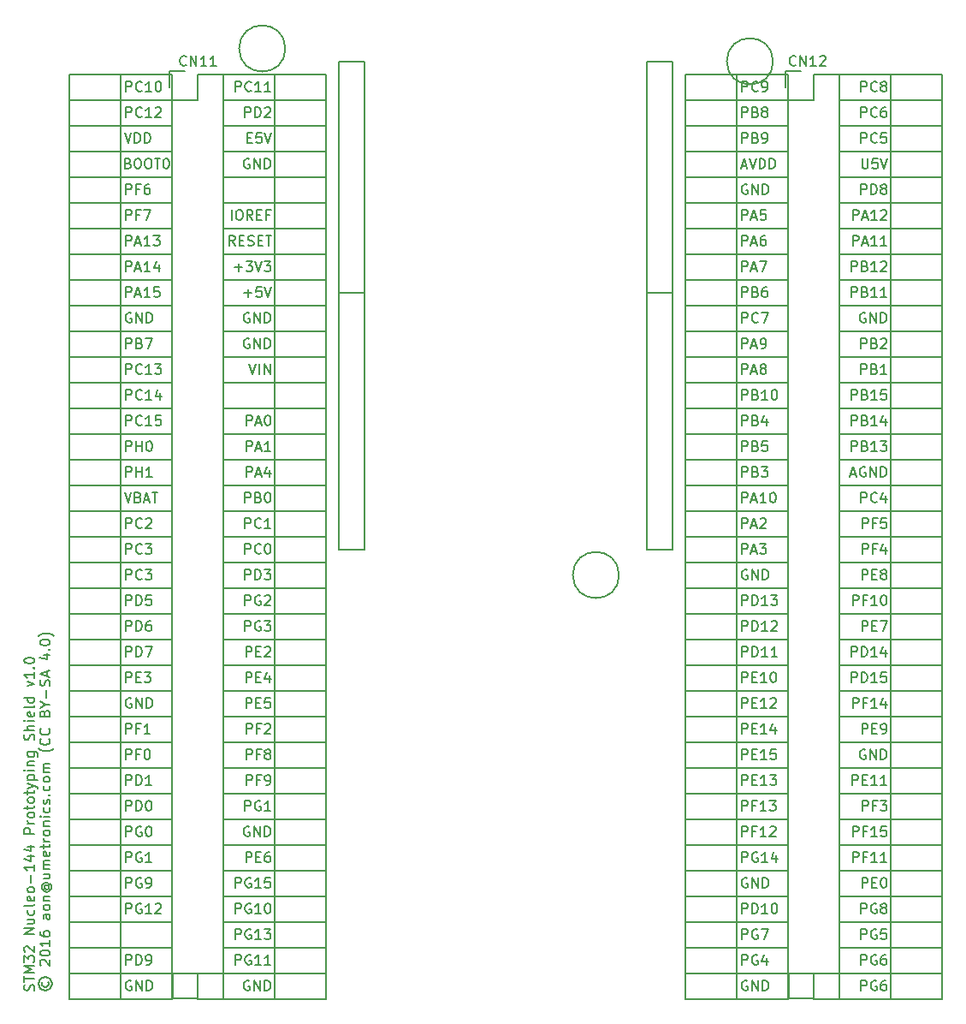
<source format=gto>
G04 #@! TF.FileFunction,Legend,Top*
%FSLAX46Y46*%
G04 Gerber Fmt 4.6, Leading zero omitted, Abs format (unit mm)*
G04 Created by KiCad (PCBNEW 4.0.0-2.201512062335+6193~38~ubuntu15.10.1-stable) date ti 19. tammikuuta 2016 16.11.54*
%MOMM*%
G01*
G04 APERTURE LIST*
%ADD10C,0.100000*%
%ADD11C,0.150000*%
%ADD12C,0.200000*%
G04 APERTURE END LIST*
D10*
D11*
X100848762Y-139636524D02*
X100896381Y-139493667D01*
X100896381Y-139255571D01*
X100848762Y-139160333D01*
X100801143Y-139112714D01*
X100705905Y-139065095D01*
X100610667Y-139065095D01*
X100515429Y-139112714D01*
X100467810Y-139160333D01*
X100420190Y-139255571D01*
X100372571Y-139446048D01*
X100324952Y-139541286D01*
X100277333Y-139588905D01*
X100182095Y-139636524D01*
X100086857Y-139636524D01*
X99991619Y-139588905D01*
X99944000Y-139541286D01*
X99896381Y-139446048D01*
X99896381Y-139207952D01*
X99944000Y-139065095D01*
X99896381Y-138779381D02*
X99896381Y-138207952D01*
X100896381Y-138493667D02*
X99896381Y-138493667D01*
X100896381Y-137874619D02*
X99896381Y-137874619D01*
X100610667Y-137541285D01*
X99896381Y-137207952D01*
X100896381Y-137207952D01*
X99896381Y-136827000D02*
X99896381Y-136207952D01*
X100277333Y-136541286D01*
X100277333Y-136398428D01*
X100324952Y-136303190D01*
X100372571Y-136255571D01*
X100467810Y-136207952D01*
X100705905Y-136207952D01*
X100801143Y-136255571D01*
X100848762Y-136303190D01*
X100896381Y-136398428D01*
X100896381Y-136684143D01*
X100848762Y-136779381D01*
X100801143Y-136827000D01*
X99991619Y-135827000D02*
X99944000Y-135779381D01*
X99896381Y-135684143D01*
X99896381Y-135446047D01*
X99944000Y-135350809D01*
X99991619Y-135303190D01*
X100086857Y-135255571D01*
X100182095Y-135255571D01*
X100324952Y-135303190D01*
X100896381Y-135874619D01*
X100896381Y-135255571D01*
X100896381Y-134065095D02*
X99896381Y-134065095D01*
X100896381Y-133493666D01*
X99896381Y-133493666D01*
X100229714Y-132588904D02*
X100896381Y-132588904D01*
X100229714Y-133017476D02*
X100753524Y-133017476D01*
X100848762Y-132969857D01*
X100896381Y-132874619D01*
X100896381Y-132731761D01*
X100848762Y-132636523D01*
X100801143Y-132588904D01*
X100848762Y-131684142D02*
X100896381Y-131779380D01*
X100896381Y-131969857D01*
X100848762Y-132065095D01*
X100801143Y-132112714D01*
X100705905Y-132160333D01*
X100420190Y-132160333D01*
X100324952Y-132112714D01*
X100277333Y-132065095D01*
X100229714Y-131969857D01*
X100229714Y-131779380D01*
X100277333Y-131684142D01*
X100896381Y-131112714D02*
X100848762Y-131207952D01*
X100753524Y-131255571D01*
X99896381Y-131255571D01*
X100848762Y-130350808D02*
X100896381Y-130446046D01*
X100896381Y-130636523D01*
X100848762Y-130731761D01*
X100753524Y-130779380D01*
X100372571Y-130779380D01*
X100277333Y-130731761D01*
X100229714Y-130636523D01*
X100229714Y-130446046D01*
X100277333Y-130350808D01*
X100372571Y-130303189D01*
X100467810Y-130303189D01*
X100563048Y-130779380D01*
X100896381Y-129731761D02*
X100848762Y-129826999D01*
X100801143Y-129874618D01*
X100705905Y-129922237D01*
X100420190Y-129922237D01*
X100324952Y-129874618D01*
X100277333Y-129826999D01*
X100229714Y-129731761D01*
X100229714Y-129588903D01*
X100277333Y-129493665D01*
X100324952Y-129446046D01*
X100420190Y-129398427D01*
X100705905Y-129398427D01*
X100801143Y-129446046D01*
X100848762Y-129493665D01*
X100896381Y-129588903D01*
X100896381Y-129731761D01*
X100515429Y-128969856D02*
X100515429Y-128207951D01*
X100896381Y-127207951D02*
X100896381Y-127779380D01*
X100896381Y-127493666D02*
X99896381Y-127493666D01*
X100039238Y-127588904D01*
X100134476Y-127684142D01*
X100182095Y-127779380D01*
X100229714Y-126350808D02*
X100896381Y-126350808D01*
X99848762Y-126588904D02*
X100563048Y-126826999D01*
X100563048Y-126207951D01*
X100229714Y-125398427D02*
X100896381Y-125398427D01*
X99848762Y-125636523D02*
X100563048Y-125874618D01*
X100563048Y-125255570D01*
X100896381Y-124112713D02*
X99896381Y-124112713D01*
X99896381Y-123731760D01*
X99944000Y-123636522D01*
X99991619Y-123588903D01*
X100086857Y-123541284D01*
X100229714Y-123541284D01*
X100324952Y-123588903D01*
X100372571Y-123636522D01*
X100420190Y-123731760D01*
X100420190Y-124112713D01*
X100896381Y-123112713D02*
X100229714Y-123112713D01*
X100420190Y-123112713D02*
X100324952Y-123065094D01*
X100277333Y-123017475D01*
X100229714Y-122922237D01*
X100229714Y-122826998D01*
X100896381Y-122350808D02*
X100848762Y-122446046D01*
X100801143Y-122493665D01*
X100705905Y-122541284D01*
X100420190Y-122541284D01*
X100324952Y-122493665D01*
X100277333Y-122446046D01*
X100229714Y-122350808D01*
X100229714Y-122207950D01*
X100277333Y-122112712D01*
X100324952Y-122065093D01*
X100420190Y-122017474D01*
X100705905Y-122017474D01*
X100801143Y-122065093D01*
X100848762Y-122112712D01*
X100896381Y-122207950D01*
X100896381Y-122350808D01*
X100229714Y-121731760D02*
X100229714Y-121350808D01*
X99896381Y-121588903D02*
X100753524Y-121588903D01*
X100848762Y-121541284D01*
X100896381Y-121446046D01*
X100896381Y-121350808D01*
X100896381Y-120874617D02*
X100848762Y-120969855D01*
X100801143Y-121017474D01*
X100705905Y-121065093D01*
X100420190Y-121065093D01*
X100324952Y-121017474D01*
X100277333Y-120969855D01*
X100229714Y-120874617D01*
X100229714Y-120731759D01*
X100277333Y-120636521D01*
X100324952Y-120588902D01*
X100420190Y-120541283D01*
X100705905Y-120541283D01*
X100801143Y-120588902D01*
X100848762Y-120636521D01*
X100896381Y-120731759D01*
X100896381Y-120874617D01*
X100229714Y-120255569D02*
X100229714Y-119874617D01*
X99896381Y-120112712D02*
X100753524Y-120112712D01*
X100848762Y-120065093D01*
X100896381Y-119969855D01*
X100896381Y-119874617D01*
X100229714Y-119636521D02*
X100896381Y-119398426D01*
X100229714Y-119160330D02*
X100896381Y-119398426D01*
X101134476Y-119493664D01*
X101182095Y-119541283D01*
X101229714Y-119636521D01*
X100229714Y-118779378D02*
X101229714Y-118779378D01*
X100277333Y-118779378D02*
X100229714Y-118684140D01*
X100229714Y-118493663D01*
X100277333Y-118398425D01*
X100324952Y-118350806D01*
X100420190Y-118303187D01*
X100705905Y-118303187D01*
X100801143Y-118350806D01*
X100848762Y-118398425D01*
X100896381Y-118493663D01*
X100896381Y-118684140D01*
X100848762Y-118779378D01*
X100896381Y-117874616D02*
X100229714Y-117874616D01*
X99896381Y-117874616D02*
X99944000Y-117922235D01*
X99991619Y-117874616D01*
X99944000Y-117826997D01*
X99896381Y-117874616D01*
X99991619Y-117874616D01*
X100229714Y-117398426D02*
X100896381Y-117398426D01*
X100324952Y-117398426D02*
X100277333Y-117350807D01*
X100229714Y-117255569D01*
X100229714Y-117112711D01*
X100277333Y-117017473D01*
X100372571Y-116969854D01*
X100896381Y-116969854D01*
X100229714Y-116065092D02*
X101039238Y-116065092D01*
X101134476Y-116112711D01*
X101182095Y-116160330D01*
X101229714Y-116255569D01*
X101229714Y-116398426D01*
X101182095Y-116493664D01*
X100848762Y-116065092D02*
X100896381Y-116160330D01*
X100896381Y-116350807D01*
X100848762Y-116446045D01*
X100801143Y-116493664D01*
X100705905Y-116541283D01*
X100420190Y-116541283D01*
X100324952Y-116493664D01*
X100277333Y-116446045D01*
X100229714Y-116350807D01*
X100229714Y-116160330D01*
X100277333Y-116065092D01*
X100848762Y-114874616D02*
X100896381Y-114731759D01*
X100896381Y-114493663D01*
X100848762Y-114398425D01*
X100801143Y-114350806D01*
X100705905Y-114303187D01*
X100610667Y-114303187D01*
X100515429Y-114350806D01*
X100467810Y-114398425D01*
X100420190Y-114493663D01*
X100372571Y-114684140D01*
X100324952Y-114779378D01*
X100277333Y-114826997D01*
X100182095Y-114874616D01*
X100086857Y-114874616D01*
X99991619Y-114826997D01*
X99944000Y-114779378D01*
X99896381Y-114684140D01*
X99896381Y-114446044D01*
X99944000Y-114303187D01*
X100896381Y-113874616D02*
X99896381Y-113874616D01*
X100896381Y-113446044D02*
X100372571Y-113446044D01*
X100277333Y-113493663D01*
X100229714Y-113588901D01*
X100229714Y-113731759D01*
X100277333Y-113826997D01*
X100324952Y-113874616D01*
X100896381Y-112969854D02*
X100229714Y-112969854D01*
X99896381Y-112969854D02*
X99944000Y-113017473D01*
X99991619Y-112969854D01*
X99944000Y-112922235D01*
X99896381Y-112969854D01*
X99991619Y-112969854D01*
X100848762Y-112112711D02*
X100896381Y-112207949D01*
X100896381Y-112398426D01*
X100848762Y-112493664D01*
X100753524Y-112541283D01*
X100372571Y-112541283D01*
X100277333Y-112493664D01*
X100229714Y-112398426D01*
X100229714Y-112207949D01*
X100277333Y-112112711D01*
X100372571Y-112065092D01*
X100467810Y-112065092D01*
X100563048Y-112541283D01*
X100896381Y-111493664D02*
X100848762Y-111588902D01*
X100753524Y-111636521D01*
X99896381Y-111636521D01*
X100896381Y-110684139D02*
X99896381Y-110684139D01*
X100848762Y-110684139D02*
X100896381Y-110779377D01*
X100896381Y-110969854D01*
X100848762Y-111065092D01*
X100801143Y-111112711D01*
X100705905Y-111160330D01*
X100420190Y-111160330D01*
X100324952Y-111112711D01*
X100277333Y-111065092D01*
X100229714Y-110969854D01*
X100229714Y-110779377D01*
X100277333Y-110684139D01*
X100229714Y-109541282D02*
X100896381Y-109303187D01*
X100229714Y-109065091D01*
X100896381Y-108160329D02*
X100896381Y-108731758D01*
X100896381Y-108446044D02*
X99896381Y-108446044D01*
X100039238Y-108541282D01*
X100134476Y-108636520D01*
X100182095Y-108731758D01*
X100801143Y-107731758D02*
X100848762Y-107684139D01*
X100896381Y-107731758D01*
X100848762Y-107779377D01*
X100801143Y-107731758D01*
X100896381Y-107731758D01*
X99896381Y-107065092D02*
X99896381Y-106969853D01*
X99944000Y-106874615D01*
X99991619Y-106826996D01*
X100086857Y-106779377D01*
X100277333Y-106731758D01*
X100515429Y-106731758D01*
X100705905Y-106779377D01*
X100801143Y-106826996D01*
X100848762Y-106874615D01*
X100896381Y-106969853D01*
X100896381Y-107065092D01*
X100848762Y-107160330D01*
X100801143Y-107207949D01*
X100705905Y-107255568D01*
X100515429Y-107303187D01*
X100277333Y-107303187D01*
X100086857Y-107255568D01*
X99991619Y-107207949D01*
X99944000Y-107160330D01*
X99896381Y-107065092D01*
X101684476Y-138779381D02*
X101636857Y-138874619D01*
X101636857Y-139065095D01*
X101684476Y-139160333D01*
X101779714Y-139255571D01*
X101874952Y-139303190D01*
X102065429Y-139303190D01*
X102160667Y-139255571D01*
X102255905Y-139160333D01*
X102303524Y-139065095D01*
X102303524Y-138874619D01*
X102255905Y-138779381D01*
X101303524Y-138969857D02*
X101351143Y-139207952D01*
X101494000Y-139446048D01*
X101732095Y-139588905D01*
X101970190Y-139636524D01*
X102208286Y-139588905D01*
X102446381Y-139446048D01*
X102589238Y-139207952D01*
X102636857Y-138969857D01*
X102589238Y-138731762D01*
X102446381Y-138493667D01*
X102208286Y-138350810D01*
X101970190Y-138303190D01*
X101732095Y-138350810D01*
X101494000Y-138493667D01*
X101351143Y-138731762D01*
X101303524Y-138969857D01*
X101541619Y-137160333D02*
X101494000Y-137112714D01*
X101446381Y-137017476D01*
X101446381Y-136779380D01*
X101494000Y-136684142D01*
X101541619Y-136636523D01*
X101636857Y-136588904D01*
X101732095Y-136588904D01*
X101874952Y-136636523D01*
X102446381Y-137207952D01*
X102446381Y-136588904D01*
X101446381Y-135969857D02*
X101446381Y-135874618D01*
X101494000Y-135779380D01*
X101541619Y-135731761D01*
X101636857Y-135684142D01*
X101827333Y-135636523D01*
X102065429Y-135636523D01*
X102255905Y-135684142D01*
X102351143Y-135731761D01*
X102398762Y-135779380D01*
X102446381Y-135874618D01*
X102446381Y-135969857D01*
X102398762Y-136065095D01*
X102351143Y-136112714D01*
X102255905Y-136160333D01*
X102065429Y-136207952D01*
X101827333Y-136207952D01*
X101636857Y-136160333D01*
X101541619Y-136112714D01*
X101494000Y-136065095D01*
X101446381Y-135969857D01*
X102446381Y-134684142D02*
X102446381Y-135255571D01*
X102446381Y-134969857D02*
X101446381Y-134969857D01*
X101589238Y-135065095D01*
X101684476Y-135160333D01*
X101732095Y-135255571D01*
X101446381Y-133826999D02*
X101446381Y-134017476D01*
X101494000Y-134112714D01*
X101541619Y-134160333D01*
X101684476Y-134255571D01*
X101874952Y-134303190D01*
X102255905Y-134303190D01*
X102351143Y-134255571D01*
X102398762Y-134207952D01*
X102446381Y-134112714D01*
X102446381Y-133922237D01*
X102398762Y-133826999D01*
X102351143Y-133779380D01*
X102255905Y-133731761D01*
X102017810Y-133731761D01*
X101922571Y-133779380D01*
X101874952Y-133826999D01*
X101827333Y-133922237D01*
X101827333Y-134112714D01*
X101874952Y-134207952D01*
X101922571Y-134255571D01*
X102017810Y-134303190D01*
X102446381Y-132112713D02*
X101922571Y-132112713D01*
X101827333Y-132160332D01*
X101779714Y-132255570D01*
X101779714Y-132446047D01*
X101827333Y-132541285D01*
X102398762Y-132112713D02*
X102446381Y-132207951D01*
X102446381Y-132446047D01*
X102398762Y-132541285D01*
X102303524Y-132588904D01*
X102208286Y-132588904D01*
X102113048Y-132541285D01*
X102065429Y-132446047D01*
X102065429Y-132207951D01*
X102017810Y-132112713D01*
X102446381Y-131493666D02*
X102398762Y-131588904D01*
X102351143Y-131636523D01*
X102255905Y-131684142D01*
X101970190Y-131684142D01*
X101874952Y-131636523D01*
X101827333Y-131588904D01*
X101779714Y-131493666D01*
X101779714Y-131350808D01*
X101827333Y-131255570D01*
X101874952Y-131207951D01*
X101970190Y-131160332D01*
X102255905Y-131160332D01*
X102351143Y-131207951D01*
X102398762Y-131255570D01*
X102446381Y-131350808D01*
X102446381Y-131493666D01*
X101779714Y-130731761D02*
X102446381Y-130731761D01*
X101874952Y-130731761D02*
X101827333Y-130684142D01*
X101779714Y-130588904D01*
X101779714Y-130446046D01*
X101827333Y-130350808D01*
X101922571Y-130303189D01*
X102446381Y-130303189D01*
X101970190Y-129207951D02*
X101922571Y-129255570D01*
X101874952Y-129350808D01*
X101874952Y-129446046D01*
X101922571Y-129541284D01*
X101970190Y-129588904D01*
X102065429Y-129636523D01*
X102160667Y-129636523D01*
X102255905Y-129588904D01*
X102303524Y-129541284D01*
X102351143Y-129446046D01*
X102351143Y-129350808D01*
X102303524Y-129255570D01*
X102255905Y-129207951D01*
X101874952Y-129207951D02*
X102255905Y-129207951D01*
X102303524Y-129160332D01*
X102303524Y-129112713D01*
X102255905Y-129017475D01*
X102160667Y-128969856D01*
X101922571Y-128969856D01*
X101779714Y-129065094D01*
X101684476Y-129207951D01*
X101636857Y-129398427D01*
X101684476Y-129588904D01*
X101779714Y-129731761D01*
X101922571Y-129826999D01*
X102113048Y-129874618D01*
X102303524Y-129826999D01*
X102446381Y-129731761D01*
X102541619Y-129588904D01*
X102589238Y-129398427D01*
X102541619Y-129207951D01*
X102446381Y-129065094D01*
X101779714Y-128112713D02*
X102446381Y-128112713D01*
X101779714Y-128541285D02*
X102303524Y-128541285D01*
X102398762Y-128493666D01*
X102446381Y-128398428D01*
X102446381Y-128255570D01*
X102398762Y-128160332D01*
X102351143Y-128112713D01*
X102446381Y-127636523D02*
X101779714Y-127636523D01*
X101874952Y-127636523D02*
X101827333Y-127588904D01*
X101779714Y-127493666D01*
X101779714Y-127350808D01*
X101827333Y-127255570D01*
X101922571Y-127207951D01*
X102446381Y-127207951D01*
X101922571Y-127207951D02*
X101827333Y-127160332D01*
X101779714Y-127065094D01*
X101779714Y-126922237D01*
X101827333Y-126826999D01*
X101922571Y-126779380D01*
X102446381Y-126779380D01*
X102398762Y-125922237D02*
X102446381Y-126017475D01*
X102446381Y-126207952D01*
X102398762Y-126303190D01*
X102303524Y-126350809D01*
X101922571Y-126350809D01*
X101827333Y-126303190D01*
X101779714Y-126207952D01*
X101779714Y-126017475D01*
X101827333Y-125922237D01*
X101922571Y-125874618D01*
X102017810Y-125874618D01*
X102113048Y-126350809D01*
X101779714Y-125588904D02*
X101779714Y-125207952D01*
X101446381Y-125446047D02*
X102303524Y-125446047D01*
X102398762Y-125398428D01*
X102446381Y-125303190D01*
X102446381Y-125207952D01*
X102446381Y-124874618D02*
X101779714Y-124874618D01*
X101970190Y-124874618D02*
X101874952Y-124826999D01*
X101827333Y-124779380D01*
X101779714Y-124684142D01*
X101779714Y-124588903D01*
X102446381Y-124112713D02*
X102398762Y-124207951D01*
X102351143Y-124255570D01*
X102255905Y-124303189D01*
X101970190Y-124303189D01*
X101874952Y-124255570D01*
X101827333Y-124207951D01*
X101779714Y-124112713D01*
X101779714Y-123969855D01*
X101827333Y-123874617D01*
X101874952Y-123826998D01*
X101970190Y-123779379D01*
X102255905Y-123779379D01*
X102351143Y-123826998D01*
X102398762Y-123874617D01*
X102446381Y-123969855D01*
X102446381Y-124112713D01*
X101779714Y-123350808D02*
X102446381Y-123350808D01*
X101874952Y-123350808D02*
X101827333Y-123303189D01*
X101779714Y-123207951D01*
X101779714Y-123065093D01*
X101827333Y-122969855D01*
X101922571Y-122922236D01*
X102446381Y-122922236D01*
X102446381Y-122446046D02*
X101779714Y-122446046D01*
X101446381Y-122446046D02*
X101494000Y-122493665D01*
X101541619Y-122446046D01*
X101494000Y-122398427D01*
X101446381Y-122446046D01*
X101541619Y-122446046D01*
X102398762Y-121541284D02*
X102446381Y-121636522D01*
X102446381Y-121826999D01*
X102398762Y-121922237D01*
X102351143Y-121969856D01*
X102255905Y-122017475D01*
X101970190Y-122017475D01*
X101874952Y-121969856D01*
X101827333Y-121922237D01*
X101779714Y-121826999D01*
X101779714Y-121636522D01*
X101827333Y-121541284D01*
X102398762Y-121160332D02*
X102446381Y-121065094D01*
X102446381Y-120874618D01*
X102398762Y-120779379D01*
X102303524Y-120731760D01*
X102255905Y-120731760D01*
X102160667Y-120779379D01*
X102113048Y-120874618D01*
X102113048Y-121017475D01*
X102065429Y-121112713D01*
X101970190Y-121160332D01*
X101922571Y-121160332D01*
X101827333Y-121112713D01*
X101779714Y-121017475D01*
X101779714Y-120874618D01*
X101827333Y-120779379D01*
X102351143Y-120303189D02*
X102398762Y-120255570D01*
X102446381Y-120303189D01*
X102398762Y-120350808D01*
X102351143Y-120303189D01*
X102446381Y-120303189D01*
X102398762Y-119398427D02*
X102446381Y-119493665D01*
X102446381Y-119684142D01*
X102398762Y-119779380D01*
X102351143Y-119826999D01*
X102255905Y-119874618D01*
X101970190Y-119874618D01*
X101874952Y-119826999D01*
X101827333Y-119779380D01*
X101779714Y-119684142D01*
X101779714Y-119493665D01*
X101827333Y-119398427D01*
X102446381Y-118826999D02*
X102398762Y-118922237D01*
X102351143Y-118969856D01*
X102255905Y-119017475D01*
X101970190Y-119017475D01*
X101874952Y-118969856D01*
X101827333Y-118922237D01*
X101779714Y-118826999D01*
X101779714Y-118684141D01*
X101827333Y-118588903D01*
X101874952Y-118541284D01*
X101970190Y-118493665D01*
X102255905Y-118493665D01*
X102351143Y-118541284D01*
X102398762Y-118588903D01*
X102446381Y-118684141D01*
X102446381Y-118826999D01*
X102446381Y-118065094D02*
X101779714Y-118065094D01*
X101874952Y-118065094D02*
X101827333Y-118017475D01*
X101779714Y-117922237D01*
X101779714Y-117779379D01*
X101827333Y-117684141D01*
X101922571Y-117636522D01*
X102446381Y-117636522D01*
X101922571Y-117636522D02*
X101827333Y-117588903D01*
X101779714Y-117493665D01*
X101779714Y-117350808D01*
X101827333Y-117255570D01*
X101922571Y-117207951D01*
X102446381Y-117207951D01*
X102827333Y-115684141D02*
X102779714Y-115731761D01*
X102636857Y-115826999D01*
X102541619Y-115874618D01*
X102398762Y-115922237D01*
X102160667Y-115969856D01*
X101970190Y-115969856D01*
X101732095Y-115922237D01*
X101589238Y-115874618D01*
X101494000Y-115826999D01*
X101351143Y-115731761D01*
X101303524Y-115684141D01*
X102351143Y-114731760D02*
X102398762Y-114779379D01*
X102446381Y-114922236D01*
X102446381Y-115017474D01*
X102398762Y-115160332D01*
X102303524Y-115255570D01*
X102208286Y-115303189D01*
X102017810Y-115350808D01*
X101874952Y-115350808D01*
X101684476Y-115303189D01*
X101589238Y-115255570D01*
X101494000Y-115160332D01*
X101446381Y-115017474D01*
X101446381Y-114922236D01*
X101494000Y-114779379D01*
X101541619Y-114731760D01*
X102351143Y-113731760D02*
X102398762Y-113779379D01*
X102446381Y-113922236D01*
X102446381Y-114017474D01*
X102398762Y-114160332D01*
X102303524Y-114255570D01*
X102208286Y-114303189D01*
X102017810Y-114350808D01*
X101874952Y-114350808D01*
X101684476Y-114303189D01*
X101589238Y-114255570D01*
X101494000Y-114160332D01*
X101446381Y-114017474D01*
X101446381Y-113922236D01*
X101494000Y-113779379D01*
X101541619Y-113731760D01*
X101922571Y-112207950D02*
X101970190Y-112065093D01*
X102017810Y-112017474D01*
X102113048Y-111969855D01*
X102255905Y-111969855D01*
X102351143Y-112017474D01*
X102398762Y-112065093D01*
X102446381Y-112160331D01*
X102446381Y-112541284D01*
X101446381Y-112541284D01*
X101446381Y-112207950D01*
X101494000Y-112112712D01*
X101541619Y-112065093D01*
X101636857Y-112017474D01*
X101732095Y-112017474D01*
X101827333Y-112065093D01*
X101874952Y-112112712D01*
X101922571Y-112207950D01*
X101922571Y-112541284D01*
X101970190Y-111350808D02*
X102446381Y-111350808D01*
X101446381Y-111684141D02*
X101970190Y-111350808D01*
X101446381Y-111017474D01*
X102065429Y-110684141D02*
X102065429Y-109922236D01*
X102398762Y-109493665D02*
X102446381Y-109350808D01*
X102446381Y-109112712D01*
X102398762Y-109017474D01*
X102351143Y-108969855D01*
X102255905Y-108922236D01*
X102160667Y-108922236D01*
X102065429Y-108969855D01*
X102017810Y-109017474D01*
X101970190Y-109112712D01*
X101922571Y-109303189D01*
X101874952Y-109398427D01*
X101827333Y-109446046D01*
X101732095Y-109493665D01*
X101636857Y-109493665D01*
X101541619Y-109446046D01*
X101494000Y-109398427D01*
X101446381Y-109303189D01*
X101446381Y-109065093D01*
X101494000Y-108922236D01*
X102160667Y-108541284D02*
X102160667Y-108065093D01*
X102446381Y-108636522D02*
X101446381Y-108303189D01*
X102446381Y-107969855D01*
X101779714Y-106446045D02*
X102446381Y-106446045D01*
X101398762Y-106684141D02*
X102113048Y-106922236D01*
X102113048Y-106303188D01*
X102351143Y-105922236D02*
X102398762Y-105874617D01*
X102446381Y-105922236D01*
X102398762Y-105969855D01*
X102351143Y-105922236D01*
X102446381Y-105922236D01*
X101446381Y-105255570D02*
X101446381Y-105160331D01*
X101494000Y-105065093D01*
X101541619Y-105017474D01*
X101636857Y-104969855D01*
X101827333Y-104922236D01*
X102065429Y-104922236D01*
X102255905Y-104969855D01*
X102351143Y-105017474D01*
X102398762Y-105065093D01*
X102446381Y-105160331D01*
X102446381Y-105255570D01*
X102398762Y-105350808D01*
X102351143Y-105398427D01*
X102255905Y-105446046D01*
X102065429Y-105493665D01*
X101827333Y-105493665D01*
X101636857Y-105446046D01*
X101541619Y-105398427D01*
X101494000Y-105350808D01*
X101446381Y-105255570D01*
X102827333Y-104588903D02*
X102779714Y-104541284D01*
X102636857Y-104446046D01*
X102541619Y-104398427D01*
X102398762Y-104350808D01*
X102160667Y-104303189D01*
X101970190Y-104303189D01*
X101732095Y-104350808D01*
X101589238Y-104398427D01*
X101494000Y-104446046D01*
X101351143Y-104541284D01*
X101303524Y-104588903D01*
X182705714Y-139644381D02*
X182705714Y-138644381D01*
X183086667Y-138644381D01*
X183181905Y-138692000D01*
X183229524Y-138739619D01*
X183277143Y-138834857D01*
X183277143Y-138977714D01*
X183229524Y-139072952D01*
X183181905Y-139120571D01*
X183086667Y-139168190D01*
X182705714Y-139168190D01*
X184229524Y-138692000D02*
X184134286Y-138644381D01*
X183991429Y-138644381D01*
X183848571Y-138692000D01*
X183753333Y-138787238D01*
X183705714Y-138882476D01*
X183658095Y-139072952D01*
X183658095Y-139215810D01*
X183705714Y-139406286D01*
X183753333Y-139501524D01*
X183848571Y-139596762D01*
X183991429Y-139644381D01*
X184086667Y-139644381D01*
X184229524Y-139596762D01*
X184277143Y-139549143D01*
X184277143Y-139215810D01*
X184086667Y-139215810D01*
X185134286Y-138644381D02*
X184943809Y-138644381D01*
X184848571Y-138692000D01*
X184800952Y-138739619D01*
X184705714Y-138882476D01*
X184658095Y-139072952D01*
X184658095Y-139453905D01*
X184705714Y-139549143D01*
X184753333Y-139596762D01*
X184848571Y-139644381D01*
X185039048Y-139644381D01*
X185134286Y-139596762D01*
X185181905Y-139549143D01*
X185229524Y-139453905D01*
X185229524Y-139215810D01*
X185181905Y-139120571D01*
X185134286Y-139072952D01*
X185039048Y-139025333D01*
X184848571Y-139025333D01*
X184753333Y-139072952D01*
X184705714Y-139120571D01*
X184658095Y-139215810D01*
X182705714Y-137104381D02*
X182705714Y-136104381D01*
X183086667Y-136104381D01*
X183181905Y-136152000D01*
X183229524Y-136199619D01*
X183277143Y-136294857D01*
X183277143Y-136437714D01*
X183229524Y-136532952D01*
X183181905Y-136580571D01*
X183086667Y-136628190D01*
X182705714Y-136628190D01*
X184229524Y-136152000D02*
X184134286Y-136104381D01*
X183991429Y-136104381D01*
X183848571Y-136152000D01*
X183753333Y-136247238D01*
X183705714Y-136342476D01*
X183658095Y-136532952D01*
X183658095Y-136675810D01*
X183705714Y-136866286D01*
X183753333Y-136961524D01*
X183848571Y-137056762D01*
X183991429Y-137104381D01*
X184086667Y-137104381D01*
X184229524Y-137056762D01*
X184277143Y-137009143D01*
X184277143Y-136675810D01*
X184086667Y-136675810D01*
X185134286Y-136104381D02*
X184943809Y-136104381D01*
X184848571Y-136152000D01*
X184800952Y-136199619D01*
X184705714Y-136342476D01*
X184658095Y-136532952D01*
X184658095Y-136913905D01*
X184705714Y-137009143D01*
X184753333Y-137056762D01*
X184848571Y-137104381D01*
X185039048Y-137104381D01*
X185134286Y-137056762D01*
X185181905Y-137009143D01*
X185229524Y-136913905D01*
X185229524Y-136675810D01*
X185181905Y-136580571D01*
X185134286Y-136532952D01*
X185039048Y-136485333D01*
X184848571Y-136485333D01*
X184753333Y-136532952D01*
X184705714Y-136580571D01*
X184658095Y-136675810D01*
X182705714Y-134564381D02*
X182705714Y-133564381D01*
X183086667Y-133564381D01*
X183181905Y-133612000D01*
X183229524Y-133659619D01*
X183277143Y-133754857D01*
X183277143Y-133897714D01*
X183229524Y-133992952D01*
X183181905Y-134040571D01*
X183086667Y-134088190D01*
X182705714Y-134088190D01*
X184229524Y-133612000D02*
X184134286Y-133564381D01*
X183991429Y-133564381D01*
X183848571Y-133612000D01*
X183753333Y-133707238D01*
X183705714Y-133802476D01*
X183658095Y-133992952D01*
X183658095Y-134135810D01*
X183705714Y-134326286D01*
X183753333Y-134421524D01*
X183848571Y-134516762D01*
X183991429Y-134564381D01*
X184086667Y-134564381D01*
X184229524Y-134516762D01*
X184277143Y-134469143D01*
X184277143Y-134135810D01*
X184086667Y-134135810D01*
X185181905Y-133564381D02*
X184705714Y-133564381D01*
X184658095Y-134040571D01*
X184705714Y-133992952D01*
X184800952Y-133945333D01*
X185039048Y-133945333D01*
X185134286Y-133992952D01*
X185181905Y-134040571D01*
X185229524Y-134135810D01*
X185229524Y-134373905D01*
X185181905Y-134469143D01*
X185134286Y-134516762D01*
X185039048Y-134564381D01*
X184800952Y-134564381D01*
X184705714Y-134516762D01*
X184658095Y-134469143D01*
X182705714Y-132024381D02*
X182705714Y-131024381D01*
X183086667Y-131024381D01*
X183181905Y-131072000D01*
X183229524Y-131119619D01*
X183277143Y-131214857D01*
X183277143Y-131357714D01*
X183229524Y-131452952D01*
X183181905Y-131500571D01*
X183086667Y-131548190D01*
X182705714Y-131548190D01*
X184229524Y-131072000D02*
X184134286Y-131024381D01*
X183991429Y-131024381D01*
X183848571Y-131072000D01*
X183753333Y-131167238D01*
X183705714Y-131262476D01*
X183658095Y-131452952D01*
X183658095Y-131595810D01*
X183705714Y-131786286D01*
X183753333Y-131881524D01*
X183848571Y-131976762D01*
X183991429Y-132024381D01*
X184086667Y-132024381D01*
X184229524Y-131976762D01*
X184277143Y-131929143D01*
X184277143Y-131595810D01*
X184086667Y-131595810D01*
X184848571Y-131452952D02*
X184753333Y-131405333D01*
X184705714Y-131357714D01*
X184658095Y-131262476D01*
X184658095Y-131214857D01*
X184705714Y-131119619D01*
X184753333Y-131072000D01*
X184848571Y-131024381D01*
X185039048Y-131024381D01*
X185134286Y-131072000D01*
X185181905Y-131119619D01*
X185229524Y-131214857D01*
X185229524Y-131262476D01*
X185181905Y-131357714D01*
X185134286Y-131405333D01*
X185039048Y-131452952D01*
X184848571Y-131452952D01*
X184753333Y-131500571D01*
X184705714Y-131548190D01*
X184658095Y-131643429D01*
X184658095Y-131833905D01*
X184705714Y-131929143D01*
X184753333Y-131976762D01*
X184848571Y-132024381D01*
X185039048Y-132024381D01*
X185134286Y-131976762D01*
X185181905Y-131929143D01*
X185229524Y-131833905D01*
X185229524Y-131643429D01*
X185181905Y-131548190D01*
X185134286Y-131500571D01*
X185039048Y-131452952D01*
X182800952Y-129484381D02*
X182800952Y-128484381D01*
X183181905Y-128484381D01*
X183277143Y-128532000D01*
X183324762Y-128579619D01*
X183372381Y-128674857D01*
X183372381Y-128817714D01*
X183324762Y-128912952D01*
X183277143Y-128960571D01*
X183181905Y-129008190D01*
X182800952Y-129008190D01*
X183800952Y-128960571D02*
X184134286Y-128960571D01*
X184277143Y-129484381D02*
X183800952Y-129484381D01*
X183800952Y-128484381D01*
X184277143Y-128484381D01*
X184896190Y-128484381D02*
X184991429Y-128484381D01*
X185086667Y-128532000D01*
X185134286Y-128579619D01*
X185181905Y-128674857D01*
X185229524Y-128865333D01*
X185229524Y-129103429D01*
X185181905Y-129293905D01*
X185134286Y-129389143D01*
X185086667Y-129436762D01*
X184991429Y-129484381D01*
X184896190Y-129484381D01*
X184800952Y-129436762D01*
X184753333Y-129389143D01*
X184705714Y-129293905D01*
X184658095Y-129103429D01*
X184658095Y-128865333D01*
X184705714Y-128674857D01*
X184753333Y-128579619D01*
X184800952Y-128532000D01*
X184896190Y-128484381D01*
X181896190Y-126944381D02*
X181896190Y-125944381D01*
X182277143Y-125944381D01*
X182372381Y-125992000D01*
X182420000Y-126039619D01*
X182467619Y-126134857D01*
X182467619Y-126277714D01*
X182420000Y-126372952D01*
X182372381Y-126420571D01*
X182277143Y-126468190D01*
X181896190Y-126468190D01*
X183229524Y-126420571D02*
X182896190Y-126420571D01*
X182896190Y-126944381D02*
X182896190Y-125944381D01*
X183372381Y-125944381D01*
X184277143Y-126944381D02*
X183705714Y-126944381D01*
X183991428Y-126944381D02*
X183991428Y-125944381D01*
X183896190Y-126087238D01*
X183800952Y-126182476D01*
X183705714Y-126230095D01*
X185229524Y-126944381D02*
X184658095Y-126944381D01*
X184943809Y-126944381D02*
X184943809Y-125944381D01*
X184848571Y-126087238D01*
X184753333Y-126182476D01*
X184658095Y-126230095D01*
X181896190Y-124404381D02*
X181896190Y-123404381D01*
X182277143Y-123404381D01*
X182372381Y-123452000D01*
X182420000Y-123499619D01*
X182467619Y-123594857D01*
X182467619Y-123737714D01*
X182420000Y-123832952D01*
X182372381Y-123880571D01*
X182277143Y-123928190D01*
X181896190Y-123928190D01*
X183229524Y-123880571D02*
X182896190Y-123880571D01*
X182896190Y-124404381D02*
X182896190Y-123404381D01*
X183372381Y-123404381D01*
X184277143Y-124404381D02*
X183705714Y-124404381D01*
X183991428Y-124404381D02*
X183991428Y-123404381D01*
X183896190Y-123547238D01*
X183800952Y-123642476D01*
X183705714Y-123690095D01*
X185181905Y-123404381D02*
X184705714Y-123404381D01*
X184658095Y-123880571D01*
X184705714Y-123832952D01*
X184800952Y-123785333D01*
X185039048Y-123785333D01*
X185134286Y-123832952D01*
X185181905Y-123880571D01*
X185229524Y-123975810D01*
X185229524Y-124213905D01*
X185181905Y-124309143D01*
X185134286Y-124356762D01*
X185039048Y-124404381D01*
X184800952Y-124404381D01*
X184705714Y-124356762D01*
X184658095Y-124309143D01*
X182848571Y-121864381D02*
X182848571Y-120864381D01*
X183229524Y-120864381D01*
X183324762Y-120912000D01*
X183372381Y-120959619D01*
X183420000Y-121054857D01*
X183420000Y-121197714D01*
X183372381Y-121292952D01*
X183324762Y-121340571D01*
X183229524Y-121388190D01*
X182848571Y-121388190D01*
X184181905Y-121340571D02*
X183848571Y-121340571D01*
X183848571Y-121864381D02*
X183848571Y-120864381D01*
X184324762Y-120864381D01*
X184610476Y-120864381D02*
X185229524Y-120864381D01*
X184896190Y-121245333D01*
X185039048Y-121245333D01*
X185134286Y-121292952D01*
X185181905Y-121340571D01*
X185229524Y-121435810D01*
X185229524Y-121673905D01*
X185181905Y-121769143D01*
X185134286Y-121816762D01*
X185039048Y-121864381D01*
X184753333Y-121864381D01*
X184658095Y-121816762D01*
X184610476Y-121769143D01*
X181848571Y-119324381D02*
X181848571Y-118324381D01*
X182229524Y-118324381D01*
X182324762Y-118372000D01*
X182372381Y-118419619D01*
X182420000Y-118514857D01*
X182420000Y-118657714D01*
X182372381Y-118752952D01*
X182324762Y-118800571D01*
X182229524Y-118848190D01*
X181848571Y-118848190D01*
X182848571Y-118800571D02*
X183181905Y-118800571D01*
X183324762Y-119324381D02*
X182848571Y-119324381D01*
X182848571Y-118324381D01*
X183324762Y-118324381D01*
X184277143Y-119324381D02*
X183705714Y-119324381D01*
X183991428Y-119324381D02*
X183991428Y-118324381D01*
X183896190Y-118467238D01*
X183800952Y-118562476D01*
X183705714Y-118610095D01*
X185229524Y-119324381D02*
X184658095Y-119324381D01*
X184943809Y-119324381D02*
X184943809Y-118324381D01*
X184848571Y-118467238D01*
X184753333Y-118562476D01*
X184658095Y-118610095D01*
X183134286Y-115832000D02*
X183039048Y-115784381D01*
X182896191Y-115784381D01*
X182753333Y-115832000D01*
X182658095Y-115927238D01*
X182610476Y-116022476D01*
X182562857Y-116212952D01*
X182562857Y-116355810D01*
X182610476Y-116546286D01*
X182658095Y-116641524D01*
X182753333Y-116736762D01*
X182896191Y-116784381D01*
X182991429Y-116784381D01*
X183134286Y-116736762D01*
X183181905Y-116689143D01*
X183181905Y-116355810D01*
X182991429Y-116355810D01*
X183610476Y-116784381D02*
X183610476Y-115784381D01*
X184181905Y-116784381D01*
X184181905Y-115784381D01*
X184658095Y-116784381D02*
X184658095Y-115784381D01*
X184896190Y-115784381D01*
X185039048Y-115832000D01*
X185134286Y-115927238D01*
X185181905Y-116022476D01*
X185229524Y-116212952D01*
X185229524Y-116355810D01*
X185181905Y-116546286D01*
X185134286Y-116641524D01*
X185039048Y-116736762D01*
X184896190Y-116784381D01*
X184658095Y-116784381D01*
X182800952Y-114244381D02*
X182800952Y-113244381D01*
X183181905Y-113244381D01*
X183277143Y-113292000D01*
X183324762Y-113339619D01*
X183372381Y-113434857D01*
X183372381Y-113577714D01*
X183324762Y-113672952D01*
X183277143Y-113720571D01*
X183181905Y-113768190D01*
X182800952Y-113768190D01*
X183800952Y-113720571D02*
X184134286Y-113720571D01*
X184277143Y-114244381D02*
X183800952Y-114244381D01*
X183800952Y-113244381D01*
X184277143Y-113244381D01*
X184753333Y-114244381D02*
X184943809Y-114244381D01*
X185039048Y-114196762D01*
X185086667Y-114149143D01*
X185181905Y-114006286D01*
X185229524Y-113815810D01*
X185229524Y-113434857D01*
X185181905Y-113339619D01*
X185134286Y-113292000D01*
X185039048Y-113244381D01*
X184848571Y-113244381D01*
X184753333Y-113292000D01*
X184705714Y-113339619D01*
X184658095Y-113434857D01*
X184658095Y-113672952D01*
X184705714Y-113768190D01*
X184753333Y-113815810D01*
X184848571Y-113863429D01*
X185039048Y-113863429D01*
X185134286Y-113815810D01*
X185181905Y-113768190D01*
X185229524Y-113672952D01*
X181896190Y-111704381D02*
X181896190Y-110704381D01*
X182277143Y-110704381D01*
X182372381Y-110752000D01*
X182420000Y-110799619D01*
X182467619Y-110894857D01*
X182467619Y-111037714D01*
X182420000Y-111132952D01*
X182372381Y-111180571D01*
X182277143Y-111228190D01*
X181896190Y-111228190D01*
X183229524Y-111180571D02*
X182896190Y-111180571D01*
X182896190Y-111704381D02*
X182896190Y-110704381D01*
X183372381Y-110704381D01*
X184277143Y-111704381D02*
X183705714Y-111704381D01*
X183991428Y-111704381D02*
X183991428Y-110704381D01*
X183896190Y-110847238D01*
X183800952Y-110942476D01*
X183705714Y-110990095D01*
X185134286Y-111037714D02*
X185134286Y-111704381D01*
X184896190Y-110656762D02*
X184658095Y-111371048D01*
X185277143Y-111371048D01*
X181753333Y-109164381D02*
X181753333Y-108164381D01*
X182134286Y-108164381D01*
X182229524Y-108212000D01*
X182277143Y-108259619D01*
X182324762Y-108354857D01*
X182324762Y-108497714D01*
X182277143Y-108592952D01*
X182229524Y-108640571D01*
X182134286Y-108688190D01*
X181753333Y-108688190D01*
X182753333Y-109164381D02*
X182753333Y-108164381D01*
X182991428Y-108164381D01*
X183134286Y-108212000D01*
X183229524Y-108307238D01*
X183277143Y-108402476D01*
X183324762Y-108592952D01*
X183324762Y-108735810D01*
X183277143Y-108926286D01*
X183229524Y-109021524D01*
X183134286Y-109116762D01*
X182991428Y-109164381D01*
X182753333Y-109164381D01*
X184277143Y-109164381D02*
X183705714Y-109164381D01*
X183991428Y-109164381D02*
X183991428Y-108164381D01*
X183896190Y-108307238D01*
X183800952Y-108402476D01*
X183705714Y-108450095D01*
X185181905Y-108164381D02*
X184705714Y-108164381D01*
X184658095Y-108640571D01*
X184705714Y-108592952D01*
X184800952Y-108545333D01*
X185039048Y-108545333D01*
X185134286Y-108592952D01*
X185181905Y-108640571D01*
X185229524Y-108735810D01*
X185229524Y-108973905D01*
X185181905Y-109069143D01*
X185134286Y-109116762D01*
X185039048Y-109164381D01*
X184800952Y-109164381D01*
X184705714Y-109116762D01*
X184658095Y-109069143D01*
X181753333Y-106624381D02*
X181753333Y-105624381D01*
X182134286Y-105624381D01*
X182229524Y-105672000D01*
X182277143Y-105719619D01*
X182324762Y-105814857D01*
X182324762Y-105957714D01*
X182277143Y-106052952D01*
X182229524Y-106100571D01*
X182134286Y-106148190D01*
X181753333Y-106148190D01*
X182753333Y-106624381D02*
X182753333Y-105624381D01*
X182991428Y-105624381D01*
X183134286Y-105672000D01*
X183229524Y-105767238D01*
X183277143Y-105862476D01*
X183324762Y-106052952D01*
X183324762Y-106195810D01*
X183277143Y-106386286D01*
X183229524Y-106481524D01*
X183134286Y-106576762D01*
X182991428Y-106624381D01*
X182753333Y-106624381D01*
X184277143Y-106624381D02*
X183705714Y-106624381D01*
X183991428Y-106624381D02*
X183991428Y-105624381D01*
X183896190Y-105767238D01*
X183800952Y-105862476D01*
X183705714Y-105910095D01*
X185134286Y-105957714D02*
X185134286Y-106624381D01*
X184896190Y-105576762D02*
X184658095Y-106291048D01*
X185277143Y-106291048D01*
X182800952Y-104084381D02*
X182800952Y-103084381D01*
X183181905Y-103084381D01*
X183277143Y-103132000D01*
X183324762Y-103179619D01*
X183372381Y-103274857D01*
X183372381Y-103417714D01*
X183324762Y-103512952D01*
X183277143Y-103560571D01*
X183181905Y-103608190D01*
X182800952Y-103608190D01*
X183800952Y-103560571D02*
X184134286Y-103560571D01*
X184277143Y-104084381D02*
X183800952Y-104084381D01*
X183800952Y-103084381D01*
X184277143Y-103084381D01*
X184610476Y-103084381D02*
X185277143Y-103084381D01*
X184848571Y-104084381D01*
X181896190Y-101544381D02*
X181896190Y-100544381D01*
X182277143Y-100544381D01*
X182372381Y-100592000D01*
X182420000Y-100639619D01*
X182467619Y-100734857D01*
X182467619Y-100877714D01*
X182420000Y-100972952D01*
X182372381Y-101020571D01*
X182277143Y-101068190D01*
X181896190Y-101068190D01*
X183229524Y-101020571D02*
X182896190Y-101020571D01*
X182896190Y-101544381D02*
X182896190Y-100544381D01*
X183372381Y-100544381D01*
X184277143Y-101544381D02*
X183705714Y-101544381D01*
X183991428Y-101544381D02*
X183991428Y-100544381D01*
X183896190Y-100687238D01*
X183800952Y-100782476D01*
X183705714Y-100830095D01*
X184896190Y-100544381D02*
X184991429Y-100544381D01*
X185086667Y-100592000D01*
X185134286Y-100639619D01*
X185181905Y-100734857D01*
X185229524Y-100925333D01*
X185229524Y-101163429D01*
X185181905Y-101353905D01*
X185134286Y-101449143D01*
X185086667Y-101496762D01*
X184991429Y-101544381D01*
X184896190Y-101544381D01*
X184800952Y-101496762D01*
X184753333Y-101449143D01*
X184705714Y-101353905D01*
X184658095Y-101163429D01*
X184658095Y-100925333D01*
X184705714Y-100734857D01*
X184753333Y-100639619D01*
X184800952Y-100592000D01*
X184896190Y-100544381D01*
X182800952Y-99004381D02*
X182800952Y-98004381D01*
X183181905Y-98004381D01*
X183277143Y-98052000D01*
X183324762Y-98099619D01*
X183372381Y-98194857D01*
X183372381Y-98337714D01*
X183324762Y-98432952D01*
X183277143Y-98480571D01*
X183181905Y-98528190D01*
X182800952Y-98528190D01*
X183800952Y-98480571D02*
X184134286Y-98480571D01*
X184277143Y-99004381D02*
X183800952Y-99004381D01*
X183800952Y-98004381D01*
X184277143Y-98004381D01*
X184848571Y-98432952D02*
X184753333Y-98385333D01*
X184705714Y-98337714D01*
X184658095Y-98242476D01*
X184658095Y-98194857D01*
X184705714Y-98099619D01*
X184753333Y-98052000D01*
X184848571Y-98004381D01*
X185039048Y-98004381D01*
X185134286Y-98052000D01*
X185181905Y-98099619D01*
X185229524Y-98194857D01*
X185229524Y-98242476D01*
X185181905Y-98337714D01*
X185134286Y-98385333D01*
X185039048Y-98432952D01*
X184848571Y-98432952D01*
X184753333Y-98480571D01*
X184705714Y-98528190D01*
X184658095Y-98623429D01*
X184658095Y-98813905D01*
X184705714Y-98909143D01*
X184753333Y-98956762D01*
X184848571Y-99004381D01*
X185039048Y-99004381D01*
X185134286Y-98956762D01*
X185181905Y-98909143D01*
X185229524Y-98813905D01*
X185229524Y-98623429D01*
X185181905Y-98528190D01*
X185134286Y-98480571D01*
X185039048Y-98432952D01*
X182848571Y-96464381D02*
X182848571Y-95464381D01*
X183229524Y-95464381D01*
X183324762Y-95512000D01*
X183372381Y-95559619D01*
X183420000Y-95654857D01*
X183420000Y-95797714D01*
X183372381Y-95892952D01*
X183324762Y-95940571D01*
X183229524Y-95988190D01*
X182848571Y-95988190D01*
X184181905Y-95940571D02*
X183848571Y-95940571D01*
X183848571Y-96464381D02*
X183848571Y-95464381D01*
X184324762Y-95464381D01*
X185134286Y-95797714D02*
X185134286Y-96464381D01*
X184896190Y-95416762D02*
X184658095Y-96131048D01*
X185277143Y-96131048D01*
X182848571Y-93924381D02*
X182848571Y-92924381D01*
X183229524Y-92924381D01*
X183324762Y-92972000D01*
X183372381Y-93019619D01*
X183420000Y-93114857D01*
X183420000Y-93257714D01*
X183372381Y-93352952D01*
X183324762Y-93400571D01*
X183229524Y-93448190D01*
X182848571Y-93448190D01*
X184181905Y-93400571D02*
X183848571Y-93400571D01*
X183848571Y-93924381D02*
X183848571Y-92924381D01*
X184324762Y-92924381D01*
X185181905Y-92924381D02*
X184705714Y-92924381D01*
X184658095Y-93400571D01*
X184705714Y-93352952D01*
X184800952Y-93305333D01*
X185039048Y-93305333D01*
X185134286Y-93352952D01*
X185181905Y-93400571D01*
X185229524Y-93495810D01*
X185229524Y-93733905D01*
X185181905Y-93829143D01*
X185134286Y-93876762D01*
X185039048Y-93924381D01*
X184800952Y-93924381D01*
X184705714Y-93876762D01*
X184658095Y-93829143D01*
X182705714Y-91384381D02*
X182705714Y-90384381D01*
X183086667Y-90384381D01*
X183181905Y-90432000D01*
X183229524Y-90479619D01*
X183277143Y-90574857D01*
X183277143Y-90717714D01*
X183229524Y-90812952D01*
X183181905Y-90860571D01*
X183086667Y-90908190D01*
X182705714Y-90908190D01*
X184277143Y-91289143D02*
X184229524Y-91336762D01*
X184086667Y-91384381D01*
X183991429Y-91384381D01*
X183848571Y-91336762D01*
X183753333Y-91241524D01*
X183705714Y-91146286D01*
X183658095Y-90955810D01*
X183658095Y-90812952D01*
X183705714Y-90622476D01*
X183753333Y-90527238D01*
X183848571Y-90432000D01*
X183991429Y-90384381D01*
X184086667Y-90384381D01*
X184229524Y-90432000D01*
X184277143Y-90479619D01*
X185134286Y-90717714D02*
X185134286Y-91384381D01*
X184896190Y-90336762D02*
X184658095Y-91051048D01*
X185277143Y-91051048D01*
X181705714Y-88558667D02*
X182181905Y-88558667D01*
X181610476Y-88844381D02*
X181943809Y-87844381D01*
X182277143Y-88844381D01*
X183134286Y-87892000D02*
X183039048Y-87844381D01*
X182896191Y-87844381D01*
X182753333Y-87892000D01*
X182658095Y-87987238D01*
X182610476Y-88082476D01*
X182562857Y-88272952D01*
X182562857Y-88415810D01*
X182610476Y-88606286D01*
X182658095Y-88701524D01*
X182753333Y-88796762D01*
X182896191Y-88844381D01*
X182991429Y-88844381D01*
X183134286Y-88796762D01*
X183181905Y-88749143D01*
X183181905Y-88415810D01*
X182991429Y-88415810D01*
X183610476Y-88844381D02*
X183610476Y-87844381D01*
X184181905Y-88844381D01*
X184181905Y-87844381D01*
X184658095Y-88844381D02*
X184658095Y-87844381D01*
X184896190Y-87844381D01*
X185039048Y-87892000D01*
X185134286Y-87987238D01*
X185181905Y-88082476D01*
X185229524Y-88272952D01*
X185229524Y-88415810D01*
X185181905Y-88606286D01*
X185134286Y-88701524D01*
X185039048Y-88796762D01*
X184896190Y-88844381D01*
X184658095Y-88844381D01*
X181753333Y-86304381D02*
X181753333Y-85304381D01*
X182134286Y-85304381D01*
X182229524Y-85352000D01*
X182277143Y-85399619D01*
X182324762Y-85494857D01*
X182324762Y-85637714D01*
X182277143Y-85732952D01*
X182229524Y-85780571D01*
X182134286Y-85828190D01*
X181753333Y-85828190D01*
X183086667Y-85780571D02*
X183229524Y-85828190D01*
X183277143Y-85875810D01*
X183324762Y-85971048D01*
X183324762Y-86113905D01*
X183277143Y-86209143D01*
X183229524Y-86256762D01*
X183134286Y-86304381D01*
X182753333Y-86304381D01*
X182753333Y-85304381D01*
X183086667Y-85304381D01*
X183181905Y-85352000D01*
X183229524Y-85399619D01*
X183277143Y-85494857D01*
X183277143Y-85590095D01*
X183229524Y-85685333D01*
X183181905Y-85732952D01*
X183086667Y-85780571D01*
X182753333Y-85780571D01*
X184277143Y-86304381D02*
X183705714Y-86304381D01*
X183991428Y-86304381D02*
X183991428Y-85304381D01*
X183896190Y-85447238D01*
X183800952Y-85542476D01*
X183705714Y-85590095D01*
X184610476Y-85304381D02*
X185229524Y-85304381D01*
X184896190Y-85685333D01*
X185039048Y-85685333D01*
X185134286Y-85732952D01*
X185181905Y-85780571D01*
X185229524Y-85875810D01*
X185229524Y-86113905D01*
X185181905Y-86209143D01*
X185134286Y-86256762D01*
X185039048Y-86304381D01*
X184753333Y-86304381D01*
X184658095Y-86256762D01*
X184610476Y-86209143D01*
X181753333Y-83764381D02*
X181753333Y-82764381D01*
X182134286Y-82764381D01*
X182229524Y-82812000D01*
X182277143Y-82859619D01*
X182324762Y-82954857D01*
X182324762Y-83097714D01*
X182277143Y-83192952D01*
X182229524Y-83240571D01*
X182134286Y-83288190D01*
X181753333Y-83288190D01*
X183086667Y-83240571D02*
X183229524Y-83288190D01*
X183277143Y-83335810D01*
X183324762Y-83431048D01*
X183324762Y-83573905D01*
X183277143Y-83669143D01*
X183229524Y-83716762D01*
X183134286Y-83764381D01*
X182753333Y-83764381D01*
X182753333Y-82764381D01*
X183086667Y-82764381D01*
X183181905Y-82812000D01*
X183229524Y-82859619D01*
X183277143Y-82954857D01*
X183277143Y-83050095D01*
X183229524Y-83145333D01*
X183181905Y-83192952D01*
X183086667Y-83240571D01*
X182753333Y-83240571D01*
X184277143Y-83764381D02*
X183705714Y-83764381D01*
X183991428Y-83764381D02*
X183991428Y-82764381D01*
X183896190Y-82907238D01*
X183800952Y-83002476D01*
X183705714Y-83050095D01*
X185134286Y-83097714D02*
X185134286Y-83764381D01*
X184896190Y-82716762D02*
X184658095Y-83431048D01*
X185277143Y-83431048D01*
X181753333Y-81224381D02*
X181753333Y-80224381D01*
X182134286Y-80224381D01*
X182229524Y-80272000D01*
X182277143Y-80319619D01*
X182324762Y-80414857D01*
X182324762Y-80557714D01*
X182277143Y-80652952D01*
X182229524Y-80700571D01*
X182134286Y-80748190D01*
X181753333Y-80748190D01*
X183086667Y-80700571D02*
X183229524Y-80748190D01*
X183277143Y-80795810D01*
X183324762Y-80891048D01*
X183324762Y-81033905D01*
X183277143Y-81129143D01*
X183229524Y-81176762D01*
X183134286Y-81224381D01*
X182753333Y-81224381D01*
X182753333Y-80224381D01*
X183086667Y-80224381D01*
X183181905Y-80272000D01*
X183229524Y-80319619D01*
X183277143Y-80414857D01*
X183277143Y-80510095D01*
X183229524Y-80605333D01*
X183181905Y-80652952D01*
X183086667Y-80700571D01*
X182753333Y-80700571D01*
X184277143Y-81224381D02*
X183705714Y-81224381D01*
X183991428Y-81224381D02*
X183991428Y-80224381D01*
X183896190Y-80367238D01*
X183800952Y-80462476D01*
X183705714Y-80510095D01*
X185181905Y-80224381D02*
X184705714Y-80224381D01*
X184658095Y-80700571D01*
X184705714Y-80652952D01*
X184800952Y-80605333D01*
X185039048Y-80605333D01*
X185134286Y-80652952D01*
X185181905Y-80700571D01*
X185229524Y-80795810D01*
X185229524Y-81033905D01*
X185181905Y-81129143D01*
X185134286Y-81176762D01*
X185039048Y-81224381D01*
X184800952Y-81224381D01*
X184705714Y-81176762D01*
X184658095Y-81129143D01*
X182705714Y-78684381D02*
X182705714Y-77684381D01*
X183086667Y-77684381D01*
X183181905Y-77732000D01*
X183229524Y-77779619D01*
X183277143Y-77874857D01*
X183277143Y-78017714D01*
X183229524Y-78112952D01*
X183181905Y-78160571D01*
X183086667Y-78208190D01*
X182705714Y-78208190D01*
X184039048Y-78160571D02*
X184181905Y-78208190D01*
X184229524Y-78255810D01*
X184277143Y-78351048D01*
X184277143Y-78493905D01*
X184229524Y-78589143D01*
X184181905Y-78636762D01*
X184086667Y-78684381D01*
X183705714Y-78684381D01*
X183705714Y-77684381D01*
X184039048Y-77684381D01*
X184134286Y-77732000D01*
X184181905Y-77779619D01*
X184229524Y-77874857D01*
X184229524Y-77970095D01*
X184181905Y-78065333D01*
X184134286Y-78112952D01*
X184039048Y-78160571D01*
X183705714Y-78160571D01*
X185229524Y-78684381D02*
X184658095Y-78684381D01*
X184943809Y-78684381D02*
X184943809Y-77684381D01*
X184848571Y-77827238D01*
X184753333Y-77922476D01*
X184658095Y-77970095D01*
X182705714Y-76144381D02*
X182705714Y-75144381D01*
X183086667Y-75144381D01*
X183181905Y-75192000D01*
X183229524Y-75239619D01*
X183277143Y-75334857D01*
X183277143Y-75477714D01*
X183229524Y-75572952D01*
X183181905Y-75620571D01*
X183086667Y-75668190D01*
X182705714Y-75668190D01*
X184039048Y-75620571D02*
X184181905Y-75668190D01*
X184229524Y-75715810D01*
X184277143Y-75811048D01*
X184277143Y-75953905D01*
X184229524Y-76049143D01*
X184181905Y-76096762D01*
X184086667Y-76144381D01*
X183705714Y-76144381D01*
X183705714Y-75144381D01*
X184039048Y-75144381D01*
X184134286Y-75192000D01*
X184181905Y-75239619D01*
X184229524Y-75334857D01*
X184229524Y-75430095D01*
X184181905Y-75525333D01*
X184134286Y-75572952D01*
X184039048Y-75620571D01*
X183705714Y-75620571D01*
X184658095Y-75239619D02*
X184705714Y-75192000D01*
X184800952Y-75144381D01*
X185039048Y-75144381D01*
X185134286Y-75192000D01*
X185181905Y-75239619D01*
X185229524Y-75334857D01*
X185229524Y-75430095D01*
X185181905Y-75572952D01*
X184610476Y-76144381D01*
X185229524Y-76144381D01*
X183134286Y-72652000D02*
X183039048Y-72604381D01*
X182896191Y-72604381D01*
X182753333Y-72652000D01*
X182658095Y-72747238D01*
X182610476Y-72842476D01*
X182562857Y-73032952D01*
X182562857Y-73175810D01*
X182610476Y-73366286D01*
X182658095Y-73461524D01*
X182753333Y-73556762D01*
X182896191Y-73604381D01*
X182991429Y-73604381D01*
X183134286Y-73556762D01*
X183181905Y-73509143D01*
X183181905Y-73175810D01*
X182991429Y-73175810D01*
X183610476Y-73604381D02*
X183610476Y-72604381D01*
X184181905Y-73604381D01*
X184181905Y-72604381D01*
X184658095Y-73604381D02*
X184658095Y-72604381D01*
X184896190Y-72604381D01*
X185039048Y-72652000D01*
X185134286Y-72747238D01*
X185181905Y-72842476D01*
X185229524Y-73032952D01*
X185229524Y-73175810D01*
X185181905Y-73366286D01*
X185134286Y-73461524D01*
X185039048Y-73556762D01*
X184896190Y-73604381D01*
X184658095Y-73604381D01*
X181753333Y-71064381D02*
X181753333Y-70064381D01*
X182134286Y-70064381D01*
X182229524Y-70112000D01*
X182277143Y-70159619D01*
X182324762Y-70254857D01*
X182324762Y-70397714D01*
X182277143Y-70492952D01*
X182229524Y-70540571D01*
X182134286Y-70588190D01*
X181753333Y-70588190D01*
X183086667Y-70540571D02*
X183229524Y-70588190D01*
X183277143Y-70635810D01*
X183324762Y-70731048D01*
X183324762Y-70873905D01*
X183277143Y-70969143D01*
X183229524Y-71016762D01*
X183134286Y-71064381D01*
X182753333Y-71064381D01*
X182753333Y-70064381D01*
X183086667Y-70064381D01*
X183181905Y-70112000D01*
X183229524Y-70159619D01*
X183277143Y-70254857D01*
X183277143Y-70350095D01*
X183229524Y-70445333D01*
X183181905Y-70492952D01*
X183086667Y-70540571D01*
X182753333Y-70540571D01*
X184277143Y-71064381D02*
X183705714Y-71064381D01*
X183991428Y-71064381D02*
X183991428Y-70064381D01*
X183896190Y-70207238D01*
X183800952Y-70302476D01*
X183705714Y-70350095D01*
X185229524Y-71064381D02*
X184658095Y-71064381D01*
X184943809Y-71064381D02*
X184943809Y-70064381D01*
X184848571Y-70207238D01*
X184753333Y-70302476D01*
X184658095Y-70350095D01*
X181753333Y-68524381D02*
X181753333Y-67524381D01*
X182134286Y-67524381D01*
X182229524Y-67572000D01*
X182277143Y-67619619D01*
X182324762Y-67714857D01*
X182324762Y-67857714D01*
X182277143Y-67952952D01*
X182229524Y-68000571D01*
X182134286Y-68048190D01*
X181753333Y-68048190D01*
X183086667Y-68000571D02*
X183229524Y-68048190D01*
X183277143Y-68095810D01*
X183324762Y-68191048D01*
X183324762Y-68333905D01*
X183277143Y-68429143D01*
X183229524Y-68476762D01*
X183134286Y-68524381D01*
X182753333Y-68524381D01*
X182753333Y-67524381D01*
X183086667Y-67524381D01*
X183181905Y-67572000D01*
X183229524Y-67619619D01*
X183277143Y-67714857D01*
X183277143Y-67810095D01*
X183229524Y-67905333D01*
X183181905Y-67952952D01*
X183086667Y-68000571D01*
X182753333Y-68000571D01*
X184277143Y-68524381D02*
X183705714Y-68524381D01*
X183991428Y-68524381D02*
X183991428Y-67524381D01*
X183896190Y-67667238D01*
X183800952Y-67762476D01*
X183705714Y-67810095D01*
X184658095Y-67619619D02*
X184705714Y-67572000D01*
X184800952Y-67524381D01*
X185039048Y-67524381D01*
X185134286Y-67572000D01*
X185181905Y-67619619D01*
X185229524Y-67714857D01*
X185229524Y-67810095D01*
X185181905Y-67952952D01*
X184610476Y-68524381D01*
X185229524Y-68524381D01*
X181896190Y-65984381D02*
X181896190Y-64984381D01*
X182277143Y-64984381D01*
X182372381Y-65032000D01*
X182420000Y-65079619D01*
X182467619Y-65174857D01*
X182467619Y-65317714D01*
X182420000Y-65412952D01*
X182372381Y-65460571D01*
X182277143Y-65508190D01*
X181896190Y-65508190D01*
X182848571Y-65698667D02*
X183324762Y-65698667D01*
X182753333Y-65984381D02*
X183086666Y-64984381D01*
X183420000Y-65984381D01*
X184277143Y-65984381D02*
X183705714Y-65984381D01*
X183991428Y-65984381D02*
X183991428Y-64984381D01*
X183896190Y-65127238D01*
X183800952Y-65222476D01*
X183705714Y-65270095D01*
X185229524Y-65984381D02*
X184658095Y-65984381D01*
X184943809Y-65984381D02*
X184943809Y-64984381D01*
X184848571Y-65127238D01*
X184753333Y-65222476D01*
X184658095Y-65270095D01*
X181896190Y-63444381D02*
X181896190Y-62444381D01*
X182277143Y-62444381D01*
X182372381Y-62492000D01*
X182420000Y-62539619D01*
X182467619Y-62634857D01*
X182467619Y-62777714D01*
X182420000Y-62872952D01*
X182372381Y-62920571D01*
X182277143Y-62968190D01*
X181896190Y-62968190D01*
X182848571Y-63158667D02*
X183324762Y-63158667D01*
X182753333Y-63444381D02*
X183086666Y-62444381D01*
X183420000Y-63444381D01*
X184277143Y-63444381D02*
X183705714Y-63444381D01*
X183991428Y-63444381D02*
X183991428Y-62444381D01*
X183896190Y-62587238D01*
X183800952Y-62682476D01*
X183705714Y-62730095D01*
X184658095Y-62539619D02*
X184705714Y-62492000D01*
X184800952Y-62444381D01*
X185039048Y-62444381D01*
X185134286Y-62492000D01*
X185181905Y-62539619D01*
X185229524Y-62634857D01*
X185229524Y-62730095D01*
X185181905Y-62872952D01*
X184610476Y-63444381D01*
X185229524Y-63444381D01*
X182705714Y-60904381D02*
X182705714Y-59904381D01*
X183086667Y-59904381D01*
X183181905Y-59952000D01*
X183229524Y-59999619D01*
X183277143Y-60094857D01*
X183277143Y-60237714D01*
X183229524Y-60332952D01*
X183181905Y-60380571D01*
X183086667Y-60428190D01*
X182705714Y-60428190D01*
X183705714Y-60904381D02*
X183705714Y-59904381D01*
X183943809Y-59904381D01*
X184086667Y-59952000D01*
X184181905Y-60047238D01*
X184229524Y-60142476D01*
X184277143Y-60332952D01*
X184277143Y-60475810D01*
X184229524Y-60666286D01*
X184181905Y-60761524D01*
X184086667Y-60856762D01*
X183943809Y-60904381D01*
X183705714Y-60904381D01*
X184848571Y-60332952D02*
X184753333Y-60285333D01*
X184705714Y-60237714D01*
X184658095Y-60142476D01*
X184658095Y-60094857D01*
X184705714Y-59999619D01*
X184753333Y-59952000D01*
X184848571Y-59904381D01*
X185039048Y-59904381D01*
X185134286Y-59952000D01*
X185181905Y-59999619D01*
X185229524Y-60094857D01*
X185229524Y-60142476D01*
X185181905Y-60237714D01*
X185134286Y-60285333D01*
X185039048Y-60332952D01*
X184848571Y-60332952D01*
X184753333Y-60380571D01*
X184705714Y-60428190D01*
X184658095Y-60523429D01*
X184658095Y-60713905D01*
X184705714Y-60809143D01*
X184753333Y-60856762D01*
X184848571Y-60904381D01*
X185039048Y-60904381D01*
X185134286Y-60856762D01*
X185181905Y-60809143D01*
X185229524Y-60713905D01*
X185229524Y-60523429D01*
X185181905Y-60428190D01*
X185134286Y-60380571D01*
X185039048Y-60332952D01*
X182800952Y-57364381D02*
X182800952Y-58173905D01*
X182848571Y-58269143D01*
X182896190Y-58316762D01*
X182991428Y-58364381D01*
X183181905Y-58364381D01*
X183277143Y-58316762D01*
X183324762Y-58269143D01*
X183372381Y-58173905D01*
X183372381Y-57364381D01*
X184324762Y-57364381D02*
X183848571Y-57364381D01*
X183800952Y-57840571D01*
X183848571Y-57792952D01*
X183943809Y-57745333D01*
X184181905Y-57745333D01*
X184277143Y-57792952D01*
X184324762Y-57840571D01*
X184372381Y-57935810D01*
X184372381Y-58173905D01*
X184324762Y-58269143D01*
X184277143Y-58316762D01*
X184181905Y-58364381D01*
X183943809Y-58364381D01*
X183848571Y-58316762D01*
X183800952Y-58269143D01*
X184658095Y-57364381D02*
X184991428Y-58364381D01*
X185324762Y-57364381D01*
X182705714Y-55824381D02*
X182705714Y-54824381D01*
X183086667Y-54824381D01*
X183181905Y-54872000D01*
X183229524Y-54919619D01*
X183277143Y-55014857D01*
X183277143Y-55157714D01*
X183229524Y-55252952D01*
X183181905Y-55300571D01*
X183086667Y-55348190D01*
X182705714Y-55348190D01*
X184277143Y-55729143D02*
X184229524Y-55776762D01*
X184086667Y-55824381D01*
X183991429Y-55824381D01*
X183848571Y-55776762D01*
X183753333Y-55681524D01*
X183705714Y-55586286D01*
X183658095Y-55395810D01*
X183658095Y-55252952D01*
X183705714Y-55062476D01*
X183753333Y-54967238D01*
X183848571Y-54872000D01*
X183991429Y-54824381D01*
X184086667Y-54824381D01*
X184229524Y-54872000D01*
X184277143Y-54919619D01*
X185181905Y-54824381D02*
X184705714Y-54824381D01*
X184658095Y-55300571D01*
X184705714Y-55252952D01*
X184800952Y-55205333D01*
X185039048Y-55205333D01*
X185134286Y-55252952D01*
X185181905Y-55300571D01*
X185229524Y-55395810D01*
X185229524Y-55633905D01*
X185181905Y-55729143D01*
X185134286Y-55776762D01*
X185039048Y-55824381D01*
X184800952Y-55824381D01*
X184705714Y-55776762D01*
X184658095Y-55729143D01*
X171449905Y-138692000D02*
X171354667Y-138644381D01*
X171211810Y-138644381D01*
X171068952Y-138692000D01*
X170973714Y-138787238D01*
X170926095Y-138882476D01*
X170878476Y-139072952D01*
X170878476Y-139215810D01*
X170926095Y-139406286D01*
X170973714Y-139501524D01*
X171068952Y-139596762D01*
X171211810Y-139644381D01*
X171307048Y-139644381D01*
X171449905Y-139596762D01*
X171497524Y-139549143D01*
X171497524Y-139215810D01*
X171307048Y-139215810D01*
X171926095Y-139644381D02*
X171926095Y-138644381D01*
X172497524Y-139644381D01*
X172497524Y-138644381D01*
X172973714Y-139644381D02*
X172973714Y-138644381D01*
X173211809Y-138644381D01*
X173354667Y-138692000D01*
X173449905Y-138787238D01*
X173497524Y-138882476D01*
X173545143Y-139072952D01*
X173545143Y-139215810D01*
X173497524Y-139406286D01*
X173449905Y-139501524D01*
X173354667Y-139596762D01*
X173211809Y-139644381D01*
X172973714Y-139644381D01*
X170926095Y-137104381D02*
X170926095Y-136104381D01*
X171307048Y-136104381D01*
X171402286Y-136152000D01*
X171449905Y-136199619D01*
X171497524Y-136294857D01*
X171497524Y-136437714D01*
X171449905Y-136532952D01*
X171402286Y-136580571D01*
X171307048Y-136628190D01*
X170926095Y-136628190D01*
X172449905Y-136152000D02*
X172354667Y-136104381D01*
X172211810Y-136104381D01*
X172068952Y-136152000D01*
X171973714Y-136247238D01*
X171926095Y-136342476D01*
X171878476Y-136532952D01*
X171878476Y-136675810D01*
X171926095Y-136866286D01*
X171973714Y-136961524D01*
X172068952Y-137056762D01*
X172211810Y-137104381D01*
X172307048Y-137104381D01*
X172449905Y-137056762D01*
X172497524Y-137009143D01*
X172497524Y-136675810D01*
X172307048Y-136675810D01*
X173354667Y-136437714D02*
X173354667Y-137104381D01*
X173116571Y-136056762D02*
X172878476Y-136771048D01*
X173497524Y-136771048D01*
X170926095Y-134564381D02*
X170926095Y-133564381D01*
X171307048Y-133564381D01*
X171402286Y-133612000D01*
X171449905Y-133659619D01*
X171497524Y-133754857D01*
X171497524Y-133897714D01*
X171449905Y-133992952D01*
X171402286Y-134040571D01*
X171307048Y-134088190D01*
X170926095Y-134088190D01*
X172449905Y-133612000D02*
X172354667Y-133564381D01*
X172211810Y-133564381D01*
X172068952Y-133612000D01*
X171973714Y-133707238D01*
X171926095Y-133802476D01*
X171878476Y-133992952D01*
X171878476Y-134135810D01*
X171926095Y-134326286D01*
X171973714Y-134421524D01*
X172068952Y-134516762D01*
X172211810Y-134564381D01*
X172307048Y-134564381D01*
X172449905Y-134516762D01*
X172497524Y-134469143D01*
X172497524Y-134135810D01*
X172307048Y-134135810D01*
X172830857Y-133564381D02*
X173497524Y-133564381D01*
X173068952Y-134564381D01*
X170926095Y-132024381D02*
X170926095Y-131024381D01*
X171307048Y-131024381D01*
X171402286Y-131072000D01*
X171449905Y-131119619D01*
X171497524Y-131214857D01*
X171497524Y-131357714D01*
X171449905Y-131452952D01*
X171402286Y-131500571D01*
X171307048Y-131548190D01*
X170926095Y-131548190D01*
X171926095Y-132024381D02*
X171926095Y-131024381D01*
X172164190Y-131024381D01*
X172307048Y-131072000D01*
X172402286Y-131167238D01*
X172449905Y-131262476D01*
X172497524Y-131452952D01*
X172497524Y-131595810D01*
X172449905Y-131786286D01*
X172402286Y-131881524D01*
X172307048Y-131976762D01*
X172164190Y-132024381D01*
X171926095Y-132024381D01*
X173449905Y-132024381D02*
X172878476Y-132024381D01*
X173164190Y-132024381D02*
X173164190Y-131024381D01*
X173068952Y-131167238D01*
X172973714Y-131262476D01*
X172878476Y-131310095D01*
X174068952Y-131024381D02*
X174164191Y-131024381D01*
X174259429Y-131072000D01*
X174307048Y-131119619D01*
X174354667Y-131214857D01*
X174402286Y-131405333D01*
X174402286Y-131643429D01*
X174354667Y-131833905D01*
X174307048Y-131929143D01*
X174259429Y-131976762D01*
X174164191Y-132024381D01*
X174068952Y-132024381D01*
X173973714Y-131976762D01*
X173926095Y-131929143D01*
X173878476Y-131833905D01*
X173830857Y-131643429D01*
X173830857Y-131405333D01*
X173878476Y-131214857D01*
X173926095Y-131119619D01*
X173973714Y-131072000D01*
X174068952Y-131024381D01*
X171449905Y-128532000D02*
X171354667Y-128484381D01*
X171211810Y-128484381D01*
X171068952Y-128532000D01*
X170973714Y-128627238D01*
X170926095Y-128722476D01*
X170878476Y-128912952D01*
X170878476Y-129055810D01*
X170926095Y-129246286D01*
X170973714Y-129341524D01*
X171068952Y-129436762D01*
X171211810Y-129484381D01*
X171307048Y-129484381D01*
X171449905Y-129436762D01*
X171497524Y-129389143D01*
X171497524Y-129055810D01*
X171307048Y-129055810D01*
X171926095Y-129484381D02*
X171926095Y-128484381D01*
X172497524Y-129484381D01*
X172497524Y-128484381D01*
X172973714Y-129484381D02*
X172973714Y-128484381D01*
X173211809Y-128484381D01*
X173354667Y-128532000D01*
X173449905Y-128627238D01*
X173497524Y-128722476D01*
X173545143Y-128912952D01*
X173545143Y-129055810D01*
X173497524Y-129246286D01*
X173449905Y-129341524D01*
X173354667Y-129436762D01*
X173211809Y-129484381D01*
X172973714Y-129484381D01*
X170926095Y-126944381D02*
X170926095Y-125944381D01*
X171307048Y-125944381D01*
X171402286Y-125992000D01*
X171449905Y-126039619D01*
X171497524Y-126134857D01*
X171497524Y-126277714D01*
X171449905Y-126372952D01*
X171402286Y-126420571D01*
X171307048Y-126468190D01*
X170926095Y-126468190D01*
X172449905Y-125992000D02*
X172354667Y-125944381D01*
X172211810Y-125944381D01*
X172068952Y-125992000D01*
X171973714Y-126087238D01*
X171926095Y-126182476D01*
X171878476Y-126372952D01*
X171878476Y-126515810D01*
X171926095Y-126706286D01*
X171973714Y-126801524D01*
X172068952Y-126896762D01*
X172211810Y-126944381D01*
X172307048Y-126944381D01*
X172449905Y-126896762D01*
X172497524Y-126849143D01*
X172497524Y-126515810D01*
X172307048Y-126515810D01*
X173449905Y-126944381D02*
X172878476Y-126944381D01*
X173164190Y-126944381D02*
X173164190Y-125944381D01*
X173068952Y-126087238D01*
X172973714Y-126182476D01*
X172878476Y-126230095D01*
X174307048Y-126277714D02*
X174307048Y-126944381D01*
X174068952Y-125896762D02*
X173830857Y-126611048D01*
X174449905Y-126611048D01*
X170926095Y-124404381D02*
X170926095Y-123404381D01*
X171307048Y-123404381D01*
X171402286Y-123452000D01*
X171449905Y-123499619D01*
X171497524Y-123594857D01*
X171497524Y-123737714D01*
X171449905Y-123832952D01*
X171402286Y-123880571D01*
X171307048Y-123928190D01*
X170926095Y-123928190D01*
X172259429Y-123880571D02*
X171926095Y-123880571D01*
X171926095Y-124404381D02*
X171926095Y-123404381D01*
X172402286Y-123404381D01*
X173307048Y-124404381D02*
X172735619Y-124404381D01*
X173021333Y-124404381D02*
X173021333Y-123404381D01*
X172926095Y-123547238D01*
X172830857Y-123642476D01*
X172735619Y-123690095D01*
X173688000Y-123499619D02*
X173735619Y-123452000D01*
X173830857Y-123404381D01*
X174068953Y-123404381D01*
X174164191Y-123452000D01*
X174211810Y-123499619D01*
X174259429Y-123594857D01*
X174259429Y-123690095D01*
X174211810Y-123832952D01*
X173640381Y-124404381D01*
X174259429Y-124404381D01*
X170926095Y-121864381D02*
X170926095Y-120864381D01*
X171307048Y-120864381D01*
X171402286Y-120912000D01*
X171449905Y-120959619D01*
X171497524Y-121054857D01*
X171497524Y-121197714D01*
X171449905Y-121292952D01*
X171402286Y-121340571D01*
X171307048Y-121388190D01*
X170926095Y-121388190D01*
X172259429Y-121340571D02*
X171926095Y-121340571D01*
X171926095Y-121864381D02*
X171926095Y-120864381D01*
X172402286Y-120864381D01*
X173307048Y-121864381D02*
X172735619Y-121864381D01*
X173021333Y-121864381D02*
X173021333Y-120864381D01*
X172926095Y-121007238D01*
X172830857Y-121102476D01*
X172735619Y-121150095D01*
X173640381Y-120864381D02*
X174259429Y-120864381D01*
X173926095Y-121245333D01*
X174068953Y-121245333D01*
X174164191Y-121292952D01*
X174211810Y-121340571D01*
X174259429Y-121435810D01*
X174259429Y-121673905D01*
X174211810Y-121769143D01*
X174164191Y-121816762D01*
X174068953Y-121864381D01*
X173783238Y-121864381D01*
X173688000Y-121816762D01*
X173640381Y-121769143D01*
X170926095Y-119324381D02*
X170926095Y-118324381D01*
X171307048Y-118324381D01*
X171402286Y-118372000D01*
X171449905Y-118419619D01*
X171497524Y-118514857D01*
X171497524Y-118657714D01*
X171449905Y-118752952D01*
X171402286Y-118800571D01*
X171307048Y-118848190D01*
X170926095Y-118848190D01*
X171926095Y-118800571D02*
X172259429Y-118800571D01*
X172402286Y-119324381D02*
X171926095Y-119324381D01*
X171926095Y-118324381D01*
X172402286Y-118324381D01*
X173354667Y-119324381D02*
X172783238Y-119324381D01*
X173068952Y-119324381D02*
X173068952Y-118324381D01*
X172973714Y-118467238D01*
X172878476Y-118562476D01*
X172783238Y-118610095D01*
X173688000Y-118324381D02*
X174307048Y-118324381D01*
X173973714Y-118705333D01*
X174116572Y-118705333D01*
X174211810Y-118752952D01*
X174259429Y-118800571D01*
X174307048Y-118895810D01*
X174307048Y-119133905D01*
X174259429Y-119229143D01*
X174211810Y-119276762D01*
X174116572Y-119324381D01*
X173830857Y-119324381D01*
X173735619Y-119276762D01*
X173688000Y-119229143D01*
X170926095Y-116784381D02*
X170926095Y-115784381D01*
X171307048Y-115784381D01*
X171402286Y-115832000D01*
X171449905Y-115879619D01*
X171497524Y-115974857D01*
X171497524Y-116117714D01*
X171449905Y-116212952D01*
X171402286Y-116260571D01*
X171307048Y-116308190D01*
X170926095Y-116308190D01*
X171926095Y-116260571D02*
X172259429Y-116260571D01*
X172402286Y-116784381D02*
X171926095Y-116784381D01*
X171926095Y-115784381D01*
X172402286Y-115784381D01*
X173354667Y-116784381D02*
X172783238Y-116784381D01*
X173068952Y-116784381D02*
X173068952Y-115784381D01*
X172973714Y-115927238D01*
X172878476Y-116022476D01*
X172783238Y-116070095D01*
X174259429Y-115784381D02*
X173783238Y-115784381D01*
X173735619Y-116260571D01*
X173783238Y-116212952D01*
X173878476Y-116165333D01*
X174116572Y-116165333D01*
X174211810Y-116212952D01*
X174259429Y-116260571D01*
X174307048Y-116355810D01*
X174307048Y-116593905D01*
X174259429Y-116689143D01*
X174211810Y-116736762D01*
X174116572Y-116784381D01*
X173878476Y-116784381D01*
X173783238Y-116736762D01*
X173735619Y-116689143D01*
X170926095Y-114244381D02*
X170926095Y-113244381D01*
X171307048Y-113244381D01*
X171402286Y-113292000D01*
X171449905Y-113339619D01*
X171497524Y-113434857D01*
X171497524Y-113577714D01*
X171449905Y-113672952D01*
X171402286Y-113720571D01*
X171307048Y-113768190D01*
X170926095Y-113768190D01*
X171926095Y-113720571D02*
X172259429Y-113720571D01*
X172402286Y-114244381D02*
X171926095Y-114244381D01*
X171926095Y-113244381D01*
X172402286Y-113244381D01*
X173354667Y-114244381D02*
X172783238Y-114244381D01*
X173068952Y-114244381D02*
X173068952Y-113244381D01*
X172973714Y-113387238D01*
X172878476Y-113482476D01*
X172783238Y-113530095D01*
X174211810Y-113577714D02*
X174211810Y-114244381D01*
X173973714Y-113196762D02*
X173735619Y-113911048D01*
X174354667Y-113911048D01*
X170926095Y-111704381D02*
X170926095Y-110704381D01*
X171307048Y-110704381D01*
X171402286Y-110752000D01*
X171449905Y-110799619D01*
X171497524Y-110894857D01*
X171497524Y-111037714D01*
X171449905Y-111132952D01*
X171402286Y-111180571D01*
X171307048Y-111228190D01*
X170926095Y-111228190D01*
X171926095Y-111180571D02*
X172259429Y-111180571D01*
X172402286Y-111704381D02*
X171926095Y-111704381D01*
X171926095Y-110704381D01*
X172402286Y-110704381D01*
X173354667Y-111704381D02*
X172783238Y-111704381D01*
X173068952Y-111704381D02*
X173068952Y-110704381D01*
X172973714Y-110847238D01*
X172878476Y-110942476D01*
X172783238Y-110990095D01*
X173735619Y-110799619D02*
X173783238Y-110752000D01*
X173878476Y-110704381D01*
X174116572Y-110704381D01*
X174211810Y-110752000D01*
X174259429Y-110799619D01*
X174307048Y-110894857D01*
X174307048Y-110990095D01*
X174259429Y-111132952D01*
X173688000Y-111704381D01*
X174307048Y-111704381D01*
X170926095Y-109164381D02*
X170926095Y-108164381D01*
X171307048Y-108164381D01*
X171402286Y-108212000D01*
X171449905Y-108259619D01*
X171497524Y-108354857D01*
X171497524Y-108497714D01*
X171449905Y-108592952D01*
X171402286Y-108640571D01*
X171307048Y-108688190D01*
X170926095Y-108688190D01*
X171926095Y-108640571D02*
X172259429Y-108640571D01*
X172402286Y-109164381D02*
X171926095Y-109164381D01*
X171926095Y-108164381D01*
X172402286Y-108164381D01*
X173354667Y-109164381D02*
X172783238Y-109164381D01*
X173068952Y-109164381D02*
X173068952Y-108164381D01*
X172973714Y-108307238D01*
X172878476Y-108402476D01*
X172783238Y-108450095D01*
X173973714Y-108164381D02*
X174068953Y-108164381D01*
X174164191Y-108212000D01*
X174211810Y-108259619D01*
X174259429Y-108354857D01*
X174307048Y-108545333D01*
X174307048Y-108783429D01*
X174259429Y-108973905D01*
X174211810Y-109069143D01*
X174164191Y-109116762D01*
X174068953Y-109164381D01*
X173973714Y-109164381D01*
X173878476Y-109116762D01*
X173830857Y-109069143D01*
X173783238Y-108973905D01*
X173735619Y-108783429D01*
X173735619Y-108545333D01*
X173783238Y-108354857D01*
X173830857Y-108259619D01*
X173878476Y-108212000D01*
X173973714Y-108164381D01*
X170926095Y-106624381D02*
X170926095Y-105624381D01*
X171307048Y-105624381D01*
X171402286Y-105672000D01*
X171449905Y-105719619D01*
X171497524Y-105814857D01*
X171497524Y-105957714D01*
X171449905Y-106052952D01*
X171402286Y-106100571D01*
X171307048Y-106148190D01*
X170926095Y-106148190D01*
X171926095Y-106624381D02*
X171926095Y-105624381D01*
X172164190Y-105624381D01*
X172307048Y-105672000D01*
X172402286Y-105767238D01*
X172449905Y-105862476D01*
X172497524Y-106052952D01*
X172497524Y-106195810D01*
X172449905Y-106386286D01*
X172402286Y-106481524D01*
X172307048Y-106576762D01*
X172164190Y-106624381D01*
X171926095Y-106624381D01*
X173449905Y-106624381D02*
X172878476Y-106624381D01*
X173164190Y-106624381D02*
X173164190Y-105624381D01*
X173068952Y-105767238D01*
X172973714Y-105862476D01*
X172878476Y-105910095D01*
X174402286Y-106624381D02*
X173830857Y-106624381D01*
X174116571Y-106624381D02*
X174116571Y-105624381D01*
X174021333Y-105767238D01*
X173926095Y-105862476D01*
X173830857Y-105910095D01*
X170926095Y-104084381D02*
X170926095Y-103084381D01*
X171307048Y-103084381D01*
X171402286Y-103132000D01*
X171449905Y-103179619D01*
X171497524Y-103274857D01*
X171497524Y-103417714D01*
X171449905Y-103512952D01*
X171402286Y-103560571D01*
X171307048Y-103608190D01*
X170926095Y-103608190D01*
X171926095Y-104084381D02*
X171926095Y-103084381D01*
X172164190Y-103084381D01*
X172307048Y-103132000D01*
X172402286Y-103227238D01*
X172449905Y-103322476D01*
X172497524Y-103512952D01*
X172497524Y-103655810D01*
X172449905Y-103846286D01*
X172402286Y-103941524D01*
X172307048Y-104036762D01*
X172164190Y-104084381D01*
X171926095Y-104084381D01*
X173449905Y-104084381D02*
X172878476Y-104084381D01*
X173164190Y-104084381D02*
X173164190Y-103084381D01*
X173068952Y-103227238D01*
X172973714Y-103322476D01*
X172878476Y-103370095D01*
X173830857Y-103179619D02*
X173878476Y-103132000D01*
X173973714Y-103084381D01*
X174211810Y-103084381D01*
X174307048Y-103132000D01*
X174354667Y-103179619D01*
X174402286Y-103274857D01*
X174402286Y-103370095D01*
X174354667Y-103512952D01*
X173783238Y-104084381D01*
X174402286Y-104084381D01*
X170926095Y-101544381D02*
X170926095Y-100544381D01*
X171307048Y-100544381D01*
X171402286Y-100592000D01*
X171449905Y-100639619D01*
X171497524Y-100734857D01*
X171497524Y-100877714D01*
X171449905Y-100972952D01*
X171402286Y-101020571D01*
X171307048Y-101068190D01*
X170926095Y-101068190D01*
X171926095Y-101544381D02*
X171926095Y-100544381D01*
X172164190Y-100544381D01*
X172307048Y-100592000D01*
X172402286Y-100687238D01*
X172449905Y-100782476D01*
X172497524Y-100972952D01*
X172497524Y-101115810D01*
X172449905Y-101306286D01*
X172402286Y-101401524D01*
X172307048Y-101496762D01*
X172164190Y-101544381D01*
X171926095Y-101544381D01*
X173449905Y-101544381D02*
X172878476Y-101544381D01*
X173164190Y-101544381D02*
X173164190Y-100544381D01*
X173068952Y-100687238D01*
X172973714Y-100782476D01*
X172878476Y-100830095D01*
X173783238Y-100544381D02*
X174402286Y-100544381D01*
X174068952Y-100925333D01*
X174211810Y-100925333D01*
X174307048Y-100972952D01*
X174354667Y-101020571D01*
X174402286Y-101115810D01*
X174402286Y-101353905D01*
X174354667Y-101449143D01*
X174307048Y-101496762D01*
X174211810Y-101544381D01*
X173926095Y-101544381D01*
X173830857Y-101496762D01*
X173783238Y-101449143D01*
X171449905Y-98052000D02*
X171354667Y-98004381D01*
X171211810Y-98004381D01*
X171068952Y-98052000D01*
X170973714Y-98147238D01*
X170926095Y-98242476D01*
X170878476Y-98432952D01*
X170878476Y-98575810D01*
X170926095Y-98766286D01*
X170973714Y-98861524D01*
X171068952Y-98956762D01*
X171211810Y-99004381D01*
X171307048Y-99004381D01*
X171449905Y-98956762D01*
X171497524Y-98909143D01*
X171497524Y-98575810D01*
X171307048Y-98575810D01*
X171926095Y-99004381D02*
X171926095Y-98004381D01*
X172497524Y-99004381D01*
X172497524Y-98004381D01*
X172973714Y-99004381D02*
X172973714Y-98004381D01*
X173211809Y-98004381D01*
X173354667Y-98052000D01*
X173449905Y-98147238D01*
X173497524Y-98242476D01*
X173545143Y-98432952D01*
X173545143Y-98575810D01*
X173497524Y-98766286D01*
X173449905Y-98861524D01*
X173354667Y-98956762D01*
X173211809Y-99004381D01*
X172973714Y-99004381D01*
X170926095Y-96464381D02*
X170926095Y-95464381D01*
X171307048Y-95464381D01*
X171402286Y-95512000D01*
X171449905Y-95559619D01*
X171497524Y-95654857D01*
X171497524Y-95797714D01*
X171449905Y-95892952D01*
X171402286Y-95940571D01*
X171307048Y-95988190D01*
X170926095Y-95988190D01*
X171878476Y-96178667D02*
X172354667Y-96178667D01*
X171783238Y-96464381D02*
X172116571Y-95464381D01*
X172449905Y-96464381D01*
X172688000Y-95464381D02*
X173307048Y-95464381D01*
X172973714Y-95845333D01*
X173116572Y-95845333D01*
X173211810Y-95892952D01*
X173259429Y-95940571D01*
X173307048Y-96035810D01*
X173307048Y-96273905D01*
X173259429Y-96369143D01*
X173211810Y-96416762D01*
X173116572Y-96464381D01*
X172830857Y-96464381D01*
X172735619Y-96416762D01*
X172688000Y-96369143D01*
X170926095Y-93924381D02*
X170926095Y-92924381D01*
X171307048Y-92924381D01*
X171402286Y-92972000D01*
X171449905Y-93019619D01*
X171497524Y-93114857D01*
X171497524Y-93257714D01*
X171449905Y-93352952D01*
X171402286Y-93400571D01*
X171307048Y-93448190D01*
X170926095Y-93448190D01*
X171878476Y-93638667D02*
X172354667Y-93638667D01*
X171783238Y-93924381D02*
X172116571Y-92924381D01*
X172449905Y-93924381D01*
X172735619Y-93019619D02*
X172783238Y-92972000D01*
X172878476Y-92924381D01*
X173116572Y-92924381D01*
X173211810Y-92972000D01*
X173259429Y-93019619D01*
X173307048Y-93114857D01*
X173307048Y-93210095D01*
X173259429Y-93352952D01*
X172688000Y-93924381D01*
X173307048Y-93924381D01*
X170926095Y-91384381D02*
X170926095Y-90384381D01*
X171307048Y-90384381D01*
X171402286Y-90432000D01*
X171449905Y-90479619D01*
X171497524Y-90574857D01*
X171497524Y-90717714D01*
X171449905Y-90812952D01*
X171402286Y-90860571D01*
X171307048Y-90908190D01*
X170926095Y-90908190D01*
X171878476Y-91098667D02*
X172354667Y-91098667D01*
X171783238Y-91384381D02*
X172116571Y-90384381D01*
X172449905Y-91384381D01*
X173307048Y-91384381D02*
X172735619Y-91384381D01*
X173021333Y-91384381D02*
X173021333Y-90384381D01*
X172926095Y-90527238D01*
X172830857Y-90622476D01*
X172735619Y-90670095D01*
X173926095Y-90384381D02*
X174021334Y-90384381D01*
X174116572Y-90432000D01*
X174164191Y-90479619D01*
X174211810Y-90574857D01*
X174259429Y-90765333D01*
X174259429Y-91003429D01*
X174211810Y-91193905D01*
X174164191Y-91289143D01*
X174116572Y-91336762D01*
X174021334Y-91384381D01*
X173926095Y-91384381D01*
X173830857Y-91336762D01*
X173783238Y-91289143D01*
X173735619Y-91193905D01*
X173688000Y-91003429D01*
X173688000Y-90765333D01*
X173735619Y-90574857D01*
X173783238Y-90479619D01*
X173830857Y-90432000D01*
X173926095Y-90384381D01*
X170926095Y-88844381D02*
X170926095Y-87844381D01*
X171307048Y-87844381D01*
X171402286Y-87892000D01*
X171449905Y-87939619D01*
X171497524Y-88034857D01*
X171497524Y-88177714D01*
X171449905Y-88272952D01*
X171402286Y-88320571D01*
X171307048Y-88368190D01*
X170926095Y-88368190D01*
X172259429Y-88320571D02*
X172402286Y-88368190D01*
X172449905Y-88415810D01*
X172497524Y-88511048D01*
X172497524Y-88653905D01*
X172449905Y-88749143D01*
X172402286Y-88796762D01*
X172307048Y-88844381D01*
X171926095Y-88844381D01*
X171926095Y-87844381D01*
X172259429Y-87844381D01*
X172354667Y-87892000D01*
X172402286Y-87939619D01*
X172449905Y-88034857D01*
X172449905Y-88130095D01*
X172402286Y-88225333D01*
X172354667Y-88272952D01*
X172259429Y-88320571D01*
X171926095Y-88320571D01*
X172830857Y-87844381D02*
X173449905Y-87844381D01*
X173116571Y-88225333D01*
X173259429Y-88225333D01*
X173354667Y-88272952D01*
X173402286Y-88320571D01*
X173449905Y-88415810D01*
X173449905Y-88653905D01*
X173402286Y-88749143D01*
X173354667Y-88796762D01*
X173259429Y-88844381D01*
X172973714Y-88844381D01*
X172878476Y-88796762D01*
X172830857Y-88749143D01*
X170926095Y-86304381D02*
X170926095Y-85304381D01*
X171307048Y-85304381D01*
X171402286Y-85352000D01*
X171449905Y-85399619D01*
X171497524Y-85494857D01*
X171497524Y-85637714D01*
X171449905Y-85732952D01*
X171402286Y-85780571D01*
X171307048Y-85828190D01*
X170926095Y-85828190D01*
X172259429Y-85780571D02*
X172402286Y-85828190D01*
X172449905Y-85875810D01*
X172497524Y-85971048D01*
X172497524Y-86113905D01*
X172449905Y-86209143D01*
X172402286Y-86256762D01*
X172307048Y-86304381D01*
X171926095Y-86304381D01*
X171926095Y-85304381D01*
X172259429Y-85304381D01*
X172354667Y-85352000D01*
X172402286Y-85399619D01*
X172449905Y-85494857D01*
X172449905Y-85590095D01*
X172402286Y-85685333D01*
X172354667Y-85732952D01*
X172259429Y-85780571D01*
X171926095Y-85780571D01*
X173402286Y-85304381D02*
X172926095Y-85304381D01*
X172878476Y-85780571D01*
X172926095Y-85732952D01*
X173021333Y-85685333D01*
X173259429Y-85685333D01*
X173354667Y-85732952D01*
X173402286Y-85780571D01*
X173449905Y-85875810D01*
X173449905Y-86113905D01*
X173402286Y-86209143D01*
X173354667Y-86256762D01*
X173259429Y-86304381D01*
X173021333Y-86304381D01*
X172926095Y-86256762D01*
X172878476Y-86209143D01*
X170926095Y-83764381D02*
X170926095Y-82764381D01*
X171307048Y-82764381D01*
X171402286Y-82812000D01*
X171449905Y-82859619D01*
X171497524Y-82954857D01*
X171497524Y-83097714D01*
X171449905Y-83192952D01*
X171402286Y-83240571D01*
X171307048Y-83288190D01*
X170926095Y-83288190D01*
X172259429Y-83240571D02*
X172402286Y-83288190D01*
X172449905Y-83335810D01*
X172497524Y-83431048D01*
X172497524Y-83573905D01*
X172449905Y-83669143D01*
X172402286Y-83716762D01*
X172307048Y-83764381D01*
X171926095Y-83764381D01*
X171926095Y-82764381D01*
X172259429Y-82764381D01*
X172354667Y-82812000D01*
X172402286Y-82859619D01*
X172449905Y-82954857D01*
X172449905Y-83050095D01*
X172402286Y-83145333D01*
X172354667Y-83192952D01*
X172259429Y-83240571D01*
X171926095Y-83240571D01*
X173354667Y-83097714D02*
X173354667Y-83764381D01*
X173116571Y-82716762D02*
X172878476Y-83431048D01*
X173497524Y-83431048D01*
X170926095Y-81224381D02*
X170926095Y-80224381D01*
X171307048Y-80224381D01*
X171402286Y-80272000D01*
X171449905Y-80319619D01*
X171497524Y-80414857D01*
X171497524Y-80557714D01*
X171449905Y-80652952D01*
X171402286Y-80700571D01*
X171307048Y-80748190D01*
X170926095Y-80748190D01*
X172259429Y-80700571D02*
X172402286Y-80748190D01*
X172449905Y-80795810D01*
X172497524Y-80891048D01*
X172497524Y-81033905D01*
X172449905Y-81129143D01*
X172402286Y-81176762D01*
X172307048Y-81224381D01*
X171926095Y-81224381D01*
X171926095Y-80224381D01*
X172259429Y-80224381D01*
X172354667Y-80272000D01*
X172402286Y-80319619D01*
X172449905Y-80414857D01*
X172449905Y-80510095D01*
X172402286Y-80605333D01*
X172354667Y-80652952D01*
X172259429Y-80700571D01*
X171926095Y-80700571D01*
X173449905Y-81224381D02*
X172878476Y-81224381D01*
X173164190Y-81224381D02*
X173164190Y-80224381D01*
X173068952Y-80367238D01*
X172973714Y-80462476D01*
X172878476Y-80510095D01*
X174068952Y-80224381D02*
X174164191Y-80224381D01*
X174259429Y-80272000D01*
X174307048Y-80319619D01*
X174354667Y-80414857D01*
X174402286Y-80605333D01*
X174402286Y-80843429D01*
X174354667Y-81033905D01*
X174307048Y-81129143D01*
X174259429Y-81176762D01*
X174164191Y-81224381D01*
X174068952Y-81224381D01*
X173973714Y-81176762D01*
X173926095Y-81129143D01*
X173878476Y-81033905D01*
X173830857Y-80843429D01*
X173830857Y-80605333D01*
X173878476Y-80414857D01*
X173926095Y-80319619D01*
X173973714Y-80272000D01*
X174068952Y-80224381D01*
X170926095Y-78684381D02*
X170926095Y-77684381D01*
X171307048Y-77684381D01*
X171402286Y-77732000D01*
X171449905Y-77779619D01*
X171497524Y-77874857D01*
X171497524Y-78017714D01*
X171449905Y-78112952D01*
X171402286Y-78160571D01*
X171307048Y-78208190D01*
X170926095Y-78208190D01*
X171878476Y-78398667D02*
X172354667Y-78398667D01*
X171783238Y-78684381D02*
X172116571Y-77684381D01*
X172449905Y-78684381D01*
X172926095Y-78112952D02*
X172830857Y-78065333D01*
X172783238Y-78017714D01*
X172735619Y-77922476D01*
X172735619Y-77874857D01*
X172783238Y-77779619D01*
X172830857Y-77732000D01*
X172926095Y-77684381D01*
X173116572Y-77684381D01*
X173211810Y-77732000D01*
X173259429Y-77779619D01*
X173307048Y-77874857D01*
X173307048Y-77922476D01*
X173259429Y-78017714D01*
X173211810Y-78065333D01*
X173116572Y-78112952D01*
X172926095Y-78112952D01*
X172830857Y-78160571D01*
X172783238Y-78208190D01*
X172735619Y-78303429D01*
X172735619Y-78493905D01*
X172783238Y-78589143D01*
X172830857Y-78636762D01*
X172926095Y-78684381D01*
X173116572Y-78684381D01*
X173211810Y-78636762D01*
X173259429Y-78589143D01*
X173307048Y-78493905D01*
X173307048Y-78303429D01*
X173259429Y-78208190D01*
X173211810Y-78160571D01*
X173116572Y-78112952D01*
X170926095Y-76144381D02*
X170926095Y-75144381D01*
X171307048Y-75144381D01*
X171402286Y-75192000D01*
X171449905Y-75239619D01*
X171497524Y-75334857D01*
X171497524Y-75477714D01*
X171449905Y-75572952D01*
X171402286Y-75620571D01*
X171307048Y-75668190D01*
X170926095Y-75668190D01*
X171878476Y-75858667D02*
X172354667Y-75858667D01*
X171783238Y-76144381D02*
X172116571Y-75144381D01*
X172449905Y-76144381D01*
X172830857Y-76144381D02*
X173021333Y-76144381D01*
X173116572Y-76096762D01*
X173164191Y-76049143D01*
X173259429Y-75906286D01*
X173307048Y-75715810D01*
X173307048Y-75334857D01*
X173259429Y-75239619D01*
X173211810Y-75192000D01*
X173116572Y-75144381D01*
X172926095Y-75144381D01*
X172830857Y-75192000D01*
X172783238Y-75239619D01*
X172735619Y-75334857D01*
X172735619Y-75572952D01*
X172783238Y-75668190D01*
X172830857Y-75715810D01*
X172926095Y-75763429D01*
X173116572Y-75763429D01*
X173211810Y-75715810D01*
X173259429Y-75668190D01*
X173307048Y-75572952D01*
X170926095Y-73604381D02*
X170926095Y-72604381D01*
X171307048Y-72604381D01*
X171402286Y-72652000D01*
X171449905Y-72699619D01*
X171497524Y-72794857D01*
X171497524Y-72937714D01*
X171449905Y-73032952D01*
X171402286Y-73080571D01*
X171307048Y-73128190D01*
X170926095Y-73128190D01*
X172497524Y-73509143D02*
X172449905Y-73556762D01*
X172307048Y-73604381D01*
X172211810Y-73604381D01*
X172068952Y-73556762D01*
X171973714Y-73461524D01*
X171926095Y-73366286D01*
X171878476Y-73175810D01*
X171878476Y-73032952D01*
X171926095Y-72842476D01*
X171973714Y-72747238D01*
X172068952Y-72652000D01*
X172211810Y-72604381D01*
X172307048Y-72604381D01*
X172449905Y-72652000D01*
X172497524Y-72699619D01*
X172830857Y-72604381D02*
X173497524Y-72604381D01*
X173068952Y-73604381D01*
X170926095Y-71064381D02*
X170926095Y-70064381D01*
X171307048Y-70064381D01*
X171402286Y-70112000D01*
X171449905Y-70159619D01*
X171497524Y-70254857D01*
X171497524Y-70397714D01*
X171449905Y-70492952D01*
X171402286Y-70540571D01*
X171307048Y-70588190D01*
X170926095Y-70588190D01*
X172259429Y-70540571D02*
X172402286Y-70588190D01*
X172449905Y-70635810D01*
X172497524Y-70731048D01*
X172497524Y-70873905D01*
X172449905Y-70969143D01*
X172402286Y-71016762D01*
X172307048Y-71064381D01*
X171926095Y-71064381D01*
X171926095Y-70064381D01*
X172259429Y-70064381D01*
X172354667Y-70112000D01*
X172402286Y-70159619D01*
X172449905Y-70254857D01*
X172449905Y-70350095D01*
X172402286Y-70445333D01*
X172354667Y-70492952D01*
X172259429Y-70540571D01*
X171926095Y-70540571D01*
X173354667Y-70064381D02*
X173164190Y-70064381D01*
X173068952Y-70112000D01*
X173021333Y-70159619D01*
X172926095Y-70302476D01*
X172878476Y-70492952D01*
X172878476Y-70873905D01*
X172926095Y-70969143D01*
X172973714Y-71016762D01*
X173068952Y-71064381D01*
X173259429Y-71064381D01*
X173354667Y-71016762D01*
X173402286Y-70969143D01*
X173449905Y-70873905D01*
X173449905Y-70635810D01*
X173402286Y-70540571D01*
X173354667Y-70492952D01*
X173259429Y-70445333D01*
X173068952Y-70445333D01*
X172973714Y-70492952D01*
X172926095Y-70540571D01*
X172878476Y-70635810D01*
X170926095Y-68524381D02*
X170926095Y-67524381D01*
X171307048Y-67524381D01*
X171402286Y-67572000D01*
X171449905Y-67619619D01*
X171497524Y-67714857D01*
X171497524Y-67857714D01*
X171449905Y-67952952D01*
X171402286Y-68000571D01*
X171307048Y-68048190D01*
X170926095Y-68048190D01*
X171878476Y-68238667D02*
X172354667Y-68238667D01*
X171783238Y-68524381D02*
X172116571Y-67524381D01*
X172449905Y-68524381D01*
X172688000Y-67524381D02*
X173354667Y-67524381D01*
X172926095Y-68524381D01*
X170926095Y-65984381D02*
X170926095Y-64984381D01*
X171307048Y-64984381D01*
X171402286Y-65032000D01*
X171449905Y-65079619D01*
X171497524Y-65174857D01*
X171497524Y-65317714D01*
X171449905Y-65412952D01*
X171402286Y-65460571D01*
X171307048Y-65508190D01*
X170926095Y-65508190D01*
X171878476Y-65698667D02*
X172354667Y-65698667D01*
X171783238Y-65984381D02*
X172116571Y-64984381D01*
X172449905Y-65984381D01*
X173211810Y-64984381D02*
X173021333Y-64984381D01*
X172926095Y-65032000D01*
X172878476Y-65079619D01*
X172783238Y-65222476D01*
X172735619Y-65412952D01*
X172735619Y-65793905D01*
X172783238Y-65889143D01*
X172830857Y-65936762D01*
X172926095Y-65984381D01*
X173116572Y-65984381D01*
X173211810Y-65936762D01*
X173259429Y-65889143D01*
X173307048Y-65793905D01*
X173307048Y-65555810D01*
X173259429Y-65460571D01*
X173211810Y-65412952D01*
X173116572Y-65365333D01*
X172926095Y-65365333D01*
X172830857Y-65412952D01*
X172783238Y-65460571D01*
X172735619Y-65555810D01*
X170926095Y-63444381D02*
X170926095Y-62444381D01*
X171307048Y-62444381D01*
X171402286Y-62492000D01*
X171449905Y-62539619D01*
X171497524Y-62634857D01*
X171497524Y-62777714D01*
X171449905Y-62872952D01*
X171402286Y-62920571D01*
X171307048Y-62968190D01*
X170926095Y-62968190D01*
X171878476Y-63158667D02*
X172354667Y-63158667D01*
X171783238Y-63444381D02*
X172116571Y-62444381D01*
X172449905Y-63444381D01*
X173259429Y-62444381D02*
X172783238Y-62444381D01*
X172735619Y-62920571D01*
X172783238Y-62872952D01*
X172878476Y-62825333D01*
X173116572Y-62825333D01*
X173211810Y-62872952D01*
X173259429Y-62920571D01*
X173307048Y-63015810D01*
X173307048Y-63253905D01*
X173259429Y-63349143D01*
X173211810Y-63396762D01*
X173116572Y-63444381D01*
X172878476Y-63444381D01*
X172783238Y-63396762D01*
X172735619Y-63349143D01*
X171449905Y-59952000D02*
X171354667Y-59904381D01*
X171211810Y-59904381D01*
X171068952Y-59952000D01*
X170973714Y-60047238D01*
X170926095Y-60142476D01*
X170878476Y-60332952D01*
X170878476Y-60475810D01*
X170926095Y-60666286D01*
X170973714Y-60761524D01*
X171068952Y-60856762D01*
X171211810Y-60904381D01*
X171307048Y-60904381D01*
X171449905Y-60856762D01*
X171497524Y-60809143D01*
X171497524Y-60475810D01*
X171307048Y-60475810D01*
X171926095Y-60904381D02*
X171926095Y-59904381D01*
X172497524Y-60904381D01*
X172497524Y-59904381D01*
X172973714Y-60904381D02*
X172973714Y-59904381D01*
X173211809Y-59904381D01*
X173354667Y-59952000D01*
X173449905Y-60047238D01*
X173497524Y-60142476D01*
X173545143Y-60332952D01*
X173545143Y-60475810D01*
X173497524Y-60666286D01*
X173449905Y-60761524D01*
X173354667Y-60856762D01*
X173211809Y-60904381D01*
X172973714Y-60904381D01*
X170878476Y-58078667D02*
X171354667Y-58078667D01*
X170783238Y-58364381D02*
X171116571Y-57364381D01*
X171449905Y-58364381D01*
X171640381Y-57364381D02*
X171973714Y-58364381D01*
X172307048Y-57364381D01*
X172640381Y-58364381D02*
X172640381Y-57364381D01*
X172878476Y-57364381D01*
X173021334Y-57412000D01*
X173116572Y-57507238D01*
X173164191Y-57602476D01*
X173211810Y-57792952D01*
X173211810Y-57935810D01*
X173164191Y-58126286D01*
X173116572Y-58221524D01*
X173021334Y-58316762D01*
X172878476Y-58364381D01*
X172640381Y-58364381D01*
X173640381Y-58364381D02*
X173640381Y-57364381D01*
X173878476Y-57364381D01*
X174021334Y-57412000D01*
X174116572Y-57507238D01*
X174164191Y-57602476D01*
X174211810Y-57792952D01*
X174211810Y-57935810D01*
X174164191Y-58126286D01*
X174116572Y-58221524D01*
X174021334Y-58316762D01*
X173878476Y-58364381D01*
X173640381Y-58364381D01*
X170926095Y-55824381D02*
X170926095Y-54824381D01*
X171307048Y-54824381D01*
X171402286Y-54872000D01*
X171449905Y-54919619D01*
X171497524Y-55014857D01*
X171497524Y-55157714D01*
X171449905Y-55252952D01*
X171402286Y-55300571D01*
X171307048Y-55348190D01*
X170926095Y-55348190D01*
X172259429Y-55300571D02*
X172402286Y-55348190D01*
X172449905Y-55395810D01*
X172497524Y-55491048D01*
X172497524Y-55633905D01*
X172449905Y-55729143D01*
X172402286Y-55776762D01*
X172307048Y-55824381D01*
X171926095Y-55824381D01*
X171926095Y-54824381D01*
X172259429Y-54824381D01*
X172354667Y-54872000D01*
X172402286Y-54919619D01*
X172449905Y-55014857D01*
X172449905Y-55110095D01*
X172402286Y-55205333D01*
X172354667Y-55252952D01*
X172259429Y-55300571D01*
X171926095Y-55300571D01*
X172973714Y-55824381D02*
X173164190Y-55824381D01*
X173259429Y-55776762D01*
X173307048Y-55729143D01*
X173402286Y-55586286D01*
X173449905Y-55395810D01*
X173449905Y-55014857D01*
X173402286Y-54919619D01*
X173354667Y-54872000D01*
X173259429Y-54824381D01*
X173068952Y-54824381D01*
X172973714Y-54872000D01*
X172926095Y-54919619D01*
X172878476Y-55014857D01*
X172878476Y-55252952D01*
X172926095Y-55348190D01*
X172973714Y-55395810D01*
X173068952Y-55443429D01*
X173259429Y-55443429D01*
X173354667Y-55395810D01*
X173402286Y-55348190D01*
X173449905Y-55252952D01*
X170926095Y-53284381D02*
X170926095Y-52284381D01*
X171307048Y-52284381D01*
X171402286Y-52332000D01*
X171449905Y-52379619D01*
X171497524Y-52474857D01*
X171497524Y-52617714D01*
X171449905Y-52712952D01*
X171402286Y-52760571D01*
X171307048Y-52808190D01*
X170926095Y-52808190D01*
X172259429Y-52760571D02*
X172402286Y-52808190D01*
X172449905Y-52855810D01*
X172497524Y-52951048D01*
X172497524Y-53093905D01*
X172449905Y-53189143D01*
X172402286Y-53236762D01*
X172307048Y-53284381D01*
X171926095Y-53284381D01*
X171926095Y-52284381D01*
X172259429Y-52284381D01*
X172354667Y-52332000D01*
X172402286Y-52379619D01*
X172449905Y-52474857D01*
X172449905Y-52570095D01*
X172402286Y-52665333D01*
X172354667Y-52712952D01*
X172259429Y-52760571D01*
X171926095Y-52760571D01*
X173068952Y-52712952D02*
X172973714Y-52665333D01*
X172926095Y-52617714D01*
X172878476Y-52522476D01*
X172878476Y-52474857D01*
X172926095Y-52379619D01*
X172973714Y-52332000D01*
X173068952Y-52284381D01*
X173259429Y-52284381D01*
X173354667Y-52332000D01*
X173402286Y-52379619D01*
X173449905Y-52474857D01*
X173449905Y-52522476D01*
X173402286Y-52617714D01*
X173354667Y-52665333D01*
X173259429Y-52712952D01*
X173068952Y-52712952D01*
X172973714Y-52760571D01*
X172926095Y-52808190D01*
X172878476Y-52903429D01*
X172878476Y-53093905D01*
X172926095Y-53189143D01*
X172973714Y-53236762D01*
X173068952Y-53284381D01*
X173259429Y-53284381D01*
X173354667Y-53236762D01*
X173402286Y-53189143D01*
X173449905Y-53093905D01*
X173449905Y-52903429D01*
X173402286Y-52808190D01*
X173354667Y-52760571D01*
X173259429Y-52712952D01*
X182705714Y-53284381D02*
X182705714Y-52284381D01*
X183086667Y-52284381D01*
X183181905Y-52332000D01*
X183229524Y-52379619D01*
X183277143Y-52474857D01*
X183277143Y-52617714D01*
X183229524Y-52712952D01*
X183181905Y-52760571D01*
X183086667Y-52808190D01*
X182705714Y-52808190D01*
X184277143Y-53189143D02*
X184229524Y-53236762D01*
X184086667Y-53284381D01*
X183991429Y-53284381D01*
X183848571Y-53236762D01*
X183753333Y-53141524D01*
X183705714Y-53046286D01*
X183658095Y-52855810D01*
X183658095Y-52712952D01*
X183705714Y-52522476D01*
X183753333Y-52427238D01*
X183848571Y-52332000D01*
X183991429Y-52284381D01*
X184086667Y-52284381D01*
X184229524Y-52332000D01*
X184277143Y-52379619D01*
X185134286Y-52284381D02*
X184943809Y-52284381D01*
X184848571Y-52332000D01*
X184800952Y-52379619D01*
X184705714Y-52522476D01*
X184658095Y-52712952D01*
X184658095Y-53093905D01*
X184705714Y-53189143D01*
X184753333Y-53236762D01*
X184848571Y-53284381D01*
X185039048Y-53284381D01*
X185134286Y-53236762D01*
X185181905Y-53189143D01*
X185229524Y-53093905D01*
X185229524Y-52855810D01*
X185181905Y-52760571D01*
X185134286Y-52712952D01*
X185039048Y-52665333D01*
X184848571Y-52665333D01*
X184753333Y-52712952D01*
X184705714Y-52760571D01*
X184658095Y-52855810D01*
X182705714Y-50744381D02*
X182705714Y-49744381D01*
X183086667Y-49744381D01*
X183181905Y-49792000D01*
X183229524Y-49839619D01*
X183277143Y-49934857D01*
X183277143Y-50077714D01*
X183229524Y-50172952D01*
X183181905Y-50220571D01*
X183086667Y-50268190D01*
X182705714Y-50268190D01*
X184277143Y-50649143D02*
X184229524Y-50696762D01*
X184086667Y-50744381D01*
X183991429Y-50744381D01*
X183848571Y-50696762D01*
X183753333Y-50601524D01*
X183705714Y-50506286D01*
X183658095Y-50315810D01*
X183658095Y-50172952D01*
X183705714Y-49982476D01*
X183753333Y-49887238D01*
X183848571Y-49792000D01*
X183991429Y-49744381D01*
X184086667Y-49744381D01*
X184229524Y-49792000D01*
X184277143Y-49839619D01*
X184848571Y-50172952D02*
X184753333Y-50125333D01*
X184705714Y-50077714D01*
X184658095Y-49982476D01*
X184658095Y-49934857D01*
X184705714Y-49839619D01*
X184753333Y-49792000D01*
X184848571Y-49744381D01*
X185039048Y-49744381D01*
X185134286Y-49792000D01*
X185181905Y-49839619D01*
X185229524Y-49934857D01*
X185229524Y-49982476D01*
X185181905Y-50077714D01*
X185134286Y-50125333D01*
X185039048Y-50172952D01*
X184848571Y-50172952D01*
X184753333Y-50220571D01*
X184705714Y-50268190D01*
X184658095Y-50363429D01*
X184658095Y-50553905D01*
X184705714Y-50649143D01*
X184753333Y-50696762D01*
X184848571Y-50744381D01*
X185039048Y-50744381D01*
X185134286Y-50696762D01*
X185181905Y-50649143D01*
X185229524Y-50553905D01*
X185229524Y-50363429D01*
X185181905Y-50268190D01*
X185134286Y-50220571D01*
X185039048Y-50172952D01*
X170926095Y-50744381D02*
X170926095Y-49744381D01*
X171307048Y-49744381D01*
X171402286Y-49792000D01*
X171449905Y-49839619D01*
X171497524Y-49934857D01*
X171497524Y-50077714D01*
X171449905Y-50172952D01*
X171402286Y-50220571D01*
X171307048Y-50268190D01*
X170926095Y-50268190D01*
X172497524Y-50649143D02*
X172449905Y-50696762D01*
X172307048Y-50744381D01*
X172211810Y-50744381D01*
X172068952Y-50696762D01*
X171973714Y-50601524D01*
X171926095Y-50506286D01*
X171878476Y-50315810D01*
X171878476Y-50172952D01*
X171926095Y-49982476D01*
X171973714Y-49887238D01*
X172068952Y-49792000D01*
X172211810Y-49744381D01*
X172307048Y-49744381D01*
X172449905Y-49792000D01*
X172497524Y-49839619D01*
X172973714Y-50744381D02*
X173164190Y-50744381D01*
X173259429Y-50696762D01*
X173307048Y-50649143D01*
X173402286Y-50506286D01*
X173449905Y-50315810D01*
X173449905Y-49934857D01*
X173402286Y-49839619D01*
X173354667Y-49792000D01*
X173259429Y-49744381D01*
X173068952Y-49744381D01*
X172973714Y-49792000D01*
X172926095Y-49839619D01*
X172878476Y-49934857D01*
X172878476Y-50172952D01*
X172926095Y-50268190D01*
X172973714Y-50315810D01*
X173068952Y-50363429D01*
X173259429Y-50363429D01*
X173354667Y-50315810D01*
X173402286Y-50268190D01*
X173449905Y-50172952D01*
X120793333Y-50744381D02*
X120793333Y-49744381D01*
X121174286Y-49744381D01*
X121269524Y-49792000D01*
X121317143Y-49839619D01*
X121364762Y-49934857D01*
X121364762Y-50077714D01*
X121317143Y-50172952D01*
X121269524Y-50220571D01*
X121174286Y-50268190D01*
X120793333Y-50268190D01*
X122364762Y-50649143D02*
X122317143Y-50696762D01*
X122174286Y-50744381D01*
X122079048Y-50744381D01*
X121936190Y-50696762D01*
X121840952Y-50601524D01*
X121793333Y-50506286D01*
X121745714Y-50315810D01*
X121745714Y-50172952D01*
X121793333Y-49982476D01*
X121840952Y-49887238D01*
X121936190Y-49792000D01*
X122079048Y-49744381D01*
X122174286Y-49744381D01*
X122317143Y-49792000D01*
X122364762Y-49839619D01*
X123317143Y-50744381D02*
X122745714Y-50744381D01*
X123031428Y-50744381D02*
X123031428Y-49744381D01*
X122936190Y-49887238D01*
X122840952Y-49982476D01*
X122745714Y-50030095D01*
X124269524Y-50744381D02*
X123698095Y-50744381D01*
X123983809Y-50744381D02*
X123983809Y-49744381D01*
X123888571Y-49887238D01*
X123793333Y-49982476D01*
X123698095Y-50030095D01*
X121745714Y-53284381D02*
X121745714Y-52284381D01*
X122126667Y-52284381D01*
X122221905Y-52332000D01*
X122269524Y-52379619D01*
X122317143Y-52474857D01*
X122317143Y-52617714D01*
X122269524Y-52712952D01*
X122221905Y-52760571D01*
X122126667Y-52808190D01*
X121745714Y-52808190D01*
X122745714Y-53284381D02*
X122745714Y-52284381D01*
X122983809Y-52284381D01*
X123126667Y-52332000D01*
X123221905Y-52427238D01*
X123269524Y-52522476D01*
X123317143Y-52712952D01*
X123317143Y-52855810D01*
X123269524Y-53046286D01*
X123221905Y-53141524D01*
X123126667Y-53236762D01*
X122983809Y-53284381D01*
X122745714Y-53284381D01*
X123698095Y-52379619D02*
X123745714Y-52332000D01*
X123840952Y-52284381D01*
X124079048Y-52284381D01*
X124174286Y-52332000D01*
X124221905Y-52379619D01*
X124269524Y-52474857D01*
X124269524Y-52570095D01*
X124221905Y-52712952D01*
X123650476Y-53284381D01*
X124269524Y-53284381D01*
X121983809Y-55300571D02*
X122317143Y-55300571D01*
X122460000Y-55824381D02*
X121983809Y-55824381D01*
X121983809Y-54824381D01*
X122460000Y-54824381D01*
X123364762Y-54824381D02*
X122888571Y-54824381D01*
X122840952Y-55300571D01*
X122888571Y-55252952D01*
X122983809Y-55205333D01*
X123221905Y-55205333D01*
X123317143Y-55252952D01*
X123364762Y-55300571D01*
X123412381Y-55395810D01*
X123412381Y-55633905D01*
X123364762Y-55729143D01*
X123317143Y-55776762D01*
X123221905Y-55824381D01*
X122983809Y-55824381D01*
X122888571Y-55776762D01*
X122840952Y-55729143D01*
X123698095Y-54824381D02*
X124031428Y-55824381D01*
X124364762Y-54824381D01*
X122174286Y-57412000D02*
X122079048Y-57364381D01*
X121936191Y-57364381D01*
X121793333Y-57412000D01*
X121698095Y-57507238D01*
X121650476Y-57602476D01*
X121602857Y-57792952D01*
X121602857Y-57935810D01*
X121650476Y-58126286D01*
X121698095Y-58221524D01*
X121793333Y-58316762D01*
X121936191Y-58364381D01*
X122031429Y-58364381D01*
X122174286Y-58316762D01*
X122221905Y-58269143D01*
X122221905Y-57935810D01*
X122031429Y-57935810D01*
X122650476Y-58364381D02*
X122650476Y-57364381D01*
X123221905Y-58364381D01*
X123221905Y-57364381D01*
X123698095Y-58364381D02*
X123698095Y-57364381D01*
X123936190Y-57364381D01*
X124079048Y-57412000D01*
X124174286Y-57507238D01*
X124221905Y-57602476D01*
X124269524Y-57792952D01*
X124269524Y-57935810D01*
X124221905Y-58126286D01*
X124174286Y-58221524D01*
X124079048Y-58316762D01*
X123936190Y-58364381D01*
X123698095Y-58364381D01*
X120412381Y-63444381D02*
X120412381Y-62444381D01*
X121079047Y-62444381D02*
X121269524Y-62444381D01*
X121364762Y-62492000D01*
X121460000Y-62587238D01*
X121507619Y-62777714D01*
X121507619Y-63111048D01*
X121460000Y-63301524D01*
X121364762Y-63396762D01*
X121269524Y-63444381D01*
X121079047Y-63444381D01*
X120983809Y-63396762D01*
X120888571Y-63301524D01*
X120840952Y-63111048D01*
X120840952Y-62777714D01*
X120888571Y-62587238D01*
X120983809Y-62492000D01*
X121079047Y-62444381D01*
X122507619Y-63444381D02*
X122174285Y-62968190D01*
X121936190Y-63444381D02*
X121936190Y-62444381D01*
X122317143Y-62444381D01*
X122412381Y-62492000D01*
X122460000Y-62539619D01*
X122507619Y-62634857D01*
X122507619Y-62777714D01*
X122460000Y-62872952D01*
X122412381Y-62920571D01*
X122317143Y-62968190D01*
X121936190Y-62968190D01*
X122936190Y-62920571D02*
X123269524Y-62920571D01*
X123412381Y-63444381D02*
X122936190Y-63444381D01*
X122936190Y-62444381D01*
X123412381Y-62444381D01*
X124174286Y-62920571D02*
X123840952Y-62920571D01*
X123840952Y-63444381D02*
X123840952Y-62444381D01*
X124317143Y-62444381D01*
X120745714Y-65984381D02*
X120412380Y-65508190D01*
X120174285Y-65984381D02*
X120174285Y-64984381D01*
X120555238Y-64984381D01*
X120650476Y-65032000D01*
X120698095Y-65079619D01*
X120745714Y-65174857D01*
X120745714Y-65317714D01*
X120698095Y-65412952D01*
X120650476Y-65460571D01*
X120555238Y-65508190D01*
X120174285Y-65508190D01*
X121174285Y-65460571D02*
X121507619Y-65460571D01*
X121650476Y-65984381D02*
X121174285Y-65984381D01*
X121174285Y-64984381D01*
X121650476Y-64984381D01*
X122031428Y-65936762D02*
X122174285Y-65984381D01*
X122412381Y-65984381D01*
X122507619Y-65936762D01*
X122555238Y-65889143D01*
X122602857Y-65793905D01*
X122602857Y-65698667D01*
X122555238Y-65603429D01*
X122507619Y-65555810D01*
X122412381Y-65508190D01*
X122221904Y-65460571D01*
X122126666Y-65412952D01*
X122079047Y-65365333D01*
X122031428Y-65270095D01*
X122031428Y-65174857D01*
X122079047Y-65079619D01*
X122126666Y-65032000D01*
X122221904Y-64984381D01*
X122460000Y-64984381D01*
X122602857Y-65032000D01*
X123031428Y-65460571D02*
X123364762Y-65460571D01*
X123507619Y-65984381D02*
X123031428Y-65984381D01*
X123031428Y-64984381D01*
X123507619Y-64984381D01*
X123793333Y-64984381D02*
X124364762Y-64984381D01*
X124079047Y-65984381D02*
X124079047Y-64984381D01*
X120698095Y-68143429D02*
X121460000Y-68143429D01*
X121079048Y-68524381D02*
X121079048Y-67762476D01*
X121840952Y-67524381D02*
X122460000Y-67524381D01*
X122126666Y-67905333D01*
X122269524Y-67905333D01*
X122364762Y-67952952D01*
X122412381Y-68000571D01*
X122460000Y-68095810D01*
X122460000Y-68333905D01*
X122412381Y-68429143D01*
X122364762Y-68476762D01*
X122269524Y-68524381D01*
X121983809Y-68524381D01*
X121888571Y-68476762D01*
X121840952Y-68429143D01*
X122745714Y-67524381D02*
X123079047Y-68524381D01*
X123412381Y-67524381D01*
X123650476Y-67524381D02*
X124269524Y-67524381D01*
X123936190Y-67905333D01*
X124079048Y-67905333D01*
X124174286Y-67952952D01*
X124221905Y-68000571D01*
X124269524Y-68095810D01*
X124269524Y-68333905D01*
X124221905Y-68429143D01*
X124174286Y-68476762D01*
X124079048Y-68524381D01*
X123793333Y-68524381D01*
X123698095Y-68476762D01*
X123650476Y-68429143D01*
X121650476Y-70683429D02*
X122412381Y-70683429D01*
X122031429Y-71064381D02*
X122031429Y-70302476D01*
X123364762Y-70064381D02*
X122888571Y-70064381D01*
X122840952Y-70540571D01*
X122888571Y-70492952D01*
X122983809Y-70445333D01*
X123221905Y-70445333D01*
X123317143Y-70492952D01*
X123364762Y-70540571D01*
X123412381Y-70635810D01*
X123412381Y-70873905D01*
X123364762Y-70969143D01*
X123317143Y-71016762D01*
X123221905Y-71064381D01*
X122983809Y-71064381D01*
X122888571Y-71016762D01*
X122840952Y-70969143D01*
X123698095Y-70064381D02*
X124031428Y-71064381D01*
X124364762Y-70064381D01*
X122174286Y-72652000D02*
X122079048Y-72604381D01*
X121936191Y-72604381D01*
X121793333Y-72652000D01*
X121698095Y-72747238D01*
X121650476Y-72842476D01*
X121602857Y-73032952D01*
X121602857Y-73175810D01*
X121650476Y-73366286D01*
X121698095Y-73461524D01*
X121793333Y-73556762D01*
X121936191Y-73604381D01*
X122031429Y-73604381D01*
X122174286Y-73556762D01*
X122221905Y-73509143D01*
X122221905Y-73175810D01*
X122031429Y-73175810D01*
X122650476Y-73604381D02*
X122650476Y-72604381D01*
X123221905Y-73604381D01*
X123221905Y-72604381D01*
X123698095Y-73604381D02*
X123698095Y-72604381D01*
X123936190Y-72604381D01*
X124079048Y-72652000D01*
X124174286Y-72747238D01*
X124221905Y-72842476D01*
X124269524Y-73032952D01*
X124269524Y-73175810D01*
X124221905Y-73366286D01*
X124174286Y-73461524D01*
X124079048Y-73556762D01*
X123936190Y-73604381D01*
X123698095Y-73604381D01*
X122174286Y-75192000D02*
X122079048Y-75144381D01*
X121936191Y-75144381D01*
X121793333Y-75192000D01*
X121698095Y-75287238D01*
X121650476Y-75382476D01*
X121602857Y-75572952D01*
X121602857Y-75715810D01*
X121650476Y-75906286D01*
X121698095Y-76001524D01*
X121793333Y-76096762D01*
X121936191Y-76144381D01*
X122031429Y-76144381D01*
X122174286Y-76096762D01*
X122221905Y-76049143D01*
X122221905Y-75715810D01*
X122031429Y-75715810D01*
X122650476Y-76144381D02*
X122650476Y-75144381D01*
X123221905Y-76144381D01*
X123221905Y-75144381D01*
X123698095Y-76144381D02*
X123698095Y-75144381D01*
X123936190Y-75144381D01*
X124079048Y-75192000D01*
X124174286Y-75287238D01*
X124221905Y-75382476D01*
X124269524Y-75572952D01*
X124269524Y-75715810D01*
X124221905Y-75906286D01*
X124174286Y-76001524D01*
X124079048Y-76096762D01*
X123936190Y-76144381D01*
X123698095Y-76144381D01*
X122174286Y-77684381D02*
X122507619Y-78684381D01*
X122840953Y-77684381D01*
X123174286Y-78684381D02*
X123174286Y-77684381D01*
X123650476Y-78684381D02*
X123650476Y-77684381D01*
X124221905Y-78684381D01*
X124221905Y-77684381D01*
X121888571Y-83764381D02*
X121888571Y-82764381D01*
X122269524Y-82764381D01*
X122364762Y-82812000D01*
X122412381Y-82859619D01*
X122460000Y-82954857D01*
X122460000Y-83097714D01*
X122412381Y-83192952D01*
X122364762Y-83240571D01*
X122269524Y-83288190D01*
X121888571Y-83288190D01*
X122840952Y-83478667D02*
X123317143Y-83478667D01*
X122745714Y-83764381D02*
X123079047Y-82764381D01*
X123412381Y-83764381D01*
X123936190Y-82764381D02*
X124031429Y-82764381D01*
X124126667Y-82812000D01*
X124174286Y-82859619D01*
X124221905Y-82954857D01*
X124269524Y-83145333D01*
X124269524Y-83383429D01*
X124221905Y-83573905D01*
X124174286Y-83669143D01*
X124126667Y-83716762D01*
X124031429Y-83764381D01*
X123936190Y-83764381D01*
X123840952Y-83716762D01*
X123793333Y-83669143D01*
X123745714Y-83573905D01*
X123698095Y-83383429D01*
X123698095Y-83145333D01*
X123745714Y-82954857D01*
X123793333Y-82859619D01*
X123840952Y-82812000D01*
X123936190Y-82764381D01*
X121888571Y-86304381D02*
X121888571Y-85304381D01*
X122269524Y-85304381D01*
X122364762Y-85352000D01*
X122412381Y-85399619D01*
X122460000Y-85494857D01*
X122460000Y-85637714D01*
X122412381Y-85732952D01*
X122364762Y-85780571D01*
X122269524Y-85828190D01*
X121888571Y-85828190D01*
X122840952Y-86018667D02*
X123317143Y-86018667D01*
X122745714Y-86304381D02*
X123079047Y-85304381D01*
X123412381Y-86304381D01*
X124269524Y-86304381D02*
X123698095Y-86304381D01*
X123983809Y-86304381D02*
X123983809Y-85304381D01*
X123888571Y-85447238D01*
X123793333Y-85542476D01*
X123698095Y-85590095D01*
X121888571Y-88844381D02*
X121888571Y-87844381D01*
X122269524Y-87844381D01*
X122364762Y-87892000D01*
X122412381Y-87939619D01*
X122460000Y-88034857D01*
X122460000Y-88177714D01*
X122412381Y-88272952D01*
X122364762Y-88320571D01*
X122269524Y-88368190D01*
X121888571Y-88368190D01*
X122840952Y-88558667D02*
X123317143Y-88558667D01*
X122745714Y-88844381D02*
X123079047Y-87844381D01*
X123412381Y-88844381D01*
X124174286Y-88177714D02*
X124174286Y-88844381D01*
X123936190Y-87796762D02*
X123698095Y-88511048D01*
X124317143Y-88511048D01*
X121745714Y-91384381D02*
X121745714Y-90384381D01*
X122126667Y-90384381D01*
X122221905Y-90432000D01*
X122269524Y-90479619D01*
X122317143Y-90574857D01*
X122317143Y-90717714D01*
X122269524Y-90812952D01*
X122221905Y-90860571D01*
X122126667Y-90908190D01*
X121745714Y-90908190D01*
X123079048Y-90860571D02*
X123221905Y-90908190D01*
X123269524Y-90955810D01*
X123317143Y-91051048D01*
X123317143Y-91193905D01*
X123269524Y-91289143D01*
X123221905Y-91336762D01*
X123126667Y-91384381D01*
X122745714Y-91384381D01*
X122745714Y-90384381D01*
X123079048Y-90384381D01*
X123174286Y-90432000D01*
X123221905Y-90479619D01*
X123269524Y-90574857D01*
X123269524Y-90670095D01*
X123221905Y-90765333D01*
X123174286Y-90812952D01*
X123079048Y-90860571D01*
X122745714Y-90860571D01*
X123936190Y-90384381D02*
X124031429Y-90384381D01*
X124126667Y-90432000D01*
X124174286Y-90479619D01*
X124221905Y-90574857D01*
X124269524Y-90765333D01*
X124269524Y-91003429D01*
X124221905Y-91193905D01*
X124174286Y-91289143D01*
X124126667Y-91336762D01*
X124031429Y-91384381D01*
X123936190Y-91384381D01*
X123840952Y-91336762D01*
X123793333Y-91289143D01*
X123745714Y-91193905D01*
X123698095Y-91003429D01*
X123698095Y-90765333D01*
X123745714Y-90574857D01*
X123793333Y-90479619D01*
X123840952Y-90432000D01*
X123936190Y-90384381D01*
X121745714Y-93924381D02*
X121745714Y-92924381D01*
X122126667Y-92924381D01*
X122221905Y-92972000D01*
X122269524Y-93019619D01*
X122317143Y-93114857D01*
X122317143Y-93257714D01*
X122269524Y-93352952D01*
X122221905Y-93400571D01*
X122126667Y-93448190D01*
X121745714Y-93448190D01*
X123317143Y-93829143D02*
X123269524Y-93876762D01*
X123126667Y-93924381D01*
X123031429Y-93924381D01*
X122888571Y-93876762D01*
X122793333Y-93781524D01*
X122745714Y-93686286D01*
X122698095Y-93495810D01*
X122698095Y-93352952D01*
X122745714Y-93162476D01*
X122793333Y-93067238D01*
X122888571Y-92972000D01*
X123031429Y-92924381D01*
X123126667Y-92924381D01*
X123269524Y-92972000D01*
X123317143Y-93019619D01*
X124269524Y-93924381D02*
X123698095Y-93924381D01*
X123983809Y-93924381D02*
X123983809Y-92924381D01*
X123888571Y-93067238D01*
X123793333Y-93162476D01*
X123698095Y-93210095D01*
X121745714Y-96464381D02*
X121745714Y-95464381D01*
X122126667Y-95464381D01*
X122221905Y-95512000D01*
X122269524Y-95559619D01*
X122317143Y-95654857D01*
X122317143Y-95797714D01*
X122269524Y-95892952D01*
X122221905Y-95940571D01*
X122126667Y-95988190D01*
X121745714Y-95988190D01*
X123317143Y-96369143D02*
X123269524Y-96416762D01*
X123126667Y-96464381D01*
X123031429Y-96464381D01*
X122888571Y-96416762D01*
X122793333Y-96321524D01*
X122745714Y-96226286D01*
X122698095Y-96035810D01*
X122698095Y-95892952D01*
X122745714Y-95702476D01*
X122793333Y-95607238D01*
X122888571Y-95512000D01*
X123031429Y-95464381D01*
X123126667Y-95464381D01*
X123269524Y-95512000D01*
X123317143Y-95559619D01*
X123936190Y-95464381D02*
X124031429Y-95464381D01*
X124126667Y-95512000D01*
X124174286Y-95559619D01*
X124221905Y-95654857D01*
X124269524Y-95845333D01*
X124269524Y-96083429D01*
X124221905Y-96273905D01*
X124174286Y-96369143D01*
X124126667Y-96416762D01*
X124031429Y-96464381D01*
X123936190Y-96464381D01*
X123840952Y-96416762D01*
X123793333Y-96369143D01*
X123745714Y-96273905D01*
X123698095Y-96083429D01*
X123698095Y-95845333D01*
X123745714Y-95654857D01*
X123793333Y-95559619D01*
X123840952Y-95512000D01*
X123936190Y-95464381D01*
X121745714Y-99004381D02*
X121745714Y-98004381D01*
X122126667Y-98004381D01*
X122221905Y-98052000D01*
X122269524Y-98099619D01*
X122317143Y-98194857D01*
X122317143Y-98337714D01*
X122269524Y-98432952D01*
X122221905Y-98480571D01*
X122126667Y-98528190D01*
X121745714Y-98528190D01*
X122745714Y-99004381D02*
X122745714Y-98004381D01*
X122983809Y-98004381D01*
X123126667Y-98052000D01*
X123221905Y-98147238D01*
X123269524Y-98242476D01*
X123317143Y-98432952D01*
X123317143Y-98575810D01*
X123269524Y-98766286D01*
X123221905Y-98861524D01*
X123126667Y-98956762D01*
X122983809Y-99004381D01*
X122745714Y-99004381D01*
X123650476Y-98004381D02*
X124269524Y-98004381D01*
X123936190Y-98385333D01*
X124079048Y-98385333D01*
X124174286Y-98432952D01*
X124221905Y-98480571D01*
X124269524Y-98575810D01*
X124269524Y-98813905D01*
X124221905Y-98909143D01*
X124174286Y-98956762D01*
X124079048Y-99004381D01*
X123793333Y-99004381D01*
X123698095Y-98956762D01*
X123650476Y-98909143D01*
X121745714Y-101544381D02*
X121745714Y-100544381D01*
X122126667Y-100544381D01*
X122221905Y-100592000D01*
X122269524Y-100639619D01*
X122317143Y-100734857D01*
X122317143Y-100877714D01*
X122269524Y-100972952D01*
X122221905Y-101020571D01*
X122126667Y-101068190D01*
X121745714Y-101068190D01*
X123269524Y-100592000D02*
X123174286Y-100544381D01*
X123031429Y-100544381D01*
X122888571Y-100592000D01*
X122793333Y-100687238D01*
X122745714Y-100782476D01*
X122698095Y-100972952D01*
X122698095Y-101115810D01*
X122745714Y-101306286D01*
X122793333Y-101401524D01*
X122888571Y-101496762D01*
X123031429Y-101544381D01*
X123126667Y-101544381D01*
X123269524Y-101496762D01*
X123317143Y-101449143D01*
X123317143Y-101115810D01*
X123126667Y-101115810D01*
X123698095Y-100639619D02*
X123745714Y-100592000D01*
X123840952Y-100544381D01*
X124079048Y-100544381D01*
X124174286Y-100592000D01*
X124221905Y-100639619D01*
X124269524Y-100734857D01*
X124269524Y-100830095D01*
X124221905Y-100972952D01*
X123650476Y-101544381D01*
X124269524Y-101544381D01*
X121745714Y-104084381D02*
X121745714Y-103084381D01*
X122126667Y-103084381D01*
X122221905Y-103132000D01*
X122269524Y-103179619D01*
X122317143Y-103274857D01*
X122317143Y-103417714D01*
X122269524Y-103512952D01*
X122221905Y-103560571D01*
X122126667Y-103608190D01*
X121745714Y-103608190D01*
X123269524Y-103132000D02*
X123174286Y-103084381D01*
X123031429Y-103084381D01*
X122888571Y-103132000D01*
X122793333Y-103227238D01*
X122745714Y-103322476D01*
X122698095Y-103512952D01*
X122698095Y-103655810D01*
X122745714Y-103846286D01*
X122793333Y-103941524D01*
X122888571Y-104036762D01*
X123031429Y-104084381D01*
X123126667Y-104084381D01*
X123269524Y-104036762D01*
X123317143Y-103989143D01*
X123317143Y-103655810D01*
X123126667Y-103655810D01*
X123650476Y-103084381D02*
X124269524Y-103084381D01*
X123936190Y-103465333D01*
X124079048Y-103465333D01*
X124174286Y-103512952D01*
X124221905Y-103560571D01*
X124269524Y-103655810D01*
X124269524Y-103893905D01*
X124221905Y-103989143D01*
X124174286Y-104036762D01*
X124079048Y-104084381D01*
X123793333Y-104084381D01*
X123698095Y-104036762D01*
X123650476Y-103989143D01*
X121840952Y-106624381D02*
X121840952Y-105624381D01*
X122221905Y-105624381D01*
X122317143Y-105672000D01*
X122364762Y-105719619D01*
X122412381Y-105814857D01*
X122412381Y-105957714D01*
X122364762Y-106052952D01*
X122317143Y-106100571D01*
X122221905Y-106148190D01*
X121840952Y-106148190D01*
X122840952Y-106100571D02*
X123174286Y-106100571D01*
X123317143Y-106624381D02*
X122840952Y-106624381D01*
X122840952Y-105624381D01*
X123317143Y-105624381D01*
X123698095Y-105719619D02*
X123745714Y-105672000D01*
X123840952Y-105624381D01*
X124079048Y-105624381D01*
X124174286Y-105672000D01*
X124221905Y-105719619D01*
X124269524Y-105814857D01*
X124269524Y-105910095D01*
X124221905Y-106052952D01*
X123650476Y-106624381D01*
X124269524Y-106624381D01*
X121840952Y-109164381D02*
X121840952Y-108164381D01*
X122221905Y-108164381D01*
X122317143Y-108212000D01*
X122364762Y-108259619D01*
X122412381Y-108354857D01*
X122412381Y-108497714D01*
X122364762Y-108592952D01*
X122317143Y-108640571D01*
X122221905Y-108688190D01*
X121840952Y-108688190D01*
X122840952Y-108640571D02*
X123174286Y-108640571D01*
X123317143Y-109164381D02*
X122840952Y-109164381D01*
X122840952Y-108164381D01*
X123317143Y-108164381D01*
X124174286Y-108497714D02*
X124174286Y-109164381D01*
X123936190Y-108116762D02*
X123698095Y-108831048D01*
X124317143Y-108831048D01*
X121840952Y-111704381D02*
X121840952Y-110704381D01*
X122221905Y-110704381D01*
X122317143Y-110752000D01*
X122364762Y-110799619D01*
X122412381Y-110894857D01*
X122412381Y-111037714D01*
X122364762Y-111132952D01*
X122317143Y-111180571D01*
X122221905Y-111228190D01*
X121840952Y-111228190D01*
X122840952Y-111180571D02*
X123174286Y-111180571D01*
X123317143Y-111704381D02*
X122840952Y-111704381D01*
X122840952Y-110704381D01*
X123317143Y-110704381D01*
X124221905Y-110704381D02*
X123745714Y-110704381D01*
X123698095Y-111180571D01*
X123745714Y-111132952D01*
X123840952Y-111085333D01*
X124079048Y-111085333D01*
X124174286Y-111132952D01*
X124221905Y-111180571D01*
X124269524Y-111275810D01*
X124269524Y-111513905D01*
X124221905Y-111609143D01*
X124174286Y-111656762D01*
X124079048Y-111704381D01*
X123840952Y-111704381D01*
X123745714Y-111656762D01*
X123698095Y-111609143D01*
X121888571Y-114244381D02*
X121888571Y-113244381D01*
X122269524Y-113244381D01*
X122364762Y-113292000D01*
X122412381Y-113339619D01*
X122460000Y-113434857D01*
X122460000Y-113577714D01*
X122412381Y-113672952D01*
X122364762Y-113720571D01*
X122269524Y-113768190D01*
X121888571Y-113768190D01*
X123221905Y-113720571D02*
X122888571Y-113720571D01*
X122888571Y-114244381D02*
X122888571Y-113244381D01*
X123364762Y-113244381D01*
X123698095Y-113339619D02*
X123745714Y-113292000D01*
X123840952Y-113244381D01*
X124079048Y-113244381D01*
X124174286Y-113292000D01*
X124221905Y-113339619D01*
X124269524Y-113434857D01*
X124269524Y-113530095D01*
X124221905Y-113672952D01*
X123650476Y-114244381D01*
X124269524Y-114244381D01*
X121888571Y-116784381D02*
X121888571Y-115784381D01*
X122269524Y-115784381D01*
X122364762Y-115832000D01*
X122412381Y-115879619D01*
X122460000Y-115974857D01*
X122460000Y-116117714D01*
X122412381Y-116212952D01*
X122364762Y-116260571D01*
X122269524Y-116308190D01*
X121888571Y-116308190D01*
X123221905Y-116260571D02*
X122888571Y-116260571D01*
X122888571Y-116784381D02*
X122888571Y-115784381D01*
X123364762Y-115784381D01*
X123888571Y-116212952D02*
X123793333Y-116165333D01*
X123745714Y-116117714D01*
X123698095Y-116022476D01*
X123698095Y-115974857D01*
X123745714Y-115879619D01*
X123793333Y-115832000D01*
X123888571Y-115784381D01*
X124079048Y-115784381D01*
X124174286Y-115832000D01*
X124221905Y-115879619D01*
X124269524Y-115974857D01*
X124269524Y-116022476D01*
X124221905Y-116117714D01*
X124174286Y-116165333D01*
X124079048Y-116212952D01*
X123888571Y-116212952D01*
X123793333Y-116260571D01*
X123745714Y-116308190D01*
X123698095Y-116403429D01*
X123698095Y-116593905D01*
X123745714Y-116689143D01*
X123793333Y-116736762D01*
X123888571Y-116784381D01*
X124079048Y-116784381D01*
X124174286Y-116736762D01*
X124221905Y-116689143D01*
X124269524Y-116593905D01*
X124269524Y-116403429D01*
X124221905Y-116308190D01*
X124174286Y-116260571D01*
X124079048Y-116212952D01*
X121888571Y-119324381D02*
X121888571Y-118324381D01*
X122269524Y-118324381D01*
X122364762Y-118372000D01*
X122412381Y-118419619D01*
X122460000Y-118514857D01*
X122460000Y-118657714D01*
X122412381Y-118752952D01*
X122364762Y-118800571D01*
X122269524Y-118848190D01*
X121888571Y-118848190D01*
X123221905Y-118800571D02*
X122888571Y-118800571D01*
X122888571Y-119324381D02*
X122888571Y-118324381D01*
X123364762Y-118324381D01*
X123793333Y-119324381D02*
X123983809Y-119324381D01*
X124079048Y-119276762D01*
X124126667Y-119229143D01*
X124221905Y-119086286D01*
X124269524Y-118895810D01*
X124269524Y-118514857D01*
X124221905Y-118419619D01*
X124174286Y-118372000D01*
X124079048Y-118324381D01*
X123888571Y-118324381D01*
X123793333Y-118372000D01*
X123745714Y-118419619D01*
X123698095Y-118514857D01*
X123698095Y-118752952D01*
X123745714Y-118848190D01*
X123793333Y-118895810D01*
X123888571Y-118943429D01*
X124079048Y-118943429D01*
X124174286Y-118895810D01*
X124221905Y-118848190D01*
X124269524Y-118752952D01*
X121745714Y-121864381D02*
X121745714Y-120864381D01*
X122126667Y-120864381D01*
X122221905Y-120912000D01*
X122269524Y-120959619D01*
X122317143Y-121054857D01*
X122317143Y-121197714D01*
X122269524Y-121292952D01*
X122221905Y-121340571D01*
X122126667Y-121388190D01*
X121745714Y-121388190D01*
X123269524Y-120912000D02*
X123174286Y-120864381D01*
X123031429Y-120864381D01*
X122888571Y-120912000D01*
X122793333Y-121007238D01*
X122745714Y-121102476D01*
X122698095Y-121292952D01*
X122698095Y-121435810D01*
X122745714Y-121626286D01*
X122793333Y-121721524D01*
X122888571Y-121816762D01*
X123031429Y-121864381D01*
X123126667Y-121864381D01*
X123269524Y-121816762D01*
X123317143Y-121769143D01*
X123317143Y-121435810D01*
X123126667Y-121435810D01*
X124269524Y-121864381D02*
X123698095Y-121864381D01*
X123983809Y-121864381D02*
X123983809Y-120864381D01*
X123888571Y-121007238D01*
X123793333Y-121102476D01*
X123698095Y-121150095D01*
X122174286Y-123452000D02*
X122079048Y-123404381D01*
X121936191Y-123404381D01*
X121793333Y-123452000D01*
X121698095Y-123547238D01*
X121650476Y-123642476D01*
X121602857Y-123832952D01*
X121602857Y-123975810D01*
X121650476Y-124166286D01*
X121698095Y-124261524D01*
X121793333Y-124356762D01*
X121936191Y-124404381D01*
X122031429Y-124404381D01*
X122174286Y-124356762D01*
X122221905Y-124309143D01*
X122221905Y-123975810D01*
X122031429Y-123975810D01*
X122650476Y-124404381D02*
X122650476Y-123404381D01*
X123221905Y-124404381D01*
X123221905Y-123404381D01*
X123698095Y-124404381D02*
X123698095Y-123404381D01*
X123936190Y-123404381D01*
X124079048Y-123452000D01*
X124174286Y-123547238D01*
X124221905Y-123642476D01*
X124269524Y-123832952D01*
X124269524Y-123975810D01*
X124221905Y-124166286D01*
X124174286Y-124261524D01*
X124079048Y-124356762D01*
X123936190Y-124404381D01*
X123698095Y-124404381D01*
X121840952Y-126944381D02*
X121840952Y-125944381D01*
X122221905Y-125944381D01*
X122317143Y-125992000D01*
X122364762Y-126039619D01*
X122412381Y-126134857D01*
X122412381Y-126277714D01*
X122364762Y-126372952D01*
X122317143Y-126420571D01*
X122221905Y-126468190D01*
X121840952Y-126468190D01*
X122840952Y-126420571D02*
X123174286Y-126420571D01*
X123317143Y-126944381D02*
X122840952Y-126944381D01*
X122840952Y-125944381D01*
X123317143Y-125944381D01*
X124174286Y-125944381D02*
X123983809Y-125944381D01*
X123888571Y-125992000D01*
X123840952Y-126039619D01*
X123745714Y-126182476D01*
X123698095Y-126372952D01*
X123698095Y-126753905D01*
X123745714Y-126849143D01*
X123793333Y-126896762D01*
X123888571Y-126944381D01*
X124079048Y-126944381D01*
X124174286Y-126896762D01*
X124221905Y-126849143D01*
X124269524Y-126753905D01*
X124269524Y-126515810D01*
X124221905Y-126420571D01*
X124174286Y-126372952D01*
X124079048Y-126325333D01*
X123888571Y-126325333D01*
X123793333Y-126372952D01*
X123745714Y-126420571D01*
X123698095Y-126515810D01*
X120793333Y-129484381D02*
X120793333Y-128484381D01*
X121174286Y-128484381D01*
X121269524Y-128532000D01*
X121317143Y-128579619D01*
X121364762Y-128674857D01*
X121364762Y-128817714D01*
X121317143Y-128912952D01*
X121269524Y-128960571D01*
X121174286Y-129008190D01*
X120793333Y-129008190D01*
X122317143Y-128532000D02*
X122221905Y-128484381D01*
X122079048Y-128484381D01*
X121936190Y-128532000D01*
X121840952Y-128627238D01*
X121793333Y-128722476D01*
X121745714Y-128912952D01*
X121745714Y-129055810D01*
X121793333Y-129246286D01*
X121840952Y-129341524D01*
X121936190Y-129436762D01*
X122079048Y-129484381D01*
X122174286Y-129484381D01*
X122317143Y-129436762D01*
X122364762Y-129389143D01*
X122364762Y-129055810D01*
X122174286Y-129055810D01*
X123317143Y-129484381D02*
X122745714Y-129484381D01*
X123031428Y-129484381D02*
X123031428Y-128484381D01*
X122936190Y-128627238D01*
X122840952Y-128722476D01*
X122745714Y-128770095D01*
X124221905Y-128484381D02*
X123745714Y-128484381D01*
X123698095Y-128960571D01*
X123745714Y-128912952D01*
X123840952Y-128865333D01*
X124079048Y-128865333D01*
X124174286Y-128912952D01*
X124221905Y-128960571D01*
X124269524Y-129055810D01*
X124269524Y-129293905D01*
X124221905Y-129389143D01*
X124174286Y-129436762D01*
X124079048Y-129484381D01*
X123840952Y-129484381D01*
X123745714Y-129436762D01*
X123698095Y-129389143D01*
X120793333Y-132024381D02*
X120793333Y-131024381D01*
X121174286Y-131024381D01*
X121269524Y-131072000D01*
X121317143Y-131119619D01*
X121364762Y-131214857D01*
X121364762Y-131357714D01*
X121317143Y-131452952D01*
X121269524Y-131500571D01*
X121174286Y-131548190D01*
X120793333Y-131548190D01*
X122317143Y-131072000D02*
X122221905Y-131024381D01*
X122079048Y-131024381D01*
X121936190Y-131072000D01*
X121840952Y-131167238D01*
X121793333Y-131262476D01*
X121745714Y-131452952D01*
X121745714Y-131595810D01*
X121793333Y-131786286D01*
X121840952Y-131881524D01*
X121936190Y-131976762D01*
X122079048Y-132024381D01*
X122174286Y-132024381D01*
X122317143Y-131976762D01*
X122364762Y-131929143D01*
X122364762Y-131595810D01*
X122174286Y-131595810D01*
X123317143Y-132024381D02*
X122745714Y-132024381D01*
X123031428Y-132024381D02*
X123031428Y-131024381D01*
X122936190Y-131167238D01*
X122840952Y-131262476D01*
X122745714Y-131310095D01*
X123936190Y-131024381D02*
X124031429Y-131024381D01*
X124126667Y-131072000D01*
X124174286Y-131119619D01*
X124221905Y-131214857D01*
X124269524Y-131405333D01*
X124269524Y-131643429D01*
X124221905Y-131833905D01*
X124174286Y-131929143D01*
X124126667Y-131976762D01*
X124031429Y-132024381D01*
X123936190Y-132024381D01*
X123840952Y-131976762D01*
X123793333Y-131929143D01*
X123745714Y-131833905D01*
X123698095Y-131643429D01*
X123698095Y-131405333D01*
X123745714Y-131214857D01*
X123793333Y-131119619D01*
X123840952Y-131072000D01*
X123936190Y-131024381D01*
X120793333Y-134564381D02*
X120793333Y-133564381D01*
X121174286Y-133564381D01*
X121269524Y-133612000D01*
X121317143Y-133659619D01*
X121364762Y-133754857D01*
X121364762Y-133897714D01*
X121317143Y-133992952D01*
X121269524Y-134040571D01*
X121174286Y-134088190D01*
X120793333Y-134088190D01*
X122317143Y-133612000D02*
X122221905Y-133564381D01*
X122079048Y-133564381D01*
X121936190Y-133612000D01*
X121840952Y-133707238D01*
X121793333Y-133802476D01*
X121745714Y-133992952D01*
X121745714Y-134135810D01*
X121793333Y-134326286D01*
X121840952Y-134421524D01*
X121936190Y-134516762D01*
X122079048Y-134564381D01*
X122174286Y-134564381D01*
X122317143Y-134516762D01*
X122364762Y-134469143D01*
X122364762Y-134135810D01*
X122174286Y-134135810D01*
X123317143Y-134564381D02*
X122745714Y-134564381D01*
X123031428Y-134564381D02*
X123031428Y-133564381D01*
X122936190Y-133707238D01*
X122840952Y-133802476D01*
X122745714Y-133850095D01*
X123650476Y-133564381D02*
X124269524Y-133564381D01*
X123936190Y-133945333D01*
X124079048Y-133945333D01*
X124174286Y-133992952D01*
X124221905Y-134040571D01*
X124269524Y-134135810D01*
X124269524Y-134373905D01*
X124221905Y-134469143D01*
X124174286Y-134516762D01*
X124079048Y-134564381D01*
X123793333Y-134564381D01*
X123698095Y-134516762D01*
X123650476Y-134469143D01*
X120793333Y-137104381D02*
X120793333Y-136104381D01*
X121174286Y-136104381D01*
X121269524Y-136152000D01*
X121317143Y-136199619D01*
X121364762Y-136294857D01*
X121364762Y-136437714D01*
X121317143Y-136532952D01*
X121269524Y-136580571D01*
X121174286Y-136628190D01*
X120793333Y-136628190D01*
X122317143Y-136152000D02*
X122221905Y-136104381D01*
X122079048Y-136104381D01*
X121936190Y-136152000D01*
X121840952Y-136247238D01*
X121793333Y-136342476D01*
X121745714Y-136532952D01*
X121745714Y-136675810D01*
X121793333Y-136866286D01*
X121840952Y-136961524D01*
X121936190Y-137056762D01*
X122079048Y-137104381D01*
X122174286Y-137104381D01*
X122317143Y-137056762D01*
X122364762Y-137009143D01*
X122364762Y-136675810D01*
X122174286Y-136675810D01*
X123317143Y-137104381D02*
X122745714Y-137104381D01*
X123031428Y-137104381D02*
X123031428Y-136104381D01*
X122936190Y-136247238D01*
X122840952Y-136342476D01*
X122745714Y-136390095D01*
X124269524Y-137104381D02*
X123698095Y-137104381D01*
X123983809Y-137104381D02*
X123983809Y-136104381D01*
X123888571Y-136247238D01*
X123793333Y-136342476D01*
X123698095Y-136390095D01*
X122174286Y-138692000D02*
X122079048Y-138644381D01*
X121936191Y-138644381D01*
X121793333Y-138692000D01*
X121698095Y-138787238D01*
X121650476Y-138882476D01*
X121602857Y-139072952D01*
X121602857Y-139215810D01*
X121650476Y-139406286D01*
X121698095Y-139501524D01*
X121793333Y-139596762D01*
X121936191Y-139644381D01*
X122031429Y-139644381D01*
X122174286Y-139596762D01*
X122221905Y-139549143D01*
X122221905Y-139215810D01*
X122031429Y-139215810D01*
X122650476Y-139644381D02*
X122650476Y-138644381D01*
X123221905Y-139644381D01*
X123221905Y-138644381D01*
X123698095Y-139644381D02*
X123698095Y-138644381D01*
X123936190Y-138644381D01*
X124079048Y-138692000D01*
X124174286Y-138787238D01*
X124221905Y-138882476D01*
X124269524Y-139072952D01*
X124269524Y-139215810D01*
X124221905Y-139406286D01*
X124174286Y-139501524D01*
X124079048Y-139596762D01*
X123936190Y-139644381D01*
X123698095Y-139644381D01*
X110489905Y-138692000D02*
X110394667Y-138644381D01*
X110251810Y-138644381D01*
X110108952Y-138692000D01*
X110013714Y-138787238D01*
X109966095Y-138882476D01*
X109918476Y-139072952D01*
X109918476Y-139215810D01*
X109966095Y-139406286D01*
X110013714Y-139501524D01*
X110108952Y-139596762D01*
X110251810Y-139644381D01*
X110347048Y-139644381D01*
X110489905Y-139596762D01*
X110537524Y-139549143D01*
X110537524Y-139215810D01*
X110347048Y-139215810D01*
X110966095Y-139644381D02*
X110966095Y-138644381D01*
X111537524Y-139644381D01*
X111537524Y-138644381D01*
X112013714Y-139644381D02*
X112013714Y-138644381D01*
X112251809Y-138644381D01*
X112394667Y-138692000D01*
X112489905Y-138787238D01*
X112537524Y-138882476D01*
X112585143Y-139072952D01*
X112585143Y-139215810D01*
X112537524Y-139406286D01*
X112489905Y-139501524D01*
X112394667Y-139596762D01*
X112251809Y-139644381D01*
X112013714Y-139644381D01*
X109966095Y-137104381D02*
X109966095Y-136104381D01*
X110347048Y-136104381D01*
X110442286Y-136152000D01*
X110489905Y-136199619D01*
X110537524Y-136294857D01*
X110537524Y-136437714D01*
X110489905Y-136532952D01*
X110442286Y-136580571D01*
X110347048Y-136628190D01*
X109966095Y-136628190D01*
X110966095Y-137104381D02*
X110966095Y-136104381D01*
X111204190Y-136104381D01*
X111347048Y-136152000D01*
X111442286Y-136247238D01*
X111489905Y-136342476D01*
X111537524Y-136532952D01*
X111537524Y-136675810D01*
X111489905Y-136866286D01*
X111442286Y-136961524D01*
X111347048Y-137056762D01*
X111204190Y-137104381D01*
X110966095Y-137104381D01*
X112013714Y-137104381D02*
X112204190Y-137104381D01*
X112299429Y-137056762D01*
X112347048Y-137009143D01*
X112442286Y-136866286D01*
X112489905Y-136675810D01*
X112489905Y-136294857D01*
X112442286Y-136199619D01*
X112394667Y-136152000D01*
X112299429Y-136104381D01*
X112108952Y-136104381D01*
X112013714Y-136152000D01*
X111966095Y-136199619D01*
X111918476Y-136294857D01*
X111918476Y-136532952D01*
X111966095Y-136628190D01*
X112013714Y-136675810D01*
X112108952Y-136723429D01*
X112299429Y-136723429D01*
X112394667Y-136675810D01*
X112442286Y-136628190D01*
X112489905Y-136532952D01*
X109966095Y-132024381D02*
X109966095Y-131024381D01*
X110347048Y-131024381D01*
X110442286Y-131072000D01*
X110489905Y-131119619D01*
X110537524Y-131214857D01*
X110537524Y-131357714D01*
X110489905Y-131452952D01*
X110442286Y-131500571D01*
X110347048Y-131548190D01*
X109966095Y-131548190D01*
X111489905Y-131072000D02*
X111394667Y-131024381D01*
X111251810Y-131024381D01*
X111108952Y-131072000D01*
X111013714Y-131167238D01*
X110966095Y-131262476D01*
X110918476Y-131452952D01*
X110918476Y-131595810D01*
X110966095Y-131786286D01*
X111013714Y-131881524D01*
X111108952Y-131976762D01*
X111251810Y-132024381D01*
X111347048Y-132024381D01*
X111489905Y-131976762D01*
X111537524Y-131929143D01*
X111537524Y-131595810D01*
X111347048Y-131595810D01*
X112489905Y-132024381D02*
X111918476Y-132024381D01*
X112204190Y-132024381D02*
X112204190Y-131024381D01*
X112108952Y-131167238D01*
X112013714Y-131262476D01*
X111918476Y-131310095D01*
X112870857Y-131119619D02*
X112918476Y-131072000D01*
X113013714Y-131024381D01*
X113251810Y-131024381D01*
X113347048Y-131072000D01*
X113394667Y-131119619D01*
X113442286Y-131214857D01*
X113442286Y-131310095D01*
X113394667Y-131452952D01*
X112823238Y-132024381D01*
X113442286Y-132024381D01*
X109966095Y-129484381D02*
X109966095Y-128484381D01*
X110347048Y-128484381D01*
X110442286Y-128532000D01*
X110489905Y-128579619D01*
X110537524Y-128674857D01*
X110537524Y-128817714D01*
X110489905Y-128912952D01*
X110442286Y-128960571D01*
X110347048Y-129008190D01*
X109966095Y-129008190D01*
X111489905Y-128532000D02*
X111394667Y-128484381D01*
X111251810Y-128484381D01*
X111108952Y-128532000D01*
X111013714Y-128627238D01*
X110966095Y-128722476D01*
X110918476Y-128912952D01*
X110918476Y-129055810D01*
X110966095Y-129246286D01*
X111013714Y-129341524D01*
X111108952Y-129436762D01*
X111251810Y-129484381D01*
X111347048Y-129484381D01*
X111489905Y-129436762D01*
X111537524Y-129389143D01*
X111537524Y-129055810D01*
X111347048Y-129055810D01*
X112013714Y-129484381D02*
X112204190Y-129484381D01*
X112299429Y-129436762D01*
X112347048Y-129389143D01*
X112442286Y-129246286D01*
X112489905Y-129055810D01*
X112489905Y-128674857D01*
X112442286Y-128579619D01*
X112394667Y-128532000D01*
X112299429Y-128484381D01*
X112108952Y-128484381D01*
X112013714Y-128532000D01*
X111966095Y-128579619D01*
X111918476Y-128674857D01*
X111918476Y-128912952D01*
X111966095Y-129008190D01*
X112013714Y-129055810D01*
X112108952Y-129103429D01*
X112299429Y-129103429D01*
X112394667Y-129055810D01*
X112442286Y-129008190D01*
X112489905Y-128912952D01*
X109966095Y-126944381D02*
X109966095Y-125944381D01*
X110347048Y-125944381D01*
X110442286Y-125992000D01*
X110489905Y-126039619D01*
X110537524Y-126134857D01*
X110537524Y-126277714D01*
X110489905Y-126372952D01*
X110442286Y-126420571D01*
X110347048Y-126468190D01*
X109966095Y-126468190D01*
X111489905Y-125992000D02*
X111394667Y-125944381D01*
X111251810Y-125944381D01*
X111108952Y-125992000D01*
X111013714Y-126087238D01*
X110966095Y-126182476D01*
X110918476Y-126372952D01*
X110918476Y-126515810D01*
X110966095Y-126706286D01*
X111013714Y-126801524D01*
X111108952Y-126896762D01*
X111251810Y-126944381D01*
X111347048Y-126944381D01*
X111489905Y-126896762D01*
X111537524Y-126849143D01*
X111537524Y-126515810D01*
X111347048Y-126515810D01*
X112489905Y-126944381D02*
X111918476Y-126944381D01*
X112204190Y-126944381D02*
X112204190Y-125944381D01*
X112108952Y-126087238D01*
X112013714Y-126182476D01*
X111918476Y-126230095D01*
X109966095Y-124404381D02*
X109966095Y-123404381D01*
X110347048Y-123404381D01*
X110442286Y-123452000D01*
X110489905Y-123499619D01*
X110537524Y-123594857D01*
X110537524Y-123737714D01*
X110489905Y-123832952D01*
X110442286Y-123880571D01*
X110347048Y-123928190D01*
X109966095Y-123928190D01*
X111489905Y-123452000D02*
X111394667Y-123404381D01*
X111251810Y-123404381D01*
X111108952Y-123452000D01*
X111013714Y-123547238D01*
X110966095Y-123642476D01*
X110918476Y-123832952D01*
X110918476Y-123975810D01*
X110966095Y-124166286D01*
X111013714Y-124261524D01*
X111108952Y-124356762D01*
X111251810Y-124404381D01*
X111347048Y-124404381D01*
X111489905Y-124356762D01*
X111537524Y-124309143D01*
X111537524Y-123975810D01*
X111347048Y-123975810D01*
X112156571Y-123404381D02*
X112251810Y-123404381D01*
X112347048Y-123452000D01*
X112394667Y-123499619D01*
X112442286Y-123594857D01*
X112489905Y-123785333D01*
X112489905Y-124023429D01*
X112442286Y-124213905D01*
X112394667Y-124309143D01*
X112347048Y-124356762D01*
X112251810Y-124404381D01*
X112156571Y-124404381D01*
X112061333Y-124356762D01*
X112013714Y-124309143D01*
X111966095Y-124213905D01*
X111918476Y-124023429D01*
X111918476Y-123785333D01*
X111966095Y-123594857D01*
X112013714Y-123499619D01*
X112061333Y-123452000D01*
X112156571Y-123404381D01*
X109966095Y-121864381D02*
X109966095Y-120864381D01*
X110347048Y-120864381D01*
X110442286Y-120912000D01*
X110489905Y-120959619D01*
X110537524Y-121054857D01*
X110537524Y-121197714D01*
X110489905Y-121292952D01*
X110442286Y-121340571D01*
X110347048Y-121388190D01*
X109966095Y-121388190D01*
X110966095Y-121864381D02*
X110966095Y-120864381D01*
X111204190Y-120864381D01*
X111347048Y-120912000D01*
X111442286Y-121007238D01*
X111489905Y-121102476D01*
X111537524Y-121292952D01*
X111537524Y-121435810D01*
X111489905Y-121626286D01*
X111442286Y-121721524D01*
X111347048Y-121816762D01*
X111204190Y-121864381D01*
X110966095Y-121864381D01*
X112156571Y-120864381D02*
X112251810Y-120864381D01*
X112347048Y-120912000D01*
X112394667Y-120959619D01*
X112442286Y-121054857D01*
X112489905Y-121245333D01*
X112489905Y-121483429D01*
X112442286Y-121673905D01*
X112394667Y-121769143D01*
X112347048Y-121816762D01*
X112251810Y-121864381D01*
X112156571Y-121864381D01*
X112061333Y-121816762D01*
X112013714Y-121769143D01*
X111966095Y-121673905D01*
X111918476Y-121483429D01*
X111918476Y-121245333D01*
X111966095Y-121054857D01*
X112013714Y-120959619D01*
X112061333Y-120912000D01*
X112156571Y-120864381D01*
X109966095Y-119324381D02*
X109966095Y-118324381D01*
X110347048Y-118324381D01*
X110442286Y-118372000D01*
X110489905Y-118419619D01*
X110537524Y-118514857D01*
X110537524Y-118657714D01*
X110489905Y-118752952D01*
X110442286Y-118800571D01*
X110347048Y-118848190D01*
X109966095Y-118848190D01*
X110966095Y-119324381D02*
X110966095Y-118324381D01*
X111204190Y-118324381D01*
X111347048Y-118372000D01*
X111442286Y-118467238D01*
X111489905Y-118562476D01*
X111537524Y-118752952D01*
X111537524Y-118895810D01*
X111489905Y-119086286D01*
X111442286Y-119181524D01*
X111347048Y-119276762D01*
X111204190Y-119324381D01*
X110966095Y-119324381D01*
X112489905Y-119324381D02*
X111918476Y-119324381D01*
X112204190Y-119324381D02*
X112204190Y-118324381D01*
X112108952Y-118467238D01*
X112013714Y-118562476D01*
X111918476Y-118610095D01*
X109966095Y-116784381D02*
X109966095Y-115784381D01*
X110347048Y-115784381D01*
X110442286Y-115832000D01*
X110489905Y-115879619D01*
X110537524Y-115974857D01*
X110537524Y-116117714D01*
X110489905Y-116212952D01*
X110442286Y-116260571D01*
X110347048Y-116308190D01*
X109966095Y-116308190D01*
X111299429Y-116260571D02*
X110966095Y-116260571D01*
X110966095Y-116784381D02*
X110966095Y-115784381D01*
X111442286Y-115784381D01*
X112013714Y-115784381D02*
X112108953Y-115784381D01*
X112204191Y-115832000D01*
X112251810Y-115879619D01*
X112299429Y-115974857D01*
X112347048Y-116165333D01*
X112347048Y-116403429D01*
X112299429Y-116593905D01*
X112251810Y-116689143D01*
X112204191Y-116736762D01*
X112108953Y-116784381D01*
X112013714Y-116784381D01*
X111918476Y-116736762D01*
X111870857Y-116689143D01*
X111823238Y-116593905D01*
X111775619Y-116403429D01*
X111775619Y-116165333D01*
X111823238Y-115974857D01*
X111870857Y-115879619D01*
X111918476Y-115832000D01*
X112013714Y-115784381D01*
X109966095Y-114244381D02*
X109966095Y-113244381D01*
X110347048Y-113244381D01*
X110442286Y-113292000D01*
X110489905Y-113339619D01*
X110537524Y-113434857D01*
X110537524Y-113577714D01*
X110489905Y-113672952D01*
X110442286Y-113720571D01*
X110347048Y-113768190D01*
X109966095Y-113768190D01*
X111299429Y-113720571D02*
X110966095Y-113720571D01*
X110966095Y-114244381D02*
X110966095Y-113244381D01*
X111442286Y-113244381D01*
X112347048Y-114244381D02*
X111775619Y-114244381D01*
X112061333Y-114244381D02*
X112061333Y-113244381D01*
X111966095Y-113387238D01*
X111870857Y-113482476D01*
X111775619Y-113530095D01*
X110489905Y-110752000D02*
X110394667Y-110704381D01*
X110251810Y-110704381D01*
X110108952Y-110752000D01*
X110013714Y-110847238D01*
X109966095Y-110942476D01*
X109918476Y-111132952D01*
X109918476Y-111275810D01*
X109966095Y-111466286D01*
X110013714Y-111561524D01*
X110108952Y-111656762D01*
X110251810Y-111704381D01*
X110347048Y-111704381D01*
X110489905Y-111656762D01*
X110537524Y-111609143D01*
X110537524Y-111275810D01*
X110347048Y-111275810D01*
X110966095Y-111704381D02*
X110966095Y-110704381D01*
X111537524Y-111704381D01*
X111537524Y-110704381D01*
X112013714Y-111704381D02*
X112013714Y-110704381D01*
X112251809Y-110704381D01*
X112394667Y-110752000D01*
X112489905Y-110847238D01*
X112537524Y-110942476D01*
X112585143Y-111132952D01*
X112585143Y-111275810D01*
X112537524Y-111466286D01*
X112489905Y-111561524D01*
X112394667Y-111656762D01*
X112251809Y-111704381D01*
X112013714Y-111704381D01*
X109966095Y-109164381D02*
X109966095Y-108164381D01*
X110347048Y-108164381D01*
X110442286Y-108212000D01*
X110489905Y-108259619D01*
X110537524Y-108354857D01*
X110537524Y-108497714D01*
X110489905Y-108592952D01*
X110442286Y-108640571D01*
X110347048Y-108688190D01*
X109966095Y-108688190D01*
X110966095Y-108640571D02*
X111299429Y-108640571D01*
X111442286Y-109164381D02*
X110966095Y-109164381D01*
X110966095Y-108164381D01*
X111442286Y-108164381D01*
X111775619Y-108164381D02*
X112394667Y-108164381D01*
X112061333Y-108545333D01*
X112204191Y-108545333D01*
X112299429Y-108592952D01*
X112347048Y-108640571D01*
X112394667Y-108735810D01*
X112394667Y-108973905D01*
X112347048Y-109069143D01*
X112299429Y-109116762D01*
X112204191Y-109164381D01*
X111918476Y-109164381D01*
X111823238Y-109116762D01*
X111775619Y-109069143D01*
X109966095Y-106624381D02*
X109966095Y-105624381D01*
X110347048Y-105624381D01*
X110442286Y-105672000D01*
X110489905Y-105719619D01*
X110537524Y-105814857D01*
X110537524Y-105957714D01*
X110489905Y-106052952D01*
X110442286Y-106100571D01*
X110347048Y-106148190D01*
X109966095Y-106148190D01*
X110966095Y-106624381D02*
X110966095Y-105624381D01*
X111204190Y-105624381D01*
X111347048Y-105672000D01*
X111442286Y-105767238D01*
X111489905Y-105862476D01*
X111537524Y-106052952D01*
X111537524Y-106195810D01*
X111489905Y-106386286D01*
X111442286Y-106481524D01*
X111347048Y-106576762D01*
X111204190Y-106624381D01*
X110966095Y-106624381D01*
X111870857Y-105624381D02*
X112537524Y-105624381D01*
X112108952Y-106624381D01*
X109966095Y-104084381D02*
X109966095Y-103084381D01*
X110347048Y-103084381D01*
X110442286Y-103132000D01*
X110489905Y-103179619D01*
X110537524Y-103274857D01*
X110537524Y-103417714D01*
X110489905Y-103512952D01*
X110442286Y-103560571D01*
X110347048Y-103608190D01*
X109966095Y-103608190D01*
X110966095Y-104084381D02*
X110966095Y-103084381D01*
X111204190Y-103084381D01*
X111347048Y-103132000D01*
X111442286Y-103227238D01*
X111489905Y-103322476D01*
X111537524Y-103512952D01*
X111537524Y-103655810D01*
X111489905Y-103846286D01*
X111442286Y-103941524D01*
X111347048Y-104036762D01*
X111204190Y-104084381D01*
X110966095Y-104084381D01*
X112394667Y-103084381D02*
X112204190Y-103084381D01*
X112108952Y-103132000D01*
X112061333Y-103179619D01*
X111966095Y-103322476D01*
X111918476Y-103512952D01*
X111918476Y-103893905D01*
X111966095Y-103989143D01*
X112013714Y-104036762D01*
X112108952Y-104084381D01*
X112299429Y-104084381D01*
X112394667Y-104036762D01*
X112442286Y-103989143D01*
X112489905Y-103893905D01*
X112489905Y-103655810D01*
X112442286Y-103560571D01*
X112394667Y-103512952D01*
X112299429Y-103465333D01*
X112108952Y-103465333D01*
X112013714Y-103512952D01*
X111966095Y-103560571D01*
X111918476Y-103655810D01*
X109966095Y-101544381D02*
X109966095Y-100544381D01*
X110347048Y-100544381D01*
X110442286Y-100592000D01*
X110489905Y-100639619D01*
X110537524Y-100734857D01*
X110537524Y-100877714D01*
X110489905Y-100972952D01*
X110442286Y-101020571D01*
X110347048Y-101068190D01*
X109966095Y-101068190D01*
X110966095Y-101544381D02*
X110966095Y-100544381D01*
X111204190Y-100544381D01*
X111347048Y-100592000D01*
X111442286Y-100687238D01*
X111489905Y-100782476D01*
X111537524Y-100972952D01*
X111537524Y-101115810D01*
X111489905Y-101306286D01*
X111442286Y-101401524D01*
X111347048Y-101496762D01*
X111204190Y-101544381D01*
X110966095Y-101544381D01*
X112442286Y-100544381D02*
X111966095Y-100544381D01*
X111918476Y-101020571D01*
X111966095Y-100972952D01*
X112061333Y-100925333D01*
X112299429Y-100925333D01*
X112394667Y-100972952D01*
X112442286Y-101020571D01*
X112489905Y-101115810D01*
X112489905Y-101353905D01*
X112442286Y-101449143D01*
X112394667Y-101496762D01*
X112299429Y-101544381D01*
X112061333Y-101544381D01*
X111966095Y-101496762D01*
X111918476Y-101449143D01*
X109966095Y-99004381D02*
X109966095Y-98004381D01*
X110347048Y-98004381D01*
X110442286Y-98052000D01*
X110489905Y-98099619D01*
X110537524Y-98194857D01*
X110537524Y-98337714D01*
X110489905Y-98432952D01*
X110442286Y-98480571D01*
X110347048Y-98528190D01*
X109966095Y-98528190D01*
X111537524Y-98909143D02*
X111489905Y-98956762D01*
X111347048Y-99004381D01*
X111251810Y-99004381D01*
X111108952Y-98956762D01*
X111013714Y-98861524D01*
X110966095Y-98766286D01*
X110918476Y-98575810D01*
X110918476Y-98432952D01*
X110966095Y-98242476D01*
X111013714Y-98147238D01*
X111108952Y-98052000D01*
X111251810Y-98004381D01*
X111347048Y-98004381D01*
X111489905Y-98052000D01*
X111537524Y-98099619D01*
X111870857Y-98004381D02*
X112489905Y-98004381D01*
X112156571Y-98385333D01*
X112299429Y-98385333D01*
X112394667Y-98432952D01*
X112442286Y-98480571D01*
X112489905Y-98575810D01*
X112489905Y-98813905D01*
X112442286Y-98909143D01*
X112394667Y-98956762D01*
X112299429Y-99004381D01*
X112013714Y-99004381D01*
X111918476Y-98956762D01*
X111870857Y-98909143D01*
X109966095Y-96464381D02*
X109966095Y-95464381D01*
X110347048Y-95464381D01*
X110442286Y-95512000D01*
X110489905Y-95559619D01*
X110537524Y-95654857D01*
X110537524Y-95797714D01*
X110489905Y-95892952D01*
X110442286Y-95940571D01*
X110347048Y-95988190D01*
X109966095Y-95988190D01*
X111537524Y-96369143D02*
X111489905Y-96416762D01*
X111347048Y-96464381D01*
X111251810Y-96464381D01*
X111108952Y-96416762D01*
X111013714Y-96321524D01*
X110966095Y-96226286D01*
X110918476Y-96035810D01*
X110918476Y-95892952D01*
X110966095Y-95702476D01*
X111013714Y-95607238D01*
X111108952Y-95512000D01*
X111251810Y-95464381D01*
X111347048Y-95464381D01*
X111489905Y-95512000D01*
X111537524Y-95559619D01*
X111870857Y-95464381D02*
X112489905Y-95464381D01*
X112156571Y-95845333D01*
X112299429Y-95845333D01*
X112394667Y-95892952D01*
X112442286Y-95940571D01*
X112489905Y-96035810D01*
X112489905Y-96273905D01*
X112442286Y-96369143D01*
X112394667Y-96416762D01*
X112299429Y-96464381D01*
X112013714Y-96464381D01*
X111918476Y-96416762D01*
X111870857Y-96369143D01*
X109966095Y-93924381D02*
X109966095Y-92924381D01*
X110347048Y-92924381D01*
X110442286Y-92972000D01*
X110489905Y-93019619D01*
X110537524Y-93114857D01*
X110537524Y-93257714D01*
X110489905Y-93352952D01*
X110442286Y-93400571D01*
X110347048Y-93448190D01*
X109966095Y-93448190D01*
X111537524Y-93829143D02*
X111489905Y-93876762D01*
X111347048Y-93924381D01*
X111251810Y-93924381D01*
X111108952Y-93876762D01*
X111013714Y-93781524D01*
X110966095Y-93686286D01*
X110918476Y-93495810D01*
X110918476Y-93352952D01*
X110966095Y-93162476D01*
X111013714Y-93067238D01*
X111108952Y-92972000D01*
X111251810Y-92924381D01*
X111347048Y-92924381D01*
X111489905Y-92972000D01*
X111537524Y-93019619D01*
X111918476Y-93019619D02*
X111966095Y-92972000D01*
X112061333Y-92924381D01*
X112299429Y-92924381D01*
X112394667Y-92972000D01*
X112442286Y-93019619D01*
X112489905Y-93114857D01*
X112489905Y-93210095D01*
X112442286Y-93352952D01*
X111870857Y-93924381D01*
X112489905Y-93924381D01*
X109823238Y-90384381D02*
X110156571Y-91384381D01*
X110489905Y-90384381D01*
X111156572Y-90860571D02*
X111299429Y-90908190D01*
X111347048Y-90955810D01*
X111394667Y-91051048D01*
X111394667Y-91193905D01*
X111347048Y-91289143D01*
X111299429Y-91336762D01*
X111204191Y-91384381D01*
X110823238Y-91384381D01*
X110823238Y-90384381D01*
X111156572Y-90384381D01*
X111251810Y-90432000D01*
X111299429Y-90479619D01*
X111347048Y-90574857D01*
X111347048Y-90670095D01*
X111299429Y-90765333D01*
X111251810Y-90812952D01*
X111156572Y-90860571D01*
X110823238Y-90860571D01*
X111775619Y-91098667D02*
X112251810Y-91098667D01*
X111680381Y-91384381D02*
X112013714Y-90384381D01*
X112347048Y-91384381D01*
X112537524Y-90384381D02*
X113108953Y-90384381D01*
X112823238Y-91384381D02*
X112823238Y-90384381D01*
X109966095Y-88844381D02*
X109966095Y-87844381D01*
X110347048Y-87844381D01*
X110442286Y-87892000D01*
X110489905Y-87939619D01*
X110537524Y-88034857D01*
X110537524Y-88177714D01*
X110489905Y-88272952D01*
X110442286Y-88320571D01*
X110347048Y-88368190D01*
X109966095Y-88368190D01*
X110966095Y-88844381D02*
X110966095Y-87844381D01*
X110966095Y-88320571D02*
X111537524Y-88320571D01*
X111537524Y-88844381D02*
X111537524Y-87844381D01*
X112537524Y-88844381D02*
X111966095Y-88844381D01*
X112251809Y-88844381D02*
X112251809Y-87844381D01*
X112156571Y-87987238D01*
X112061333Y-88082476D01*
X111966095Y-88130095D01*
X109966095Y-86304381D02*
X109966095Y-85304381D01*
X110347048Y-85304381D01*
X110442286Y-85352000D01*
X110489905Y-85399619D01*
X110537524Y-85494857D01*
X110537524Y-85637714D01*
X110489905Y-85732952D01*
X110442286Y-85780571D01*
X110347048Y-85828190D01*
X109966095Y-85828190D01*
X110966095Y-86304381D02*
X110966095Y-85304381D01*
X110966095Y-85780571D02*
X111537524Y-85780571D01*
X111537524Y-86304381D02*
X111537524Y-85304381D01*
X112204190Y-85304381D02*
X112299429Y-85304381D01*
X112394667Y-85352000D01*
X112442286Y-85399619D01*
X112489905Y-85494857D01*
X112537524Y-85685333D01*
X112537524Y-85923429D01*
X112489905Y-86113905D01*
X112442286Y-86209143D01*
X112394667Y-86256762D01*
X112299429Y-86304381D01*
X112204190Y-86304381D01*
X112108952Y-86256762D01*
X112061333Y-86209143D01*
X112013714Y-86113905D01*
X111966095Y-85923429D01*
X111966095Y-85685333D01*
X112013714Y-85494857D01*
X112061333Y-85399619D01*
X112108952Y-85352000D01*
X112204190Y-85304381D01*
X109966095Y-83764381D02*
X109966095Y-82764381D01*
X110347048Y-82764381D01*
X110442286Y-82812000D01*
X110489905Y-82859619D01*
X110537524Y-82954857D01*
X110537524Y-83097714D01*
X110489905Y-83192952D01*
X110442286Y-83240571D01*
X110347048Y-83288190D01*
X109966095Y-83288190D01*
X111537524Y-83669143D02*
X111489905Y-83716762D01*
X111347048Y-83764381D01*
X111251810Y-83764381D01*
X111108952Y-83716762D01*
X111013714Y-83621524D01*
X110966095Y-83526286D01*
X110918476Y-83335810D01*
X110918476Y-83192952D01*
X110966095Y-83002476D01*
X111013714Y-82907238D01*
X111108952Y-82812000D01*
X111251810Y-82764381D01*
X111347048Y-82764381D01*
X111489905Y-82812000D01*
X111537524Y-82859619D01*
X112489905Y-83764381D02*
X111918476Y-83764381D01*
X112204190Y-83764381D02*
X112204190Y-82764381D01*
X112108952Y-82907238D01*
X112013714Y-83002476D01*
X111918476Y-83050095D01*
X113394667Y-82764381D02*
X112918476Y-82764381D01*
X112870857Y-83240571D01*
X112918476Y-83192952D01*
X113013714Y-83145333D01*
X113251810Y-83145333D01*
X113347048Y-83192952D01*
X113394667Y-83240571D01*
X113442286Y-83335810D01*
X113442286Y-83573905D01*
X113394667Y-83669143D01*
X113347048Y-83716762D01*
X113251810Y-83764381D01*
X113013714Y-83764381D01*
X112918476Y-83716762D01*
X112870857Y-83669143D01*
X109966095Y-81224381D02*
X109966095Y-80224381D01*
X110347048Y-80224381D01*
X110442286Y-80272000D01*
X110489905Y-80319619D01*
X110537524Y-80414857D01*
X110537524Y-80557714D01*
X110489905Y-80652952D01*
X110442286Y-80700571D01*
X110347048Y-80748190D01*
X109966095Y-80748190D01*
X111537524Y-81129143D02*
X111489905Y-81176762D01*
X111347048Y-81224381D01*
X111251810Y-81224381D01*
X111108952Y-81176762D01*
X111013714Y-81081524D01*
X110966095Y-80986286D01*
X110918476Y-80795810D01*
X110918476Y-80652952D01*
X110966095Y-80462476D01*
X111013714Y-80367238D01*
X111108952Y-80272000D01*
X111251810Y-80224381D01*
X111347048Y-80224381D01*
X111489905Y-80272000D01*
X111537524Y-80319619D01*
X112489905Y-81224381D02*
X111918476Y-81224381D01*
X112204190Y-81224381D02*
X112204190Y-80224381D01*
X112108952Y-80367238D01*
X112013714Y-80462476D01*
X111918476Y-80510095D01*
X113347048Y-80557714D02*
X113347048Y-81224381D01*
X113108952Y-80176762D02*
X112870857Y-80891048D01*
X113489905Y-80891048D01*
X109966095Y-78684381D02*
X109966095Y-77684381D01*
X110347048Y-77684381D01*
X110442286Y-77732000D01*
X110489905Y-77779619D01*
X110537524Y-77874857D01*
X110537524Y-78017714D01*
X110489905Y-78112952D01*
X110442286Y-78160571D01*
X110347048Y-78208190D01*
X109966095Y-78208190D01*
X111537524Y-78589143D02*
X111489905Y-78636762D01*
X111347048Y-78684381D01*
X111251810Y-78684381D01*
X111108952Y-78636762D01*
X111013714Y-78541524D01*
X110966095Y-78446286D01*
X110918476Y-78255810D01*
X110918476Y-78112952D01*
X110966095Y-77922476D01*
X111013714Y-77827238D01*
X111108952Y-77732000D01*
X111251810Y-77684381D01*
X111347048Y-77684381D01*
X111489905Y-77732000D01*
X111537524Y-77779619D01*
X112489905Y-78684381D02*
X111918476Y-78684381D01*
X112204190Y-78684381D02*
X112204190Y-77684381D01*
X112108952Y-77827238D01*
X112013714Y-77922476D01*
X111918476Y-77970095D01*
X112823238Y-77684381D02*
X113442286Y-77684381D01*
X113108952Y-78065333D01*
X113251810Y-78065333D01*
X113347048Y-78112952D01*
X113394667Y-78160571D01*
X113442286Y-78255810D01*
X113442286Y-78493905D01*
X113394667Y-78589143D01*
X113347048Y-78636762D01*
X113251810Y-78684381D01*
X112966095Y-78684381D01*
X112870857Y-78636762D01*
X112823238Y-78589143D01*
X109966095Y-76144381D02*
X109966095Y-75144381D01*
X110347048Y-75144381D01*
X110442286Y-75192000D01*
X110489905Y-75239619D01*
X110537524Y-75334857D01*
X110537524Y-75477714D01*
X110489905Y-75572952D01*
X110442286Y-75620571D01*
X110347048Y-75668190D01*
X109966095Y-75668190D01*
X111299429Y-75620571D02*
X111442286Y-75668190D01*
X111489905Y-75715810D01*
X111537524Y-75811048D01*
X111537524Y-75953905D01*
X111489905Y-76049143D01*
X111442286Y-76096762D01*
X111347048Y-76144381D01*
X110966095Y-76144381D01*
X110966095Y-75144381D01*
X111299429Y-75144381D01*
X111394667Y-75192000D01*
X111442286Y-75239619D01*
X111489905Y-75334857D01*
X111489905Y-75430095D01*
X111442286Y-75525333D01*
X111394667Y-75572952D01*
X111299429Y-75620571D01*
X110966095Y-75620571D01*
X111870857Y-75144381D02*
X112537524Y-75144381D01*
X112108952Y-76144381D01*
X110489905Y-72652000D02*
X110394667Y-72604381D01*
X110251810Y-72604381D01*
X110108952Y-72652000D01*
X110013714Y-72747238D01*
X109966095Y-72842476D01*
X109918476Y-73032952D01*
X109918476Y-73175810D01*
X109966095Y-73366286D01*
X110013714Y-73461524D01*
X110108952Y-73556762D01*
X110251810Y-73604381D01*
X110347048Y-73604381D01*
X110489905Y-73556762D01*
X110537524Y-73509143D01*
X110537524Y-73175810D01*
X110347048Y-73175810D01*
X110966095Y-73604381D02*
X110966095Y-72604381D01*
X111537524Y-73604381D01*
X111537524Y-72604381D01*
X112013714Y-73604381D02*
X112013714Y-72604381D01*
X112251809Y-72604381D01*
X112394667Y-72652000D01*
X112489905Y-72747238D01*
X112537524Y-72842476D01*
X112585143Y-73032952D01*
X112585143Y-73175810D01*
X112537524Y-73366286D01*
X112489905Y-73461524D01*
X112394667Y-73556762D01*
X112251809Y-73604381D01*
X112013714Y-73604381D01*
X109966095Y-71064381D02*
X109966095Y-70064381D01*
X110347048Y-70064381D01*
X110442286Y-70112000D01*
X110489905Y-70159619D01*
X110537524Y-70254857D01*
X110537524Y-70397714D01*
X110489905Y-70492952D01*
X110442286Y-70540571D01*
X110347048Y-70588190D01*
X109966095Y-70588190D01*
X110918476Y-70778667D02*
X111394667Y-70778667D01*
X110823238Y-71064381D02*
X111156571Y-70064381D01*
X111489905Y-71064381D01*
X112347048Y-71064381D02*
X111775619Y-71064381D01*
X112061333Y-71064381D02*
X112061333Y-70064381D01*
X111966095Y-70207238D01*
X111870857Y-70302476D01*
X111775619Y-70350095D01*
X113251810Y-70064381D02*
X112775619Y-70064381D01*
X112728000Y-70540571D01*
X112775619Y-70492952D01*
X112870857Y-70445333D01*
X113108953Y-70445333D01*
X113204191Y-70492952D01*
X113251810Y-70540571D01*
X113299429Y-70635810D01*
X113299429Y-70873905D01*
X113251810Y-70969143D01*
X113204191Y-71016762D01*
X113108953Y-71064381D01*
X112870857Y-71064381D01*
X112775619Y-71016762D01*
X112728000Y-70969143D01*
X109966095Y-68524381D02*
X109966095Y-67524381D01*
X110347048Y-67524381D01*
X110442286Y-67572000D01*
X110489905Y-67619619D01*
X110537524Y-67714857D01*
X110537524Y-67857714D01*
X110489905Y-67952952D01*
X110442286Y-68000571D01*
X110347048Y-68048190D01*
X109966095Y-68048190D01*
X110918476Y-68238667D02*
X111394667Y-68238667D01*
X110823238Y-68524381D02*
X111156571Y-67524381D01*
X111489905Y-68524381D01*
X112347048Y-68524381D02*
X111775619Y-68524381D01*
X112061333Y-68524381D02*
X112061333Y-67524381D01*
X111966095Y-67667238D01*
X111870857Y-67762476D01*
X111775619Y-67810095D01*
X113204191Y-67857714D02*
X113204191Y-68524381D01*
X112966095Y-67476762D02*
X112728000Y-68191048D01*
X113347048Y-68191048D01*
X109966095Y-65984381D02*
X109966095Y-64984381D01*
X110347048Y-64984381D01*
X110442286Y-65032000D01*
X110489905Y-65079619D01*
X110537524Y-65174857D01*
X110537524Y-65317714D01*
X110489905Y-65412952D01*
X110442286Y-65460571D01*
X110347048Y-65508190D01*
X109966095Y-65508190D01*
X110918476Y-65698667D02*
X111394667Y-65698667D01*
X110823238Y-65984381D02*
X111156571Y-64984381D01*
X111489905Y-65984381D01*
X112347048Y-65984381D02*
X111775619Y-65984381D01*
X112061333Y-65984381D02*
X112061333Y-64984381D01*
X111966095Y-65127238D01*
X111870857Y-65222476D01*
X111775619Y-65270095D01*
X112680381Y-64984381D02*
X113299429Y-64984381D01*
X112966095Y-65365333D01*
X113108953Y-65365333D01*
X113204191Y-65412952D01*
X113251810Y-65460571D01*
X113299429Y-65555810D01*
X113299429Y-65793905D01*
X113251810Y-65889143D01*
X113204191Y-65936762D01*
X113108953Y-65984381D01*
X112823238Y-65984381D01*
X112728000Y-65936762D01*
X112680381Y-65889143D01*
X109966095Y-63444381D02*
X109966095Y-62444381D01*
X110347048Y-62444381D01*
X110442286Y-62492000D01*
X110489905Y-62539619D01*
X110537524Y-62634857D01*
X110537524Y-62777714D01*
X110489905Y-62872952D01*
X110442286Y-62920571D01*
X110347048Y-62968190D01*
X109966095Y-62968190D01*
X111299429Y-62920571D02*
X110966095Y-62920571D01*
X110966095Y-63444381D02*
X110966095Y-62444381D01*
X111442286Y-62444381D01*
X111728000Y-62444381D02*
X112394667Y-62444381D01*
X111966095Y-63444381D01*
X109966095Y-60904381D02*
X109966095Y-59904381D01*
X110347048Y-59904381D01*
X110442286Y-59952000D01*
X110489905Y-59999619D01*
X110537524Y-60094857D01*
X110537524Y-60237714D01*
X110489905Y-60332952D01*
X110442286Y-60380571D01*
X110347048Y-60428190D01*
X109966095Y-60428190D01*
X111299429Y-60380571D02*
X110966095Y-60380571D01*
X110966095Y-60904381D02*
X110966095Y-59904381D01*
X111442286Y-59904381D01*
X112251810Y-59904381D02*
X112061333Y-59904381D01*
X111966095Y-59952000D01*
X111918476Y-59999619D01*
X111823238Y-60142476D01*
X111775619Y-60332952D01*
X111775619Y-60713905D01*
X111823238Y-60809143D01*
X111870857Y-60856762D01*
X111966095Y-60904381D01*
X112156572Y-60904381D01*
X112251810Y-60856762D01*
X112299429Y-60809143D01*
X112347048Y-60713905D01*
X112347048Y-60475810D01*
X112299429Y-60380571D01*
X112251810Y-60332952D01*
X112156572Y-60285333D01*
X111966095Y-60285333D01*
X111870857Y-60332952D01*
X111823238Y-60380571D01*
X111775619Y-60475810D01*
X110172429Y-57840571D02*
X110315286Y-57888190D01*
X110362905Y-57935810D01*
X110410524Y-58031048D01*
X110410524Y-58173905D01*
X110362905Y-58269143D01*
X110315286Y-58316762D01*
X110220048Y-58364381D01*
X109839095Y-58364381D01*
X109839095Y-57364381D01*
X110172429Y-57364381D01*
X110267667Y-57412000D01*
X110315286Y-57459619D01*
X110362905Y-57554857D01*
X110362905Y-57650095D01*
X110315286Y-57745333D01*
X110267667Y-57792952D01*
X110172429Y-57840571D01*
X109839095Y-57840571D01*
X111029571Y-57364381D02*
X111220048Y-57364381D01*
X111315286Y-57412000D01*
X111410524Y-57507238D01*
X111458143Y-57697714D01*
X111458143Y-58031048D01*
X111410524Y-58221524D01*
X111315286Y-58316762D01*
X111220048Y-58364381D01*
X111029571Y-58364381D01*
X110934333Y-58316762D01*
X110839095Y-58221524D01*
X110791476Y-58031048D01*
X110791476Y-57697714D01*
X110839095Y-57507238D01*
X110934333Y-57412000D01*
X111029571Y-57364381D01*
X112077190Y-57364381D02*
X112267667Y-57364381D01*
X112362905Y-57412000D01*
X112458143Y-57507238D01*
X112505762Y-57697714D01*
X112505762Y-58031048D01*
X112458143Y-58221524D01*
X112362905Y-58316762D01*
X112267667Y-58364381D01*
X112077190Y-58364381D01*
X111981952Y-58316762D01*
X111886714Y-58221524D01*
X111839095Y-58031048D01*
X111839095Y-57697714D01*
X111886714Y-57507238D01*
X111981952Y-57412000D01*
X112077190Y-57364381D01*
X112791476Y-57364381D02*
X113362905Y-57364381D01*
X113077190Y-58364381D02*
X113077190Y-57364381D01*
X113886714Y-57364381D02*
X113981953Y-57364381D01*
X114077191Y-57412000D01*
X114124810Y-57459619D01*
X114172429Y-57554857D01*
X114220048Y-57745333D01*
X114220048Y-57983429D01*
X114172429Y-58173905D01*
X114124810Y-58269143D01*
X114077191Y-58316762D01*
X113981953Y-58364381D01*
X113886714Y-58364381D01*
X113791476Y-58316762D01*
X113743857Y-58269143D01*
X113696238Y-58173905D01*
X113648619Y-57983429D01*
X113648619Y-57745333D01*
X113696238Y-57554857D01*
X113743857Y-57459619D01*
X113791476Y-57412000D01*
X113886714Y-57364381D01*
X109823238Y-54824381D02*
X110156571Y-55824381D01*
X110489905Y-54824381D01*
X110823238Y-55824381D02*
X110823238Y-54824381D01*
X111061333Y-54824381D01*
X111204191Y-54872000D01*
X111299429Y-54967238D01*
X111347048Y-55062476D01*
X111394667Y-55252952D01*
X111394667Y-55395810D01*
X111347048Y-55586286D01*
X111299429Y-55681524D01*
X111204191Y-55776762D01*
X111061333Y-55824381D01*
X110823238Y-55824381D01*
X111823238Y-55824381D02*
X111823238Y-54824381D01*
X112061333Y-54824381D01*
X112204191Y-54872000D01*
X112299429Y-54967238D01*
X112347048Y-55062476D01*
X112394667Y-55252952D01*
X112394667Y-55395810D01*
X112347048Y-55586286D01*
X112299429Y-55681524D01*
X112204191Y-55776762D01*
X112061333Y-55824381D01*
X111823238Y-55824381D01*
X109966095Y-53284381D02*
X109966095Y-52284381D01*
X110347048Y-52284381D01*
X110442286Y-52332000D01*
X110489905Y-52379619D01*
X110537524Y-52474857D01*
X110537524Y-52617714D01*
X110489905Y-52712952D01*
X110442286Y-52760571D01*
X110347048Y-52808190D01*
X109966095Y-52808190D01*
X111537524Y-53189143D02*
X111489905Y-53236762D01*
X111347048Y-53284381D01*
X111251810Y-53284381D01*
X111108952Y-53236762D01*
X111013714Y-53141524D01*
X110966095Y-53046286D01*
X110918476Y-52855810D01*
X110918476Y-52712952D01*
X110966095Y-52522476D01*
X111013714Y-52427238D01*
X111108952Y-52332000D01*
X111251810Y-52284381D01*
X111347048Y-52284381D01*
X111489905Y-52332000D01*
X111537524Y-52379619D01*
X112489905Y-53284381D02*
X111918476Y-53284381D01*
X112204190Y-53284381D02*
X112204190Y-52284381D01*
X112108952Y-52427238D01*
X112013714Y-52522476D01*
X111918476Y-52570095D01*
X112870857Y-52379619D02*
X112918476Y-52332000D01*
X113013714Y-52284381D01*
X113251810Y-52284381D01*
X113347048Y-52332000D01*
X113394667Y-52379619D01*
X113442286Y-52474857D01*
X113442286Y-52570095D01*
X113394667Y-52712952D01*
X112823238Y-53284381D01*
X113442286Y-53284381D01*
X109966095Y-50744381D02*
X109966095Y-49744381D01*
X110347048Y-49744381D01*
X110442286Y-49792000D01*
X110489905Y-49839619D01*
X110537524Y-49934857D01*
X110537524Y-50077714D01*
X110489905Y-50172952D01*
X110442286Y-50220571D01*
X110347048Y-50268190D01*
X109966095Y-50268190D01*
X111537524Y-50649143D02*
X111489905Y-50696762D01*
X111347048Y-50744381D01*
X111251810Y-50744381D01*
X111108952Y-50696762D01*
X111013714Y-50601524D01*
X110966095Y-50506286D01*
X110918476Y-50315810D01*
X110918476Y-50172952D01*
X110966095Y-49982476D01*
X111013714Y-49887238D01*
X111108952Y-49792000D01*
X111251810Y-49744381D01*
X111347048Y-49744381D01*
X111489905Y-49792000D01*
X111537524Y-49839619D01*
X112489905Y-50744381D02*
X111918476Y-50744381D01*
X112204190Y-50744381D02*
X112204190Y-49744381D01*
X112108952Y-49887238D01*
X112013714Y-49982476D01*
X111918476Y-50030095D01*
X113108952Y-49744381D02*
X113204191Y-49744381D01*
X113299429Y-49792000D01*
X113347048Y-49839619D01*
X113394667Y-49934857D01*
X113442286Y-50125333D01*
X113442286Y-50363429D01*
X113394667Y-50553905D01*
X113347048Y-50649143D01*
X113299429Y-50696762D01*
X113204191Y-50744381D01*
X113108952Y-50744381D01*
X113013714Y-50696762D01*
X112966095Y-50649143D01*
X112918476Y-50553905D01*
X112870857Y-50363429D01*
X112870857Y-50125333D01*
X112918476Y-49934857D01*
X112966095Y-49839619D01*
X113013714Y-49792000D01*
X113108952Y-49744381D01*
D12*
X161544000Y-70612000D02*
X164084000Y-70612000D01*
X131064000Y-70612000D02*
X133604000Y-70612000D01*
X161544000Y-96012000D02*
X161544000Y-47752000D01*
X164084000Y-96012000D02*
X161544000Y-96012000D01*
X164084000Y-47752000D02*
X164084000Y-96012000D01*
X161544000Y-47752000D02*
X164084000Y-47752000D01*
X131064000Y-96012000D02*
X131064000Y-47752000D01*
X133604000Y-96012000D02*
X131064000Y-96012000D01*
X133604000Y-47752000D02*
X133604000Y-96012000D01*
X131064000Y-47752000D02*
X133604000Y-47752000D01*
D11*
X178034000Y-140442000D02*
X175534000Y-140442000D01*
X175534000Y-140442000D02*
X175534000Y-137942000D01*
X175534000Y-137942000D02*
X178034000Y-137942000D01*
X178054000Y-137922000D02*
X180594000Y-137922000D01*
X178054000Y-137922000D02*
X178054000Y-140462000D01*
X178054000Y-140462000D02*
X180594000Y-140462000D01*
X180594000Y-140462000D02*
X180594000Y-137922000D01*
X117074000Y-140442000D02*
X114574000Y-140442000D01*
X114574000Y-140442000D02*
X114574000Y-137942000D01*
X114574000Y-137942000D02*
X117074000Y-137942000D01*
X117094000Y-137922000D02*
X119634000Y-137922000D01*
X117094000Y-137922000D02*
X117094000Y-140462000D01*
X117094000Y-140462000D02*
X119634000Y-140462000D01*
X119634000Y-140462000D02*
X119634000Y-137922000D01*
X158750000Y-98552000D02*
G75*
G03X158750000Y-98552000I-2286000J0D01*
G01*
X125730000Y-46482000D02*
G75*
G03X125730000Y-46482000I-2286000J0D01*
G01*
X119634000Y-137922000D02*
X119634000Y-49022000D01*
X114554000Y-51562000D02*
X114554000Y-137922000D01*
X119634000Y-137922000D02*
X114554000Y-137922000D01*
X119634000Y-49022000D02*
X117094000Y-49022000D01*
X115824000Y-48742000D02*
X114274000Y-48742000D01*
X117094000Y-49022000D02*
X117094000Y-51562000D01*
X117094000Y-51562000D02*
X114554000Y-51562000D01*
X114274000Y-48742000D02*
X114274000Y-50292000D01*
X180594000Y-137922000D02*
X180594000Y-49022000D01*
X175514000Y-51562000D02*
X175514000Y-137922000D01*
X180594000Y-137922000D02*
X175514000Y-137922000D01*
X180594000Y-49022000D02*
X178054000Y-49022000D01*
X176784000Y-48742000D02*
X175234000Y-48742000D01*
X178054000Y-49022000D02*
X178054000Y-51562000D01*
X178054000Y-51562000D02*
X175514000Y-51562000D01*
X175234000Y-48742000D02*
X175234000Y-50292000D01*
X109474000Y-51562000D02*
X114554000Y-51562000D01*
X114554000Y-51562000D02*
X114554000Y-49022000D01*
X114554000Y-49022000D02*
X109474000Y-49022000D01*
X104394000Y-51562000D02*
X109474000Y-51562000D01*
X109474000Y-51562000D02*
X109474000Y-49022000D01*
X109474000Y-49022000D02*
X104394000Y-49022000D01*
X104394000Y-49022000D02*
X104394000Y-51562000D01*
X109474000Y-54102000D02*
X114554000Y-54102000D01*
X114554000Y-54102000D02*
X114554000Y-51562000D01*
X114554000Y-51562000D02*
X109474000Y-51562000D01*
X104394000Y-54102000D02*
X109474000Y-54102000D01*
X109474000Y-54102000D02*
X109474000Y-51562000D01*
X109474000Y-51562000D02*
X104394000Y-51562000D01*
X104394000Y-51562000D02*
X104394000Y-54102000D01*
X109474000Y-56642000D02*
X114554000Y-56642000D01*
X114554000Y-56642000D02*
X114554000Y-54102000D01*
X114554000Y-54102000D02*
X109474000Y-54102000D01*
X104394000Y-56642000D02*
X109474000Y-56642000D01*
X109474000Y-56642000D02*
X109474000Y-54102000D01*
X109474000Y-54102000D02*
X104394000Y-54102000D01*
X104394000Y-54102000D02*
X104394000Y-56642000D01*
X109474000Y-59182000D02*
X114554000Y-59182000D01*
X114554000Y-59182000D02*
X114554000Y-56642000D01*
X114554000Y-56642000D02*
X109474000Y-56642000D01*
X104394000Y-59182000D02*
X109474000Y-59182000D01*
X109474000Y-59182000D02*
X109474000Y-56642000D01*
X109474000Y-56642000D02*
X104394000Y-56642000D01*
X104394000Y-56642000D02*
X104394000Y-59182000D01*
X109474000Y-61722000D02*
X114554000Y-61722000D01*
X114554000Y-61722000D02*
X114554000Y-59182000D01*
X114554000Y-59182000D02*
X109474000Y-59182000D01*
X104394000Y-61722000D02*
X109474000Y-61722000D01*
X109474000Y-61722000D02*
X109474000Y-59182000D01*
X109474000Y-59182000D02*
X104394000Y-59182000D01*
X104394000Y-59182000D02*
X104394000Y-61722000D01*
X109474000Y-64262000D02*
X114554000Y-64262000D01*
X114554000Y-64262000D02*
X114554000Y-61722000D01*
X114554000Y-61722000D02*
X109474000Y-61722000D01*
X104394000Y-64262000D02*
X109474000Y-64262000D01*
X109474000Y-64262000D02*
X109474000Y-61722000D01*
X109474000Y-61722000D02*
X104394000Y-61722000D01*
X104394000Y-61722000D02*
X104394000Y-64262000D01*
X109474000Y-66802000D02*
X114554000Y-66802000D01*
X114554000Y-66802000D02*
X114554000Y-64262000D01*
X114554000Y-64262000D02*
X109474000Y-64262000D01*
X104394000Y-66802000D02*
X109474000Y-66802000D01*
X109474000Y-66802000D02*
X109474000Y-64262000D01*
X109474000Y-64262000D02*
X104394000Y-64262000D01*
X104394000Y-64262000D02*
X104394000Y-66802000D01*
X109474000Y-69342000D02*
X114554000Y-69342000D01*
X114554000Y-69342000D02*
X114554000Y-66802000D01*
X114554000Y-66802000D02*
X109474000Y-66802000D01*
X104394000Y-69342000D02*
X109474000Y-69342000D01*
X109474000Y-69342000D02*
X109474000Y-66802000D01*
X109474000Y-66802000D02*
X104394000Y-66802000D01*
X104394000Y-66802000D02*
X104394000Y-69342000D01*
X109474000Y-71882000D02*
X114554000Y-71882000D01*
X114554000Y-71882000D02*
X114554000Y-69342000D01*
X114554000Y-69342000D02*
X109474000Y-69342000D01*
X104394000Y-71882000D02*
X109474000Y-71882000D01*
X109474000Y-71882000D02*
X109474000Y-69342000D01*
X109474000Y-69342000D02*
X104394000Y-69342000D01*
X104394000Y-69342000D02*
X104394000Y-71882000D01*
X109474000Y-74422000D02*
X114554000Y-74422000D01*
X114554000Y-74422000D02*
X114554000Y-71882000D01*
X114554000Y-71882000D02*
X109474000Y-71882000D01*
X104394000Y-74422000D02*
X109474000Y-74422000D01*
X109474000Y-74422000D02*
X109474000Y-71882000D01*
X109474000Y-71882000D02*
X104394000Y-71882000D01*
X104394000Y-71882000D02*
X104394000Y-74422000D01*
X109474000Y-76962000D02*
X114554000Y-76962000D01*
X114554000Y-76962000D02*
X114554000Y-74422000D01*
X114554000Y-74422000D02*
X109474000Y-74422000D01*
X104394000Y-76962000D02*
X109474000Y-76962000D01*
X109474000Y-76962000D02*
X109474000Y-74422000D01*
X109474000Y-74422000D02*
X104394000Y-74422000D01*
X104394000Y-74422000D02*
X104394000Y-76962000D01*
X109474000Y-79502000D02*
X114554000Y-79502000D01*
X114554000Y-79502000D02*
X114554000Y-76962000D01*
X114554000Y-76962000D02*
X109474000Y-76962000D01*
X104394000Y-79502000D02*
X109474000Y-79502000D01*
X109474000Y-79502000D02*
X109474000Y-76962000D01*
X109474000Y-76962000D02*
X104394000Y-76962000D01*
X104394000Y-76962000D02*
X104394000Y-79502000D01*
X109474000Y-82042000D02*
X114554000Y-82042000D01*
X114554000Y-82042000D02*
X114554000Y-79502000D01*
X114554000Y-79502000D02*
X109474000Y-79502000D01*
X104394000Y-82042000D02*
X109474000Y-82042000D01*
X109474000Y-82042000D02*
X109474000Y-79502000D01*
X109474000Y-79502000D02*
X104394000Y-79502000D01*
X104394000Y-79502000D02*
X104394000Y-82042000D01*
X109474000Y-84582000D02*
X114554000Y-84582000D01*
X114554000Y-84582000D02*
X114554000Y-82042000D01*
X114554000Y-82042000D02*
X109474000Y-82042000D01*
X104394000Y-84582000D02*
X109474000Y-84582000D01*
X109474000Y-84582000D02*
X109474000Y-82042000D01*
X109474000Y-82042000D02*
X104394000Y-82042000D01*
X104394000Y-82042000D02*
X104394000Y-84582000D01*
X109474000Y-87122000D02*
X114554000Y-87122000D01*
X114554000Y-87122000D02*
X114554000Y-84582000D01*
X114554000Y-84582000D02*
X109474000Y-84582000D01*
X104394000Y-87122000D02*
X109474000Y-87122000D01*
X109474000Y-87122000D02*
X109474000Y-84582000D01*
X109474000Y-84582000D02*
X104394000Y-84582000D01*
X104394000Y-84582000D02*
X104394000Y-87122000D01*
X109474000Y-89662000D02*
X114554000Y-89662000D01*
X114554000Y-89662000D02*
X114554000Y-87122000D01*
X114554000Y-87122000D02*
X109474000Y-87122000D01*
X104394000Y-89662000D02*
X109474000Y-89662000D01*
X109474000Y-89662000D02*
X109474000Y-87122000D01*
X109474000Y-87122000D02*
X104394000Y-87122000D01*
X104394000Y-87122000D02*
X104394000Y-89662000D01*
X109474000Y-92202000D02*
X114554000Y-92202000D01*
X114554000Y-92202000D02*
X114554000Y-89662000D01*
X114554000Y-89662000D02*
X109474000Y-89662000D01*
X104394000Y-92202000D02*
X109474000Y-92202000D01*
X109474000Y-92202000D02*
X109474000Y-89662000D01*
X109474000Y-89662000D02*
X104394000Y-89662000D01*
X104394000Y-89662000D02*
X104394000Y-92202000D01*
X109474000Y-94742000D02*
X114554000Y-94742000D01*
X114554000Y-94742000D02*
X114554000Y-92202000D01*
X114554000Y-92202000D02*
X109474000Y-92202000D01*
X104394000Y-94742000D02*
X109474000Y-94742000D01*
X109474000Y-94742000D02*
X109474000Y-92202000D01*
X109474000Y-92202000D02*
X104394000Y-92202000D01*
X104394000Y-92202000D02*
X104394000Y-94742000D01*
X109474000Y-97282000D02*
X114554000Y-97282000D01*
X114554000Y-97282000D02*
X114554000Y-94742000D01*
X114554000Y-94742000D02*
X109474000Y-94742000D01*
X104394000Y-97282000D02*
X109474000Y-97282000D01*
X109474000Y-97282000D02*
X109474000Y-94742000D01*
X109474000Y-94742000D02*
X104394000Y-94742000D01*
X104394000Y-94742000D02*
X104394000Y-97282000D01*
X109474000Y-99822000D02*
X114554000Y-99822000D01*
X114554000Y-99822000D02*
X114554000Y-97282000D01*
X114554000Y-97282000D02*
X109474000Y-97282000D01*
X104394000Y-99822000D02*
X109474000Y-99822000D01*
X109474000Y-99822000D02*
X109474000Y-97282000D01*
X109474000Y-97282000D02*
X104394000Y-97282000D01*
X104394000Y-97282000D02*
X104394000Y-99822000D01*
X109474000Y-102362000D02*
X114554000Y-102362000D01*
X114554000Y-102362000D02*
X114554000Y-99822000D01*
X114554000Y-99822000D02*
X109474000Y-99822000D01*
X104394000Y-102362000D02*
X109474000Y-102362000D01*
X109474000Y-102362000D02*
X109474000Y-99822000D01*
X109474000Y-99822000D02*
X104394000Y-99822000D01*
X104394000Y-99822000D02*
X104394000Y-102362000D01*
X109474000Y-104902000D02*
X114554000Y-104902000D01*
X114554000Y-104902000D02*
X114554000Y-102362000D01*
X114554000Y-102362000D02*
X109474000Y-102362000D01*
X104394000Y-104902000D02*
X109474000Y-104902000D01*
X109474000Y-104902000D02*
X109474000Y-102362000D01*
X109474000Y-102362000D02*
X104394000Y-102362000D01*
X104394000Y-102362000D02*
X104394000Y-104902000D01*
X109474000Y-107442000D02*
X114554000Y-107442000D01*
X114554000Y-107442000D02*
X114554000Y-104902000D01*
X114554000Y-104902000D02*
X109474000Y-104902000D01*
X104394000Y-107442000D02*
X109474000Y-107442000D01*
X109474000Y-107442000D02*
X109474000Y-104902000D01*
X109474000Y-104902000D02*
X104394000Y-104902000D01*
X104394000Y-104902000D02*
X104394000Y-107442000D01*
X109474000Y-109982000D02*
X114554000Y-109982000D01*
X114554000Y-109982000D02*
X114554000Y-107442000D01*
X114554000Y-107442000D02*
X109474000Y-107442000D01*
X104394000Y-109982000D02*
X109474000Y-109982000D01*
X109474000Y-109982000D02*
X109474000Y-107442000D01*
X109474000Y-107442000D02*
X104394000Y-107442000D01*
X104394000Y-107442000D02*
X104394000Y-109982000D01*
X109474000Y-112522000D02*
X114554000Y-112522000D01*
X114554000Y-112522000D02*
X114554000Y-109982000D01*
X114554000Y-109982000D02*
X109474000Y-109982000D01*
X104394000Y-112522000D02*
X109474000Y-112522000D01*
X109474000Y-112522000D02*
X109474000Y-109982000D01*
X109474000Y-109982000D02*
X104394000Y-109982000D01*
X104394000Y-109982000D02*
X104394000Y-112522000D01*
X109474000Y-115062000D02*
X114554000Y-115062000D01*
X114554000Y-115062000D02*
X114554000Y-112522000D01*
X114554000Y-112522000D02*
X109474000Y-112522000D01*
X104394000Y-115062000D02*
X109474000Y-115062000D01*
X109474000Y-115062000D02*
X109474000Y-112522000D01*
X109474000Y-112522000D02*
X104394000Y-112522000D01*
X104394000Y-112522000D02*
X104394000Y-115062000D01*
X109474000Y-117602000D02*
X114554000Y-117602000D01*
X114554000Y-117602000D02*
X114554000Y-115062000D01*
X114554000Y-115062000D02*
X109474000Y-115062000D01*
X104394000Y-117602000D02*
X109474000Y-117602000D01*
X109474000Y-117602000D02*
X109474000Y-115062000D01*
X109474000Y-115062000D02*
X104394000Y-115062000D01*
X104394000Y-115062000D02*
X104394000Y-117602000D01*
X109474000Y-120142000D02*
X114554000Y-120142000D01*
X114554000Y-120142000D02*
X114554000Y-117602000D01*
X114554000Y-117602000D02*
X109474000Y-117602000D01*
X104394000Y-120142000D02*
X109474000Y-120142000D01*
X109474000Y-120142000D02*
X109474000Y-117602000D01*
X109474000Y-117602000D02*
X104394000Y-117602000D01*
X104394000Y-117602000D02*
X104394000Y-120142000D01*
X109474000Y-122682000D02*
X114554000Y-122682000D01*
X114554000Y-122682000D02*
X114554000Y-120142000D01*
X114554000Y-120142000D02*
X109474000Y-120142000D01*
X104394000Y-122682000D02*
X109474000Y-122682000D01*
X109474000Y-122682000D02*
X109474000Y-120142000D01*
X109474000Y-120142000D02*
X104394000Y-120142000D01*
X104394000Y-120142000D02*
X104394000Y-122682000D01*
X109474000Y-125222000D02*
X114554000Y-125222000D01*
X114554000Y-125222000D02*
X114554000Y-122682000D01*
X114554000Y-122682000D02*
X109474000Y-122682000D01*
X104394000Y-125222000D02*
X109474000Y-125222000D01*
X109474000Y-125222000D02*
X109474000Y-122682000D01*
X109474000Y-122682000D02*
X104394000Y-122682000D01*
X104394000Y-122682000D02*
X104394000Y-125222000D01*
X109474000Y-127762000D02*
X114554000Y-127762000D01*
X114554000Y-127762000D02*
X114554000Y-125222000D01*
X114554000Y-125222000D02*
X109474000Y-125222000D01*
X104394000Y-127762000D02*
X109474000Y-127762000D01*
X109474000Y-127762000D02*
X109474000Y-125222000D01*
X109474000Y-125222000D02*
X104394000Y-125222000D01*
X104394000Y-125222000D02*
X104394000Y-127762000D01*
X109474000Y-130302000D02*
X114554000Y-130302000D01*
X114554000Y-130302000D02*
X114554000Y-127762000D01*
X114554000Y-127762000D02*
X109474000Y-127762000D01*
X104394000Y-130302000D02*
X109474000Y-130302000D01*
X109474000Y-130302000D02*
X109474000Y-127762000D01*
X109474000Y-127762000D02*
X104394000Y-127762000D01*
X104394000Y-127762000D02*
X104394000Y-130302000D01*
X109474000Y-132842000D02*
X114554000Y-132842000D01*
X114554000Y-132842000D02*
X114554000Y-130302000D01*
X114554000Y-130302000D02*
X109474000Y-130302000D01*
X104394000Y-132842000D02*
X109474000Y-132842000D01*
X109474000Y-132842000D02*
X109474000Y-130302000D01*
X109474000Y-130302000D02*
X104394000Y-130302000D01*
X104394000Y-130302000D02*
X104394000Y-132842000D01*
X109474000Y-135382000D02*
X114554000Y-135382000D01*
X114554000Y-135382000D02*
X114554000Y-132842000D01*
X114554000Y-132842000D02*
X109474000Y-132842000D01*
X104394000Y-135382000D02*
X109474000Y-135382000D01*
X109474000Y-135382000D02*
X109474000Y-132842000D01*
X109474000Y-132842000D02*
X104394000Y-132842000D01*
X104394000Y-132842000D02*
X104394000Y-135382000D01*
X109474000Y-137922000D02*
X114554000Y-137922000D01*
X114554000Y-137922000D02*
X114554000Y-135382000D01*
X114554000Y-135382000D02*
X109474000Y-135382000D01*
X104394000Y-137922000D02*
X109474000Y-137922000D01*
X109474000Y-137922000D02*
X109474000Y-135382000D01*
X109474000Y-135382000D02*
X104394000Y-135382000D01*
X104394000Y-135382000D02*
X104394000Y-137922000D01*
X124714000Y-49022000D02*
X119634000Y-49022000D01*
X119634000Y-49022000D02*
X119634000Y-51562000D01*
X119634000Y-51562000D02*
X124714000Y-51562000D01*
X129794000Y-49022000D02*
X124714000Y-49022000D01*
X124714000Y-49022000D02*
X124714000Y-51562000D01*
X124714000Y-51562000D02*
X129794000Y-51562000D01*
X129794000Y-51562000D02*
X129794000Y-49022000D01*
X124714000Y-51562000D02*
X119634000Y-51562000D01*
X119634000Y-51562000D02*
X119634000Y-54102000D01*
X119634000Y-54102000D02*
X124714000Y-54102000D01*
X129794000Y-51562000D02*
X124714000Y-51562000D01*
X124714000Y-51562000D02*
X124714000Y-54102000D01*
X124714000Y-54102000D02*
X129794000Y-54102000D01*
X129794000Y-54102000D02*
X129794000Y-51562000D01*
X124714000Y-54102000D02*
X119634000Y-54102000D01*
X119634000Y-54102000D02*
X119634000Y-56642000D01*
X119634000Y-56642000D02*
X124714000Y-56642000D01*
X129794000Y-54102000D02*
X124714000Y-54102000D01*
X124714000Y-54102000D02*
X124714000Y-56642000D01*
X124714000Y-56642000D02*
X129794000Y-56642000D01*
X129794000Y-56642000D02*
X129794000Y-54102000D01*
X124714000Y-56642000D02*
X119634000Y-56642000D01*
X119634000Y-56642000D02*
X119634000Y-59182000D01*
X119634000Y-59182000D02*
X124714000Y-59182000D01*
X129794000Y-56642000D02*
X124714000Y-56642000D01*
X124714000Y-56642000D02*
X124714000Y-59182000D01*
X124714000Y-59182000D02*
X129794000Y-59182000D01*
X129794000Y-59182000D02*
X129794000Y-56642000D01*
X124714000Y-59182000D02*
X119634000Y-59182000D01*
X119634000Y-59182000D02*
X119634000Y-61722000D01*
X119634000Y-61722000D02*
X124714000Y-61722000D01*
X129794000Y-59182000D02*
X124714000Y-59182000D01*
X124714000Y-59182000D02*
X124714000Y-61722000D01*
X124714000Y-61722000D02*
X129794000Y-61722000D01*
X129794000Y-61722000D02*
X129794000Y-59182000D01*
X124714000Y-61722000D02*
X119634000Y-61722000D01*
X119634000Y-61722000D02*
X119634000Y-64262000D01*
X119634000Y-64262000D02*
X124714000Y-64262000D01*
X129794000Y-61722000D02*
X124714000Y-61722000D01*
X124714000Y-61722000D02*
X124714000Y-64262000D01*
X124714000Y-64262000D02*
X129794000Y-64262000D01*
X129794000Y-64262000D02*
X129794000Y-61722000D01*
X124714000Y-64262000D02*
X119634000Y-64262000D01*
X119634000Y-64262000D02*
X119634000Y-66802000D01*
X119634000Y-66802000D02*
X124714000Y-66802000D01*
X129794000Y-64262000D02*
X124714000Y-64262000D01*
X124714000Y-64262000D02*
X124714000Y-66802000D01*
X124714000Y-66802000D02*
X129794000Y-66802000D01*
X129794000Y-66802000D02*
X129794000Y-64262000D01*
X124714000Y-66802000D02*
X119634000Y-66802000D01*
X119634000Y-66802000D02*
X119634000Y-69342000D01*
X119634000Y-69342000D02*
X124714000Y-69342000D01*
X129794000Y-66802000D02*
X124714000Y-66802000D01*
X124714000Y-66802000D02*
X124714000Y-69342000D01*
X124714000Y-69342000D02*
X129794000Y-69342000D01*
X129794000Y-69342000D02*
X129794000Y-66802000D01*
X124714000Y-69342000D02*
X119634000Y-69342000D01*
X119634000Y-69342000D02*
X119634000Y-71882000D01*
X119634000Y-71882000D02*
X124714000Y-71882000D01*
X129794000Y-69342000D02*
X124714000Y-69342000D01*
X124714000Y-69342000D02*
X124714000Y-71882000D01*
X124714000Y-71882000D02*
X129794000Y-71882000D01*
X129794000Y-71882000D02*
X129794000Y-69342000D01*
X124714000Y-71882000D02*
X119634000Y-71882000D01*
X119634000Y-71882000D02*
X119634000Y-74422000D01*
X119634000Y-74422000D02*
X124714000Y-74422000D01*
X129794000Y-71882000D02*
X124714000Y-71882000D01*
X124714000Y-71882000D02*
X124714000Y-74422000D01*
X124714000Y-74422000D02*
X129794000Y-74422000D01*
X129794000Y-74422000D02*
X129794000Y-71882000D01*
X124714000Y-74422000D02*
X119634000Y-74422000D01*
X119634000Y-74422000D02*
X119634000Y-76962000D01*
X119634000Y-76962000D02*
X124714000Y-76962000D01*
X129794000Y-74422000D02*
X124714000Y-74422000D01*
X124714000Y-74422000D02*
X124714000Y-76962000D01*
X124714000Y-76962000D02*
X129794000Y-76962000D01*
X129794000Y-76962000D02*
X129794000Y-74422000D01*
X124714000Y-76962000D02*
X119634000Y-76962000D01*
X119634000Y-76962000D02*
X119634000Y-79502000D01*
X119634000Y-79502000D02*
X124714000Y-79502000D01*
X129794000Y-76962000D02*
X124714000Y-76962000D01*
X124714000Y-76962000D02*
X124714000Y-79502000D01*
X124714000Y-79502000D02*
X129794000Y-79502000D01*
X129794000Y-79502000D02*
X129794000Y-76962000D01*
X124714000Y-79502000D02*
X119634000Y-79502000D01*
X119634000Y-79502000D02*
X119634000Y-82042000D01*
X119634000Y-82042000D02*
X124714000Y-82042000D01*
X129794000Y-79502000D02*
X124714000Y-79502000D01*
X124714000Y-79502000D02*
X124714000Y-82042000D01*
X124714000Y-82042000D02*
X129794000Y-82042000D01*
X129794000Y-82042000D02*
X129794000Y-79502000D01*
X124714000Y-82042000D02*
X119634000Y-82042000D01*
X119634000Y-82042000D02*
X119634000Y-84582000D01*
X119634000Y-84582000D02*
X124714000Y-84582000D01*
X129794000Y-82042000D02*
X124714000Y-82042000D01*
X124714000Y-82042000D02*
X124714000Y-84582000D01*
X124714000Y-84582000D02*
X129794000Y-84582000D01*
X129794000Y-84582000D02*
X129794000Y-82042000D01*
X124714000Y-84582000D02*
X119634000Y-84582000D01*
X119634000Y-84582000D02*
X119634000Y-87122000D01*
X119634000Y-87122000D02*
X124714000Y-87122000D01*
X129794000Y-84582000D02*
X124714000Y-84582000D01*
X124714000Y-84582000D02*
X124714000Y-87122000D01*
X124714000Y-87122000D02*
X129794000Y-87122000D01*
X129794000Y-87122000D02*
X129794000Y-84582000D01*
X124714000Y-87122000D02*
X119634000Y-87122000D01*
X119634000Y-87122000D02*
X119634000Y-89662000D01*
X119634000Y-89662000D02*
X124714000Y-89662000D01*
X129794000Y-87122000D02*
X124714000Y-87122000D01*
X124714000Y-87122000D02*
X124714000Y-89662000D01*
X124714000Y-89662000D02*
X129794000Y-89662000D01*
X129794000Y-89662000D02*
X129794000Y-87122000D01*
X124714000Y-89662000D02*
X119634000Y-89662000D01*
X119634000Y-89662000D02*
X119634000Y-92202000D01*
X119634000Y-92202000D02*
X124714000Y-92202000D01*
X129794000Y-89662000D02*
X124714000Y-89662000D01*
X124714000Y-89662000D02*
X124714000Y-92202000D01*
X124714000Y-92202000D02*
X129794000Y-92202000D01*
X129794000Y-92202000D02*
X129794000Y-89662000D01*
X124714000Y-92202000D02*
X119634000Y-92202000D01*
X119634000Y-92202000D02*
X119634000Y-94742000D01*
X119634000Y-94742000D02*
X124714000Y-94742000D01*
X129794000Y-92202000D02*
X124714000Y-92202000D01*
X124714000Y-92202000D02*
X124714000Y-94742000D01*
X124714000Y-94742000D02*
X129794000Y-94742000D01*
X129794000Y-94742000D02*
X129794000Y-92202000D01*
X124714000Y-94742000D02*
X119634000Y-94742000D01*
X119634000Y-94742000D02*
X119634000Y-97282000D01*
X119634000Y-97282000D02*
X124714000Y-97282000D01*
X129794000Y-94742000D02*
X124714000Y-94742000D01*
X124714000Y-94742000D02*
X124714000Y-97282000D01*
X124714000Y-97282000D02*
X129794000Y-97282000D01*
X129794000Y-97282000D02*
X129794000Y-94742000D01*
X124714000Y-97282000D02*
X119634000Y-97282000D01*
X119634000Y-97282000D02*
X119634000Y-99822000D01*
X119634000Y-99822000D02*
X124714000Y-99822000D01*
X129794000Y-97282000D02*
X124714000Y-97282000D01*
X124714000Y-97282000D02*
X124714000Y-99822000D01*
X124714000Y-99822000D02*
X129794000Y-99822000D01*
X129794000Y-99822000D02*
X129794000Y-97282000D01*
X124714000Y-99822000D02*
X119634000Y-99822000D01*
X119634000Y-99822000D02*
X119634000Y-102362000D01*
X119634000Y-102362000D02*
X124714000Y-102362000D01*
X129794000Y-99822000D02*
X124714000Y-99822000D01*
X124714000Y-99822000D02*
X124714000Y-102362000D01*
X124714000Y-102362000D02*
X129794000Y-102362000D01*
X129794000Y-102362000D02*
X129794000Y-99822000D01*
X124714000Y-102362000D02*
X119634000Y-102362000D01*
X119634000Y-102362000D02*
X119634000Y-104902000D01*
X119634000Y-104902000D02*
X124714000Y-104902000D01*
X129794000Y-102362000D02*
X124714000Y-102362000D01*
X124714000Y-102362000D02*
X124714000Y-104902000D01*
X124714000Y-104902000D02*
X129794000Y-104902000D01*
X129794000Y-104902000D02*
X129794000Y-102362000D01*
X124714000Y-104902000D02*
X119634000Y-104902000D01*
X119634000Y-104902000D02*
X119634000Y-107442000D01*
X119634000Y-107442000D02*
X124714000Y-107442000D01*
X129794000Y-104902000D02*
X124714000Y-104902000D01*
X124714000Y-104902000D02*
X124714000Y-107442000D01*
X124714000Y-107442000D02*
X129794000Y-107442000D01*
X129794000Y-107442000D02*
X129794000Y-104902000D01*
X124714000Y-107442000D02*
X119634000Y-107442000D01*
X119634000Y-107442000D02*
X119634000Y-109982000D01*
X119634000Y-109982000D02*
X124714000Y-109982000D01*
X129794000Y-107442000D02*
X124714000Y-107442000D01*
X124714000Y-107442000D02*
X124714000Y-109982000D01*
X124714000Y-109982000D02*
X129794000Y-109982000D01*
X129794000Y-109982000D02*
X129794000Y-107442000D01*
X124714000Y-109982000D02*
X119634000Y-109982000D01*
X119634000Y-109982000D02*
X119634000Y-112522000D01*
X119634000Y-112522000D02*
X124714000Y-112522000D01*
X129794000Y-109982000D02*
X124714000Y-109982000D01*
X124714000Y-109982000D02*
X124714000Y-112522000D01*
X124714000Y-112522000D02*
X129794000Y-112522000D01*
X129794000Y-112522000D02*
X129794000Y-109982000D01*
X124714000Y-112522000D02*
X119634000Y-112522000D01*
X119634000Y-112522000D02*
X119634000Y-115062000D01*
X119634000Y-115062000D02*
X124714000Y-115062000D01*
X129794000Y-112522000D02*
X124714000Y-112522000D01*
X124714000Y-112522000D02*
X124714000Y-115062000D01*
X124714000Y-115062000D02*
X129794000Y-115062000D01*
X129794000Y-115062000D02*
X129794000Y-112522000D01*
X124714000Y-115062000D02*
X119634000Y-115062000D01*
X119634000Y-115062000D02*
X119634000Y-117602000D01*
X119634000Y-117602000D02*
X124714000Y-117602000D01*
X129794000Y-115062000D02*
X124714000Y-115062000D01*
X124714000Y-115062000D02*
X124714000Y-117602000D01*
X124714000Y-117602000D02*
X129794000Y-117602000D01*
X129794000Y-117602000D02*
X129794000Y-115062000D01*
X124714000Y-117602000D02*
X119634000Y-117602000D01*
X119634000Y-117602000D02*
X119634000Y-120142000D01*
X119634000Y-120142000D02*
X124714000Y-120142000D01*
X129794000Y-117602000D02*
X124714000Y-117602000D01*
X124714000Y-117602000D02*
X124714000Y-120142000D01*
X124714000Y-120142000D02*
X129794000Y-120142000D01*
X129794000Y-120142000D02*
X129794000Y-117602000D01*
X124714000Y-120142000D02*
X119634000Y-120142000D01*
X119634000Y-120142000D02*
X119634000Y-122682000D01*
X119634000Y-122682000D02*
X124714000Y-122682000D01*
X129794000Y-120142000D02*
X124714000Y-120142000D01*
X124714000Y-120142000D02*
X124714000Y-122682000D01*
X124714000Y-122682000D02*
X129794000Y-122682000D01*
X129794000Y-122682000D02*
X129794000Y-120142000D01*
X124714000Y-122682000D02*
X119634000Y-122682000D01*
X119634000Y-122682000D02*
X119634000Y-125222000D01*
X119634000Y-125222000D02*
X124714000Y-125222000D01*
X129794000Y-122682000D02*
X124714000Y-122682000D01*
X124714000Y-122682000D02*
X124714000Y-125222000D01*
X124714000Y-125222000D02*
X129794000Y-125222000D01*
X129794000Y-125222000D02*
X129794000Y-122682000D01*
X124714000Y-125222000D02*
X119634000Y-125222000D01*
X119634000Y-125222000D02*
X119634000Y-127762000D01*
X119634000Y-127762000D02*
X124714000Y-127762000D01*
X129794000Y-125222000D02*
X124714000Y-125222000D01*
X124714000Y-125222000D02*
X124714000Y-127762000D01*
X124714000Y-127762000D02*
X129794000Y-127762000D01*
X129794000Y-127762000D02*
X129794000Y-125222000D01*
X124714000Y-127762000D02*
X119634000Y-127762000D01*
X119634000Y-127762000D02*
X119634000Y-130302000D01*
X119634000Y-130302000D02*
X124714000Y-130302000D01*
X129794000Y-127762000D02*
X124714000Y-127762000D01*
X124714000Y-127762000D02*
X124714000Y-130302000D01*
X124714000Y-130302000D02*
X129794000Y-130302000D01*
X129794000Y-130302000D02*
X129794000Y-127762000D01*
X124714000Y-130302000D02*
X119634000Y-130302000D01*
X119634000Y-130302000D02*
X119634000Y-132842000D01*
X119634000Y-132842000D02*
X124714000Y-132842000D01*
X129794000Y-130302000D02*
X124714000Y-130302000D01*
X124714000Y-130302000D02*
X124714000Y-132842000D01*
X124714000Y-132842000D02*
X129794000Y-132842000D01*
X129794000Y-132842000D02*
X129794000Y-130302000D01*
X124714000Y-132842000D02*
X119634000Y-132842000D01*
X119634000Y-132842000D02*
X119634000Y-135382000D01*
X119634000Y-135382000D02*
X124714000Y-135382000D01*
X129794000Y-132842000D02*
X124714000Y-132842000D01*
X124714000Y-132842000D02*
X124714000Y-135382000D01*
X124714000Y-135382000D02*
X129794000Y-135382000D01*
X129794000Y-135382000D02*
X129794000Y-132842000D01*
X124714000Y-135382000D02*
X119634000Y-135382000D01*
X119634000Y-135382000D02*
X119634000Y-137922000D01*
X119634000Y-137922000D02*
X124714000Y-137922000D01*
X129794000Y-135382000D02*
X124714000Y-135382000D01*
X124714000Y-135382000D02*
X124714000Y-137922000D01*
X124714000Y-137922000D02*
X129794000Y-137922000D01*
X129794000Y-137922000D02*
X129794000Y-135382000D01*
X170434000Y-51562000D02*
X175514000Y-51562000D01*
X175514000Y-51562000D02*
X175514000Y-49022000D01*
X175514000Y-49022000D02*
X170434000Y-49022000D01*
X165354000Y-51562000D02*
X170434000Y-51562000D01*
X170434000Y-51562000D02*
X170434000Y-49022000D01*
X170434000Y-49022000D02*
X165354000Y-49022000D01*
X165354000Y-49022000D02*
X165354000Y-51562000D01*
X170434000Y-54102000D02*
X175514000Y-54102000D01*
X175514000Y-54102000D02*
X175514000Y-51562000D01*
X175514000Y-51562000D02*
X170434000Y-51562000D01*
X165354000Y-54102000D02*
X170434000Y-54102000D01*
X170434000Y-54102000D02*
X170434000Y-51562000D01*
X170434000Y-51562000D02*
X165354000Y-51562000D01*
X165354000Y-51562000D02*
X165354000Y-54102000D01*
X170434000Y-56642000D02*
X175514000Y-56642000D01*
X175514000Y-56642000D02*
X175514000Y-54102000D01*
X175514000Y-54102000D02*
X170434000Y-54102000D01*
X165354000Y-56642000D02*
X170434000Y-56642000D01*
X170434000Y-56642000D02*
X170434000Y-54102000D01*
X170434000Y-54102000D02*
X165354000Y-54102000D01*
X165354000Y-54102000D02*
X165354000Y-56642000D01*
X170434000Y-59182000D02*
X175514000Y-59182000D01*
X175514000Y-59182000D02*
X175514000Y-56642000D01*
X175514000Y-56642000D02*
X170434000Y-56642000D01*
X165354000Y-59182000D02*
X170434000Y-59182000D01*
X170434000Y-59182000D02*
X170434000Y-56642000D01*
X170434000Y-56642000D02*
X165354000Y-56642000D01*
X165354000Y-56642000D02*
X165354000Y-59182000D01*
X170434000Y-61722000D02*
X175514000Y-61722000D01*
X175514000Y-61722000D02*
X175514000Y-59182000D01*
X175514000Y-59182000D02*
X170434000Y-59182000D01*
X165354000Y-61722000D02*
X170434000Y-61722000D01*
X170434000Y-61722000D02*
X170434000Y-59182000D01*
X170434000Y-59182000D02*
X165354000Y-59182000D01*
X165354000Y-59182000D02*
X165354000Y-61722000D01*
X170434000Y-64262000D02*
X175514000Y-64262000D01*
X175514000Y-64262000D02*
X175514000Y-61722000D01*
X175514000Y-61722000D02*
X170434000Y-61722000D01*
X165354000Y-64262000D02*
X170434000Y-64262000D01*
X170434000Y-64262000D02*
X170434000Y-61722000D01*
X170434000Y-61722000D02*
X165354000Y-61722000D01*
X165354000Y-61722000D02*
X165354000Y-64262000D01*
X170434000Y-66802000D02*
X175514000Y-66802000D01*
X175514000Y-66802000D02*
X175514000Y-64262000D01*
X175514000Y-64262000D02*
X170434000Y-64262000D01*
X165354000Y-66802000D02*
X170434000Y-66802000D01*
X170434000Y-66802000D02*
X170434000Y-64262000D01*
X170434000Y-64262000D02*
X165354000Y-64262000D01*
X165354000Y-64262000D02*
X165354000Y-66802000D01*
X170434000Y-69342000D02*
X175514000Y-69342000D01*
X175514000Y-69342000D02*
X175514000Y-66802000D01*
X175514000Y-66802000D02*
X170434000Y-66802000D01*
X165354000Y-69342000D02*
X170434000Y-69342000D01*
X170434000Y-69342000D02*
X170434000Y-66802000D01*
X170434000Y-66802000D02*
X165354000Y-66802000D01*
X165354000Y-66802000D02*
X165354000Y-69342000D01*
X170434000Y-71882000D02*
X175514000Y-71882000D01*
X175514000Y-71882000D02*
X175514000Y-69342000D01*
X175514000Y-69342000D02*
X170434000Y-69342000D01*
X165354000Y-71882000D02*
X170434000Y-71882000D01*
X170434000Y-71882000D02*
X170434000Y-69342000D01*
X170434000Y-69342000D02*
X165354000Y-69342000D01*
X165354000Y-69342000D02*
X165354000Y-71882000D01*
X170434000Y-74422000D02*
X175514000Y-74422000D01*
X175514000Y-74422000D02*
X175514000Y-71882000D01*
X175514000Y-71882000D02*
X170434000Y-71882000D01*
X165354000Y-74422000D02*
X170434000Y-74422000D01*
X170434000Y-74422000D02*
X170434000Y-71882000D01*
X170434000Y-71882000D02*
X165354000Y-71882000D01*
X165354000Y-71882000D02*
X165354000Y-74422000D01*
X170434000Y-76962000D02*
X175514000Y-76962000D01*
X175514000Y-76962000D02*
X175514000Y-74422000D01*
X175514000Y-74422000D02*
X170434000Y-74422000D01*
X165354000Y-76962000D02*
X170434000Y-76962000D01*
X170434000Y-76962000D02*
X170434000Y-74422000D01*
X170434000Y-74422000D02*
X165354000Y-74422000D01*
X165354000Y-74422000D02*
X165354000Y-76962000D01*
X170434000Y-79502000D02*
X175514000Y-79502000D01*
X175514000Y-79502000D02*
X175514000Y-76962000D01*
X175514000Y-76962000D02*
X170434000Y-76962000D01*
X165354000Y-79502000D02*
X170434000Y-79502000D01*
X170434000Y-79502000D02*
X170434000Y-76962000D01*
X170434000Y-76962000D02*
X165354000Y-76962000D01*
X165354000Y-76962000D02*
X165354000Y-79502000D01*
X170434000Y-82042000D02*
X175514000Y-82042000D01*
X175514000Y-82042000D02*
X175514000Y-79502000D01*
X175514000Y-79502000D02*
X170434000Y-79502000D01*
X165354000Y-82042000D02*
X170434000Y-82042000D01*
X170434000Y-82042000D02*
X170434000Y-79502000D01*
X170434000Y-79502000D02*
X165354000Y-79502000D01*
X165354000Y-79502000D02*
X165354000Y-82042000D01*
X170434000Y-84582000D02*
X175514000Y-84582000D01*
X175514000Y-84582000D02*
X175514000Y-82042000D01*
X175514000Y-82042000D02*
X170434000Y-82042000D01*
X165354000Y-84582000D02*
X170434000Y-84582000D01*
X170434000Y-84582000D02*
X170434000Y-82042000D01*
X170434000Y-82042000D02*
X165354000Y-82042000D01*
X165354000Y-82042000D02*
X165354000Y-84582000D01*
X170434000Y-87122000D02*
X175514000Y-87122000D01*
X175514000Y-87122000D02*
X175514000Y-84582000D01*
X175514000Y-84582000D02*
X170434000Y-84582000D01*
X165354000Y-87122000D02*
X170434000Y-87122000D01*
X170434000Y-87122000D02*
X170434000Y-84582000D01*
X170434000Y-84582000D02*
X165354000Y-84582000D01*
X165354000Y-84582000D02*
X165354000Y-87122000D01*
X170434000Y-89662000D02*
X175514000Y-89662000D01*
X175514000Y-89662000D02*
X175514000Y-87122000D01*
X175514000Y-87122000D02*
X170434000Y-87122000D01*
X165354000Y-89662000D02*
X170434000Y-89662000D01*
X170434000Y-89662000D02*
X170434000Y-87122000D01*
X170434000Y-87122000D02*
X165354000Y-87122000D01*
X165354000Y-87122000D02*
X165354000Y-89662000D01*
X170434000Y-92202000D02*
X175514000Y-92202000D01*
X175514000Y-92202000D02*
X175514000Y-89662000D01*
X175514000Y-89662000D02*
X170434000Y-89662000D01*
X165354000Y-92202000D02*
X170434000Y-92202000D01*
X170434000Y-92202000D02*
X170434000Y-89662000D01*
X170434000Y-89662000D02*
X165354000Y-89662000D01*
X165354000Y-89662000D02*
X165354000Y-92202000D01*
X170434000Y-94742000D02*
X175514000Y-94742000D01*
X175514000Y-94742000D02*
X175514000Y-92202000D01*
X175514000Y-92202000D02*
X170434000Y-92202000D01*
X165354000Y-94742000D02*
X170434000Y-94742000D01*
X170434000Y-94742000D02*
X170434000Y-92202000D01*
X170434000Y-92202000D02*
X165354000Y-92202000D01*
X165354000Y-92202000D02*
X165354000Y-94742000D01*
X170434000Y-97282000D02*
X175514000Y-97282000D01*
X175514000Y-97282000D02*
X175514000Y-94742000D01*
X175514000Y-94742000D02*
X170434000Y-94742000D01*
X165354000Y-97282000D02*
X170434000Y-97282000D01*
X170434000Y-97282000D02*
X170434000Y-94742000D01*
X170434000Y-94742000D02*
X165354000Y-94742000D01*
X165354000Y-94742000D02*
X165354000Y-97282000D01*
X170434000Y-99822000D02*
X175514000Y-99822000D01*
X175514000Y-99822000D02*
X175514000Y-97282000D01*
X175514000Y-97282000D02*
X170434000Y-97282000D01*
X165354000Y-99822000D02*
X170434000Y-99822000D01*
X170434000Y-99822000D02*
X170434000Y-97282000D01*
X170434000Y-97282000D02*
X165354000Y-97282000D01*
X165354000Y-97282000D02*
X165354000Y-99822000D01*
X170434000Y-102362000D02*
X175514000Y-102362000D01*
X175514000Y-102362000D02*
X175514000Y-99822000D01*
X175514000Y-99822000D02*
X170434000Y-99822000D01*
X165354000Y-102362000D02*
X170434000Y-102362000D01*
X170434000Y-102362000D02*
X170434000Y-99822000D01*
X170434000Y-99822000D02*
X165354000Y-99822000D01*
X165354000Y-99822000D02*
X165354000Y-102362000D01*
X170434000Y-104902000D02*
X175514000Y-104902000D01*
X175514000Y-104902000D02*
X175514000Y-102362000D01*
X175514000Y-102362000D02*
X170434000Y-102362000D01*
X165354000Y-104902000D02*
X170434000Y-104902000D01*
X170434000Y-104902000D02*
X170434000Y-102362000D01*
X170434000Y-102362000D02*
X165354000Y-102362000D01*
X165354000Y-102362000D02*
X165354000Y-104902000D01*
X170434000Y-107442000D02*
X175514000Y-107442000D01*
X175514000Y-107442000D02*
X175514000Y-104902000D01*
X175514000Y-104902000D02*
X170434000Y-104902000D01*
X165354000Y-107442000D02*
X170434000Y-107442000D01*
X170434000Y-107442000D02*
X170434000Y-104902000D01*
X170434000Y-104902000D02*
X165354000Y-104902000D01*
X165354000Y-104902000D02*
X165354000Y-107442000D01*
X170434000Y-109982000D02*
X175514000Y-109982000D01*
X175514000Y-109982000D02*
X175514000Y-107442000D01*
X175514000Y-107442000D02*
X170434000Y-107442000D01*
X165354000Y-109982000D02*
X170434000Y-109982000D01*
X170434000Y-109982000D02*
X170434000Y-107442000D01*
X170434000Y-107442000D02*
X165354000Y-107442000D01*
X165354000Y-107442000D02*
X165354000Y-109982000D01*
X170434000Y-112522000D02*
X175514000Y-112522000D01*
X175514000Y-112522000D02*
X175514000Y-109982000D01*
X175514000Y-109982000D02*
X170434000Y-109982000D01*
X165354000Y-112522000D02*
X170434000Y-112522000D01*
X170434000Y-112522000D02*
X170434000Y-109982000D01*
X170434000Y-109982000D02*
X165354000Y-109982000D01*
X165354000Y-109982000D02*
X165354000Y-112522000D01*
X170434000Y-115062000D02*
X175514000Y-115062000D01*
X175514000Y-115062000D02*
X175514000Y-112522000D01*
X175514000Y-112522000D02*
X170434000Y-112522000D01*
X165354000Y-115062000D02*
X170434000Y-115062000D01*
X170434000Y-115062000D02*
X170434000Y-112522000D01*
X170434000Y-112522000D02*
X165354000Y-112522000D01*
X165354000Y-112522000D02*
X165354000Y-115062000D01*
X170434000Y-117602000D02*
X175514000Y-117602000D01*
X175514000Y-117602000D02*
X175514000Y-115062000D01*
X175514000Y-115062000D02*
X170434000Y-115062000D01*
X165354000Y-117602000D02*
X170434000Y-117602000D01*
X170434000Y-117602000D02*
X170434000Y-115062000D01*
X170434000Y-115062000D02*
X165354000Y-115062000D01*
X165354000Y-115062000D02*
X165354000Y-117602000D01*
X170434000Y-120142000D02*
X175514000Y-120142000D01*
X175514000Y-120142000D02*
X175514000Y-117602000D01*
X175514000Y-117602000D02*
X170434000Y-117602000D01*
X165354000Y-120142000D02*
X170434000Y-120142000D01*
X170434000Y-120142000D02*
X170434000Y-117602000D01*
X170434000Y-117602000D02*
X165354000Y-117602000D01*
X165354000Y-117602000D02*
X165354000Y-120142000D01*
X170434000Y-122682000D02*
X175514000Y-122682000D01*
X175514000Y-122682000D02*
X175514000Y-120142000D01*
X175514000Y-120142000D02*
X170434000Y-120142000D01*
X165354000Y-122682000D02*
X170434000Y-122682000D01*
X170434000Y-122682000D02*
X170434000Y-120142000D01*
X170434000Y-120142000D02*
X165354000Y-120142000D01*
X165354000Y-120142000D02*
X165354000Y-122682000D01*
X170434000Y-125222000D02*
X175514000Y-125222000D01*
X175514000Y-125222000D02*
X175514000Y-122682000D01*
X175514000Y-122682000D02*
X170434000Y-122682000D01*
X165354000Y-125222000D02*
X170434000Y-125222000D01*
X170434000Y-125222000D02*
X170434000Y-122682000D01*
X170434000Y-122682000D02*
X165354000Y-122682000D01*
X165354000Y-122682000D02*
X165354000Y-125222000D01*
X170434000Y-127762000D02*
X175514000Y-127762000D01*
X175514000Y-127762000D02*
X175514000Y-125222000D01*
X175514000Y-125222000D02*
X170434000Y-125222000D01*
X165354000Y-127762000D02*
X170434000Y-127762000D01*
X170434000Y-127762000D02*
X170434000Y-125222000D01*
X170434000Y-125222000D02*
X165354000Y-125222000D01*
X165354000Y-125222000D02*
X165354000Y-127762000D01*
X170434000Y-130302000D02*
X175514000Y-130302000D01*
X175514000Y-130302000D02*
X175514000Y-127762000D01*
X175514000Y-127762000D02*
X170434000Y-127762000D01*
X165354000Y-130302000D02*
X170434000Y-130302000D01*
X170434000Y-130302000D02*
X170434000Y-127762000D01*
X170434000Y-127762000D02*
X165354000Y-127762000D01*
X165354000Y-127762000D02*
X165354000Y-130302000D01*
X170434000Y-132842000D02*
X175514000Y-132842000D01*
X175514000Y-132842000D02*
X175514000Y-130302000D01*
X175514000Y-130302000D02*
X170434000Y-130302000D01*
X165354000Y-132842000D02*
X170434000Y-132842000D01*
X170434000Y-132842000D02*
X170434000Y-130302000D01*
X170434000Y-130302000D02*
X165354000Y-130302000D01*
X165354000Y-130302000D02*
X165354000Y-132842000D01*
X170434000Y-135382000D02*
X175514000Y-135382000D01*
X175514000Y-135382000D02*
X175514000Y-132842000D01*
X175514000Y-132842000D02*
X170434000Y-132842000D01*
X165354000Y-135382000D02*
X170434000Y-135382000D01*
X170434000Y-135382000D02*
X170434000Y-132842000D01*
X170434000Y-132842000D02*
X165354000Y-132842000D01*
X165354000Y-132842000D02*
X165354000Y-135382000D01*
X170434000Y-137922000D02*
X175514000Y-137922000D01*
X175514000Y-137922000D02*
X175514000Y-135382000D01*
X175514000Y-135382000D02*
X170434000Y-135382000D01*
X165354000Y-137922000D02*
X170434000Y-137922000D01*
X170434000Y-137922000D02*
X170434000Y-135382000D01*
X170434000Y-135382000D02*
X165354000Y-135382000D01*
X165354000Y-135382000D02*
X165354000Y-137922000D01*
X18
... [15785 chars truncated]
</source>
